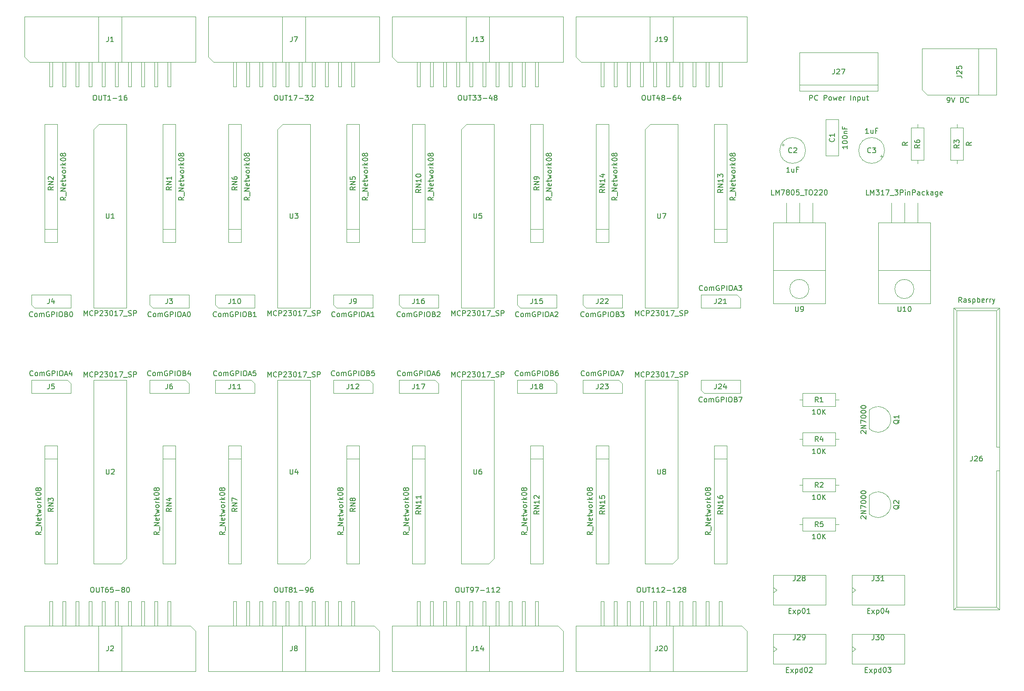
<source format=gbr>
G04 #@! TF.GenerationSoftware,KiCad,Pcbnew,(5.1.5)-3*
G04 #@! TF.CreationDate,2020-12-17T10:26:46+01:00*
G04 #@! TF.ProjectId,FGINT-V3-MASTER-128,4647494e-542d-4563-932d-4d4153544552,rev?*
G04 #@! TF.SameCoordinates,Original*
G04 #@! TF.FileFunction,Other,Fab,Top*
%FSLAX46Y46*%
G04 Gerber Fmt 4.6, Leading zero omitted, Abs format (unit mm)*
G04 Created by KiCad (PCBNEW (5.1.5)-3) date 2020-12-17 10:26:46*
%MOMM*%
%LPD*%
G04 APERTURE LIST*
%ADD10C,0.100000*%
%ADD11C,0.150000*%
G04 APERTURE END LIST*
D10*
X235605000Y-147340000D02*
X235605000Y-88880000D01*
X236155000Y-146800000D02*
X236155000Y-89440000D01*
X244455000Y-147340000D02*
X244455000Y-88880000D01*
X243905000Y-146800000D02*
X243905000Y-120360000D01*
X243905000Y-115860000D02*
X243905000Y-89440000D01*
X243905000Y-120360000D02*
X244455000Y-120360000D01*
X243905000Y-115860000D02*
X244455000Y-115860000D01*
X235605000Y-147340000D02*
X244455000Y-147340000D01*
X236155000Y-146800000D02*
X243905000Y-146800000D01*
X235605000Y-88880000D02*
X244455000Y-88880000D01*
X236155000Y-89440000D02*
X243905000Y-89440000D01*
X235605000Y-147340000D02*
X236155000Y-146800000D01*
X235605000Y-88880000D02*
X236155000Y-89440000D01*
X244455000Y-147340000D02*
X243905000Y-146800000D01*
X244455000Y-88880000D02*
X243905000Y-89440000D01*
X167320000Y-46040000D02*
X167960000Y-46040000D01*
X167960000Y-46040000D02*
X167960000Y-41340000D01*
X178120000Y-46040000D02*
X178120000Y-41340000D01*
X180020000Y-46040000D02*
X180660000Y-46040000D01*
X180660000Y-46040000D02*
X180660000Y-41340000D01*
X182560000Y-46040000D02*
X183200000Y-46040000D01*
X183200000Y-46040000D02*
X183200000Y-41340000D01*
X185100000Y-46040000D02*
X185740000Y-46040000D01*
X185740000Y-46040000D02*
X185740000Y-41340000D01*
X169860000Y-46040000D02*
X170500000Y-46040000D01*
X170500000Y-46040000D02*
X170500000Y-41340000D01*
X187640000Y-46040000D02*
X188280000Y-46040000D01*
X188280000Y-46040000D02*
X188280000Y-41340000D01*
X190180000Y-46040000D02*
X190820000Y-46040000D01*
X190820000Y-46040000D02*
X190820000Y-41340000D01*
X172400000Y-46040000D02*
X173040000Y-46040000D01*
X173040000Y-46040000D02*
X173040000Y-41340000D01*
X174940000Y-46040000D02*
X175580000Y-46040000D01*
X175580000Y-46040000D02*
X175580000Y-41340000D01*
X177480000Y-46040000D02*
X178120000Y-46040000D01*
X195600000Y-32490000D02*
X162540000Y-32490000D01*
X167320000Y-41340000D02*
X167320000Y-46040000D01*
X163540000Y-41340000D02*
X162540000Y-40340000D01*
X180020000Y-41340000D02*
X180020000Y-46040000D01*
X181320000Y-41340000D02*
X181320000Y-32490000D01*
X182560000Y-41340000D02*
X182560000Y-46040000D01*
X185100000Y-41340000D02*
X185100000Y-46040000D01*
X169860000Y-41340000D02*
X169860000Y-46040000D01*
X187640000Y-41340000D02*
X187640000Y-46040000D01*
X190180000Y-41340000D02*
X190180000Y-46040000D01*
X195600000Y-41340000D02*
X195600000Y-32490000D01*
X195600000Y-41340000D02*
X163540000Y-41340000D01*
X172400000Y-41340000D02*
X172400000Y-46040000D01*
X174940000Y-41340000D02*
X174940000Y-46040000D01*
X176820000Y-41340000D02*
X176820000Y-32490000D01*
X177480000Y-41340000D02*
X177480000Y-46040000D01*
X162540000Y-40340000D02*
X162540000Y-32490000D01*
X216607107Y-154940000D02*
X215900000Y-155440000D01*
X215900000Y-154440000D02*
X216607107Y-154940000D01*
X226060000Y-152020000D02*
X215900000Y-152020000D01*
X226060000Y-157820000D02*
X226060000Y-152020000D01*
X215900000Y-157820000D02*
X226060000Y-157820000D01*
X215900000Y-152020000D02*
X215900000Y-157820000D01*
X201367107Y-154940000D02*
X200660000Y-155440000D01*
X200660000Y-154440000D02*
X201367107Y-154940000D01*
X210820000Y-152020000D02*
X200660000Y-152020000D01*
X210820000Y-157820000D02*
X210820000Y-152020000D01*
X200660000Y-157820000D02*
X210820000Y-157820000D01*
X200660000Y-152020000D02*
X200660000Y-157820000D01*
X201367107Y-143510000D02*
X200660000Y-144010000D01*
X200660000Y-143010000D02*
X201367107Y-143510000D01*
X210820000Y-140590000D02*
X200660000Y-140590000D01*
X210820000Y-146390000D02*
X210820000Y-140590000D01*
X200660000Y-146390000D02*
X210820000Y-146390000D01*
X200660000Y-140590000D02*
X200660000Y-146390000D01*
X210840000Y-59420000D02*
X213340000Y-59420000D01*
X213340000Y-59420000D02*
X213340000Y-52420000D01*
X213340000Y-52420000D02*
X210840000Y-52420000D01*
X210840000Y-52420000D02*
X210840000Y-59420000D01*
X202566395Y-57082500D02*
X202566395Y-57582500D01*
X202316395Y-57332500D02*
X202816395Y-57332500D01*
X206950000Y-58420000D02*
G75*
G03X206950000Y-58420000I-2500000J0D01*
G01*
X222230000Y-58420000D02*
G75*
G03X222230000Y-58420000I-2500000J0D01*
G01*
X221863605Y-59507500D02*
X221363605Y-59507500D01*
X221613605Y-59757500D02*
X221613605Y-59257500D01*
X80645000Y-88900000D02*
X80010000Y-88265000D01*
X87630000Y-88900000D02*
X80645000Y-88900000D01*
X87630000Y-86360000D02*
X87630000Y-88900000D01*
X80010000Y-86360000D02*
X87630000Y-86360000D01*
X80010000Y-88265000D02*
X80010000Y-86360000D01*
X57150000Y-88265000D02*
X57150000Y-86360000D01*
X57150000Y-86360000D02*
X64770000Y-86360000D01*
X64770000Y-86360000D02*
X64770000Y-88900000D01*
X64770000Y-88900000D02*
X57785000Y-88900000D01*
X57785000Y-88900000D02*
X57150000Y-88265000D01*
X64770000Y-103505000D02*
X64770000Y-105410000D01*
X64770000Y-105410000D02*
X57150000Y-105410000D01*
X57150000Y-105410000D02*
X57150000Y-102870000D01*
X57150000Y-102870000D02*
X64135000Y-102870000D01*
X64135000Y-102870000D02*
X64770000Y-103505000D01*
X86995000Y-102870000D02*
X87630000Y-103505000D01*
X80010000Y-102870000D02*
X86995000Y-102870000D01*
X80010000Y-105410000D02*
X80010000Y-102870000D01*
X87630000Y-105410000D02*
X80010000Y-105410000D01*
X87630000Y-103505000D02*
X87630000Y-105410000D01*
X115570000Y-88265000D02*
X115570000Y-86360000D01*
X115570000Y-86360000D02*
X123190000Y-86360000D01*
X123190000Y-86360000D02*
X123190000Y-88900000D01*
X123190000Y-88900000D02*
X116205000Y-88900000D01*
X116205000Y-88900000D02*
X115570000Y-88265000D01*
X93345000Y-88900000D02*
X92710000Y-88265000D01*
X100330000Y-88900000D02*
X93345000Y-88900000D01*
X100330000Y-86360000D02*
X100330000Y-88900000D01*
X92710000Y-86360000D02*
X100330000Y-86360000D01*
X92710000Y-88265000D02*
X92710000Y-86360000D01*
X100330000Y-103505000D02*
X100330000Y-105410000D01*
X100330000Y-105410000D02*
X92710000Y-105410000D01*
X92710000Y-105410000D02*
X92710000Y-102870000D01*
X92710000Y-102870000D02*
X99695000Y-102870000D01*
X99695000Y-102870000D02*
X100330000Y-103505000D01*
X123190000Y-103505000D02*
X123190000Y-105410000D01*
X123190000Y-105410000D02*
X115570000Y-105410000D01*
X115570000Y-105410000D02*
X115570000Y-102870000D01*
X115570000Y-102870000D02*
X122555000Y-102870000D01*
X122555000Y-102870000D02*
X123190000Y-103505000D01*
X151765000Y-88900000D02*
X151130000Y-88265000D01*
X158750000Y-88900000D02*
X151765000Y-88900000D01*
X158750000Y-86360000D02*
X158750000Y-88900000D01*
X151130000Y-86360000D02*
X158750000Y-86360000D01*
X151130000Y-88265000D02*
X151130000Y-86360000D01*
X128905000Y-88900000D02*
X128270000Y-88265000D01*
X135890000Y-88900000D02*
X128905000Y-88900000D01*
X135890000Y-86360000D02*
X135890000Y-88900000D01*
X128270000Y-86360000D02*
X135890000Y-86360000D01*
X128270000Y-88265000D02*
X128270000Y-86360000D01*
X135890000Y-103505000D02*
X135890000Y-105410000D01*
X135890000Y-105410000D02*
X128270000Y-105410000D01*
X128270000Y-105410000D02*
X128270000Y-102870000D01*
X128270000Y-102870000D02*
X135255000Y-102870000D01*
X135255000Y-102870000D02*
X135890000Y-103505000D01*
X158115000Y-102870000D02*
X158750000Y-103505000D01*
X151130000Y-102870000D02*
X158115000Y-102870000D01*
X151130000Y-105410000D02*
X151130000Y-102870000D01*
X158750000Y-105410000D02*
X151130000Y-105410000D01*
X158750000Y-103505000D02*
X158750000Y-105410000D01*
X194310000Y-86995000D02*
X194310000Y-88900000D01*
X194310000Y-88900000D02*
X186690000Y-88900000D01*
X186690000Y-88900000D02*
X186690000Y-86360000D01*
X186690000Y-86360000D02*
X193675000Y-86360000D01*
X193675000Y-86360000D02*
X194310000Y-86995000D01*
X163830000Y-88265000D02*
X163830000Y-86360000D01*
X163830000Y-86360000D02*
X171450000Y-86360000D01*
X171450000Y-86360000D02*
X171450000Y-88900000D01*
X171450000Y-88900000D02*
X164465000Y-88900000D01*
X164465000Y-88900000D02*
X163830000Y-88265000D01*
X170815000Y-102870000D02*
X171450000Y-103505000D01*
X163830000Y-102870000D02*
X170815000Y-102870000D01*
X163830000Y-105410000D02*
X163830000Y-102870000D01*
X171450000Y-105410000D02*
X163830000Y-105410000D01*
X171450000Y-103505000D02*
X171450000Y-105410000D01*
X187325000Y-105410000D02*
X186690000Y-104775000D01*
X194310000Y-105410000D02*
X187325000Y-105410000D01*
X194310000Y-102870000D02*
X194310000Y-105410000D01*
X186690000Y-102870000D02*
X194310000Y-102870000D01*
X186690000Y-104775000D02*
X186690000Y-102870000D01*
X229520000Y-38680000D02*
X243920000Y-38680000D01*
X243920000Y-38680000D02*
X243920000Y-47680000D01*
X243920000Y-47680000D02*
X230520000Y-47680000D01*
X230520000Y-47680000D02*
X229520000Y-46680000D01*
X229520000Y-46680000D02*
X229520000Y-38680000D01*
X240420000Y-47680000D02*
X240420000Y-38680000D01*
X219226375Y-108736375D02*
G75*
G02X223460000Y-110490000I1753625J-1753625D01*
G01*
X219226375Y-112243625D02*
G75*
G03X223460000Y-110490000I1753625J1753625D01*
G01*
X219230000Y-108720000D02*
X219230000Y-112220000D01*
X219230000Y-125230000D02*
X219230000Y-128730000D01*
X219226375Y-128753625D02*
G75*
G03X223460000Y-127000000I1753625J1753625D01*
G01*
X219226375Y-125246375D02*
G75*
G02X223460000Y-127000000I1753625J-1753625D01*
G01*
X206400000Y-105430000D02*
X206400000Y-107930000D01*
X206400000Y-107930000D02*
X212700000Y-107930000D01*
X212700000Y-107930000D02*
X212700000Y-105430000D01*
X212700000Y-105430000D02*
X206400000Y-105430000D01*
X205740000Y-106680000D02*
X206400000Y-106680000D01*
X213360000Y-106680000D02*
X212700000Y-106680000D01*
X213360000Y-123190000D02*
X212700000Y-123190000D01*
X205740000Y-123190000D02*
X206400000Y-123190000D01*
X212700000Y-121940000D02*
X206400000Y-121940000D01*
X212700000Y-124440000D02*
X212700000Y-121940000D01*
X206400000Y-124440000D02*
X212700000Y-124440000D01*
X206400000Y-121940000D02*
X206400000Y-124440000D01*
X234970000Y-60300000D02*
X237470000Y-60300000D01*
X237470000Y-60300000D02*
X237470000Y-54000000D01*
X237470000Y-54000000D02*
X234970000Y-54000000D01*
X234970000Y-54000000D02*
X234970000Y-60300000D01*
X236220000Y-60960000D02*
X236220000Y-60300000D01*
X236220000Y-53340000D02*
X236220000Y-54000000D01*
X213360000Y-114300000D02*
X212700000Y-114300000D01*
X205740000Y-114300000D02*
X206400000Y-114300000D01*
X212700000Y-113050000D02*
X206400000Y-113050000D01*
X212700000Y-115550000D02*
X212700000Y-113050000D01*
X206400000Y-115550000D02*
X212700000Y-115550000D01*
X206400000Y-113050000D02*
X206400000Y-115550000D01*
X206400000Y-129560000D02*
X206400000Y-132060000D01*
X206400000Y-132060000D02*
X212700000Y-132060000D01*
X212700000Y-132060000D02*
X212700000Y-129560000D01*
X212700000Y-129560000D02*
X206400000Y-129560000D01*
X205740000Y-130810000D02*
X206400000Y-130810000D01*
X213360000Y-130810000D02*
X212700000Y-130810000D01*
X228600000Y-60960000D02*
X228600000Y-60300000D01*
X228600000Y-53340000D02*
X228600000Y-54000000D01*
X229850000Y-60300000D02*
X229850000Y-54000000D01*
X227350000Y-60300000D02*
X229850000Y-60300000D01*
X227350000Y-54000000D02*
X227350000Y-60300000D01*
X229850000Y-54000000D02*
X227350000Y-54000000D01*
X82570000Y-76220000D02*
X85070000Y-76220000D01*
X85070000Y-76220000D02*
X85070000Y-53320000D01*
X85070000Y-53320000D02*
X82570000Y-53320000D01*
X82570000Y-53320000D02*
X82570000Y-76220000D01*
X82570000Y-73660000D02*
X85070000Y-73660000D01*
X59710000Y-73660000D02*
X62210000Y-73660000D01*
X59710000Y-53320000D02*
X59710000Y-76220000D01*
X62210000Y-53320000D02*
X59710000Y-53320000D01*
X62210000Y-76220000D02*
X62210000Y-53320000D01*
X59710000Y-76220000D02*
X62210000Y-76220000D01*
X62210000Y-115550000D02*
X59710000Y-115550000D01*
X59710000Y-115550000D02*
X59710000Y-138450000D01*
X59710000Y-138450000D02*
X62210000Y-138450000D01*
X62210000Y-138450000D02*
X62210000Y-115550000D01*
X62210000Y-118110000D02*
X59710000Y-118110000D01*
X85070000Y-115550000D02*
X82570000Y-115550000D01*
X82570000Y-115550000D02*
X82570000Y-138450000D01*
X82570000Y-138450000D02*
X85070000Y-138450000D01*
X85070000Y-138450000D02*
X85070000Y-115550000D01*
X85070000Y-118110000D02*
X82570000Y-118110000D01*
X118130000Y-76220000D02*
X120630000Y-76220000D01*
X120630000Y-76220000D02*
X120630000Y-53320000D01*
X120630000Y-53320000D02*
X118130000Y-53320000D01*
X118130000Y-53320000D02*
X118130000Y-76220000D01*
X118130000Y-73660000D02*
X120630000Y-73660000D01*
X95270000Y-73660000D02*
X97770000Y-73660000D01*
X95270000Y-53320000D02*
X95270000Y-76220000D01*
X97770000Y-53320000D02*
X95270000Y-53320000D01*
X97770000Y-76220000D02*
X97770000Y-53320000D01*
X95270000Y-76220000D02*
X97770000Y-76220000D01*
X97770000Y-118110000D02*
X95270000Y-118110000D01*
X97770000Y-138450000D02*
X97770000Y-115550000D01*
X95270000Y-138450000D02*
X97770000Y-138450000D01*
X95270000Y-115550000D02*
X95270000Y-138450000D01*
X97770000Y-115550000D02*
X95270000Y-115550000D01*
X120630000Y-118110000D02*
X118130000Y-118110000D01*
X120630000Y-138450000D02*
X120630000Y-115550000D01*
X118130000Y-138450000D02*
X120630000Y-138450000D01*
X118130000Y-115550000D02*
X118130000Y-138450000D01*
X120630000Y-115550000D02*
X118130000Y-115550000D01*
X153690000Y-76220000D02*
X156190000Y-76220000D01*
X156190000Y-76220000D02*
X156190000Y-53320000D01*
X156190000Y-53320000D02*
X153690000Y-53320000D01*
X153690000Y-53320000D02*
X153690000Y-76220000D01*
X153690000Y-73660000D02*
X156190000Y-73660000D01*
X130830000Y-73660000D02*
X133330000Y-73660000D01*
X130830000Y-53320000D02*
X130830000Y-76220000D01*
X133330000Y-53320000D02*
X130830000Y-53320000D01*
X133330000Y-76220000D02*
X133330000Y-53320000D01*
X130830000Y-76220000D02*
X133330000Y-76220000D01*
X133330000Y-118110000D02*
X130830000Y-118110000D01*
X133330000Y-138450000D02*
X133330000Y-115550000D01*
X130830000Y-138450000D02*
X133330000Y-138450000D01*
X130830000Y-115550000D02*
X130830000Y-138450000D01*
X133330000Y-115550000D02*
X130830000Y-115550000D01*
X156190000Y-115550000D02*
X153690000Y-115550000D01*
X153690000Y-115550000D02*
X153690000Y-138450000D01*
X153690000Y-138450000D02*
X156190000Y-138450000D01*
X156190000Y-138450000D02*
X156190000Y-115550000D01*
X156190000Y-118110000D02*
X153690000Y-118110000D01*
X189250000Y-73660000D02*
X191750000Y-73660000D01*
X189250000Y-53320000D02*
X189250000Y-76220000D01*
X191750000Y-53320000D02*
X189250000Y-53320000D01*
X191750000Y-76220000D02*
X191750000Y-53320000D01*
X189250000Y-76220000D02*
X191750000Y-76220000D01*
X166390000Y-76220000D02*
X168890000Y-76220000D01*
X168890000Y-76220000D02*
X168890000Y-53320000D01*
X168890000Y-53320000D02*
X166390000Y-53320000D01*
X166390000Y-53320000D02*
X166390000Y-76220000D01*
X166390000Y-73660000D02*
X168890000Y-73660000D01*
X168890000Y-115550000D02*
X166390000Y-115550000D01*
X166390000Y-115550000D02*
X166390000Y-138450000D01*
X166390000Y-138450000D02*
X168890000Y-138450000D01*
X168890000Y-138450000D02*
X168890000Y-115550000D01*
X168890000Y-118110000D02*
X166390000Y-118110000D01*
X191750000Y-118110000D02*
X189250000Y-118110000D01*
X191750000Y-138450000D02*
X191750000Y-115550000D01*
X189250000Y-138450000D02*
X191750000Y-138450000D01*
X189250000Y-115550000D02*
X189250000Y-138450000D01*
X191750000Y-115550000D02*
X189250000Y-115550000D01*
X69215000Y-54340000D02*
X70215000Y-53340000D01*
X69215000Y-88900000D02*
X69215000Y-54340000D01*
X75565000Y-88900000D02*
X69215000Y-88900000D01*
X75565000Y-53340000D02*
X75565000Y-88900000D01*
X70215000Y-53340000D02*
X75565000Y-53340000D01*
X74565000Y-138430000D02*
X69215000Y-138430000D01*
X69215000Y-138430000D02*
X69215000Y-102870000D01*
X69215000Y-102870000D02*
X75565000Y-102870000D01*
X75565000Y-102870000D02*
X75565000Y-137430000D01*
X75565000Y-137430000D02*
X74565000Y-138430000D01*
X104775000Y-54340000D02*
X105775000Y-53340000D01*
X104775000Y-88900000D02*
X104775000Y-54340000D01*
X111125000Y-88900000D02*
X104775000Y-88900000D01*
X111125000Y-53340000D02*
X111125000Y-88900000D01*
X105775000Y-53340000D02*
X111125000Y-53340000D01*
X110125000Y-138430000D02*
X104775000Y-138430000D01*
X104775000Y-138430000D02*
X104775000Y-102870000D01*
X104775000Y-102870000D02*
X111125000Y-102870000D01*
X111125000Y-102870000D02*
X111125000Y-137430000D01*
X111125000Y-137430000D02*
X110125000Y-138430000D01*
X141335000Y-53340000D02*
X146685000Y-53340000D01*
X146685000Y-53340000D02*
X146685000Y-88900000D01*
X146685000Y-88900000D02*
X140335000Y-88900000D01*
X140335000Y-88900000D02*
X140335000Y-54340000D01*
X140335000Y-54340000D02*
X141335000Y-53340000D01*
X146685000Y-137430000D02*
X145685000Y-138430000D01*
X146685000Y-102870000D02*
X146685000Y-137430000D01*
X140335000Y-102870000D02*
X146685000Y-102870000D01*
X140335000Y-138430000D02*
X140335000Y-102870000D01*
X145685000Y-138430000D02*
X140335000Y-138430000D01*
X176895000Y-53340000D02*
X182245000Y-53340000D01*
X182245000Y-53340000D02*
X182245000Y-88900000D01*
X182245000Y-88900000D02*
X175895000Y-88900000D01*
X175895000Y-88900000D02*
X175895000Y-54340000D01*
X175895000Y-54340000D02*
X176895000Y-53340000D01*
X182245000Y-137430000D02*
X181245000Y-138430000D01*
X182245000Y-102870000D02*
X182245000Y-137430000D01*
X175895000Y-102870000D02*
X182245000Y-102870000D01*
X175895000Y-138430000D02*
X175895000Y-102870000D01*
X181245000Y-138430000D02*
X175895000Y-138430000D01*
X203200000Y-72390000D02*
X203200000Y-68580000D01*
X205740000Y-72390000D02*
X205740000Y-68580000D01*
X208280000Y-72390000D02*
X208280000Y-68580000D01*
X200740000Y-72390000D02*
X210740000Y-72390000D01*
X200740000Y-81640000D02*
X200740000Y-72390000D01*
X210740000Y-81640000D02*
X200740000Y-81640000D01*
X210740000Y-72390000D02*
X210740000Y-81640000D01*
X200740000Y-81640000D02*
X210740000Y-81640000D01*
X200740000Y-88040000D02*
X200740000Y-81640000D01*
X210740000Y-88040000D02*
X200740000Y-88040000D01*
X210740000Y-81640000D02*
X210740000Y-88040000D01*
X207590000Y-85240000D02*
G75*
G03X207590000Y-85240000I-1850000J0D01*
G01*
X227910000Y-85240000D02*
G75*
G03X227910000Y-85240000I-1850000J0D01*
G01*
X231060000Y-81640000D02*
X231060000Y-88040000D01*
X231060000Y-88040000D02*
X221060000Y-88040000D01*
X221060000Y-88040000D02*
X221060000Y-81640000D01*
X221060000Y-81640000D02*
X231060000Y-81640000D01*
X231060000Y-72390000D02*
X231060000Y-81640000D01*
X231060000Y-81640000D02*
X221060000Y-81640000D01*
X221060000Y-81640000D02*
X221060000Y-72390000D01*
X221060000Y-72390000D02*
X231060000Y-72390000D01*
X228600000Y-72390000D02*
X228600000Y-68580000D01*
X226060000Y-72390000D02*
X226060000Y-68580000D01*
X223520000Y-72390000D02*
X223520000Y-68580000D01*
X55860000Y-40340000D02*
X55860000Y-32490000D01*
X70800000Y-41340000D02*
X70800000Y-46040000D01*
X70140000Y-41340000D02*
X70140000Y-32490000D01*
X68260000Y-41340000D02*
X68260000Y-46040000D01*
X65720000Y-41340000D02*
X65720000Y-46040000D01*
X88920000Y-41340000D02*
X56860000Y-41340000D01*
X88920000Y-41340000D02*
X88920000Y-32490000D01*
X83500000Y-41340000D02*
X83500000Y-46040000D01*
X80960000Y-41340000D02*
X80960000Y-46040000D01*
X63180000Y-41340000D02*
X63180000Y-46040000D01*
X78420000Y-41340000D02*
X78420000Y-46040000D01*
X75880000Y-41340000D02*
X75880000Y-46040000D01*
X74640000Y-41340000D02*
X74640000Y-32490000D01*
X73340000Y-41340000D02*
X73340000Y-46040000D01*
X56860000Y-41340000D02*
X55860000Y-40340000D01*
X60640000Y-41340000D02*
X60640000Y-46040000D01*
X88920000Y-32490000D02*
X55860000Y-32490000D01*
X70800000Y-46040000D02*
X71440000Y-46040000D01*
X68900000Y-46040000D02*
X68900000Y-41340000D01*
X68260000Y-46040000D02*
X68900000Y-46040000D01*
X66360000Y-46040000D02*
X66360000Y-41340000D01*
X65720000Y-46040000D02*
X66360000Y-46040000D01*
X84140000Y-46040000D02*
X84140000Y-41340000D01*
X83500000Y-46040000D02*
X84140000Y-46040000D01*
X81600000Y-46040000D02*
X81600000Y-41340000D01*
X80960000Y-46040000D02*
X81600000Y-46040000D01*
X63820000Y-46040000D02*
X63820000Y-41340000D01*
X63180000Y-46040000D02*
X63820000Y-46040000D01*
X79060000Y-46040000D02*
X79060000Y-41340000D01*
X78420000Y-46040000D02*
X79060000Y-46040000D01*
X76520000Y-46040000D02*
X76520000Y-41340000D01*
X75880000Y-46040000D02*
X76520000Y-46040000D01*
X73980000Y-46040000D02*
X73980000Y-41340000D01*
X73340000Y-46040000D02*
X73980000Y-46040000D01*
X71440000Y-46040000D02*
X71440000Y-41340000D01*
X61280000Y-46040000D02*
X61280000Y-41340000D01*
X60640000Y-46040000D02*
X61280000Y-46040000D01*
X84140000Y-145730000D02*
X83500000Y-145730000D01*
X83500000Y-145730000D02*
X83500000Y-150430000D01*
X73340000Y-145730000D02*
X73340000Y-150430000D01*
X71440000Y-145730000D02*
X70800000Y-145730000D01*
X70800000Y-145730000D02*
X70800000Y-150430000D01*
X68900000Y-145730000D02*
X68260000Y-145730000D01*
X68260000Y-145730000D02*
X68260000Y-150430000D01*
X66360000Y-145730000D02*
X65720000Y-145730000D01*
X65720000Y-145730000D02*
X65720000Y-150430000D01*
X81600000Y-145730000D02*
X80960000Y-145730000D01*
X80960000Y-145730000D02*
X80960000Y-150430000D01*
X63820000Y-145730000D02*
X63180000Y-145730000D01*
X63180000Y-145730000D02*
X63180000Y-150430000D01*
X61280000Y-145730000D02*
X60640000Y-145730000D01*
X60640000Y-145730000D02*
X60640000Y-150430000D01*
X79060000Y-145730000D02*
X78420000Y-145730000D01*
X78420000Y-145730000D02*
X78420000Y-150430000D01*
X76520000Y-145730000D02*
X75880000Y-145730000D01*
X75880000Y-145730000D02*
X75880000Y-150430000D01*
X73980000Y-145730000D02*
X73340000Y-145730000D01*
X55860000Y-159280000D02*
X88920000Y-159280000D01*
X84140000Y-150430000D02*
X84140000Y-145730000D01*
X87920000Y-150430000D02*
X88920000Y-151430000D01*
X71440000Y-150430000D02*
X71440000Y-145730000D01*
X70140000Y-150430000D02*
X70140000Y-159280000D01*
X68900000Y-150430000D02*
X68900000Y-145730000D01*
X66360000Y-150430000D02*
X66360000Y-145730000D01*
X81600000Y-150430000D02*
X81600000Y-145730000D01*
X63820000Y-150430000D02*
X63820000Y-145730000D01*
X61280000Y-150430000D02*
X61280000Y-145730000D01*
X55860000Y-150430000D02*
X55860000Y-159280000D01*
X55860000Y-150430000D02*
X87920000Y-150430000D01*
X79060000Y-150430000D02*
X79060000Y-145730000D01*
X76520000Y-150430000D02*
X76520000Y-145730000D01*
X74640000Y-150430000D02*
X74640000Y-159280000D01*
X73980000Y-150430000D02*
X73980000Y-145730000D01*
X88920000Y-151430000D02*
X88920000Y-159280000D01*
X96200000Y-46040000D02*
X96840000Y-46040000D01*
X96840000Y-46040000D02*
X96840000Y-41340000D01*
X107000000Y-46040000D02*
X107000000Y-41340000D01*
X108900000Y-46040000D02*
X109540000Y-46040000D01*
X109540000Y-46040000D02*
X109540000Y-41340000D01*
X111440000Y-46040000D02*
X112080000Y-46040000D01*
X112080000Y-46040000D02*
X112080000Y-41340000D01*
X113980000Y-46040000D02*
X114620000Y-46040000D01*
X114620000Y-46040000D02*
X114620000Y-41340000D01*
X98740000Y-46040000D02*
X99380000Y-46040000D01*
X99380000Y-46040000D02*
X99380000Y-41340000D01*
X116520000Y-46040000D02*
X117160000Y-46040000D01*
X117160000Y-46040000D02*
X117160000Y-41340000D01*
X119060000Y-46040000D02*
X119700000Y-46040000D01*
X119700000Y-46040000D02*
X119700000Y-41340000D01*
X101280000Y-46040000D02*
X101920000Y-46040000D01*
X101920000Y-46040000D02*
X101920000Y-41340000D01*
X103820000Y-46040000D02*
X104460000Y-46040000D01*
X104460000Y-46040000D02*
X104460000Y-41340000D01*
X106360000Y-46040000D02*
X107000000Y-46040000D01*
X124480000Y-32490000D02*
X91420000Y-32490000D01*
X96200000Y-41340000D02*
X96200000Y-46040000D01*
X92420000Y-41340000D02*
X91420000Y-40340000D01*
X108900000Y-41340000D02*
X108900000Y-46040000D01*
X110200000Y-41340000D02*
X110200000Y-32490000D01*
X111440000Y-41340000D02*
X111440000Y-46040000D01*
X113980000Y-41340000D02*
X113980000Y-46040000D01*
X98740000Y-41340000D02*
X98740000Y-46040000D01*
X116520000Y-41340000D02*
X116520000Y-46040000D01*
X119060000Y-41340000D02*
X119060000Y-46040000D01*
X124480000Y-41340000D02*
X124480000Y-32490000D01*
X124480000Y-41340000D02*
X92420000Y-41340000D01*
X101280000Y-41340000D02*
X101280000Y-46040000D01*
X103820000Y-41340000D02*
X103820000Y-46040000D01*
X105700000Y-41340000D02*
X105700000Y-32490000D01*
X106360000Y-41340000D02*
X106360000Y-46040000D01*
X91420000Y-40340000D02*
X91420000Y-32490000D01*
X124480000Y-151430000D02*
X124480000Y-159280000D01*
X109540000Y-150430000D02*
X109540000Y-145730000D01*
X110200000Y-150430000D02*
X110200000Y-159280000D01*
X112080000Y-150430000D02*
X112080000Y-145730000D01*
X114620000Y-150430000D02*
X114620000Y-145730000D01*
X91420000Y-150430000D02*
X123480000Y-150430000D01*
X91420000Y-150430000D02*
X91420000Y-159280000D01*
X96840000Y-150430000D02*
X96840000Y-145730000D01*
X99380000Y-150430000D02*
X99380000Y-145730000D01*
X117160000Y-150430000D02*
X117160000Y-145730000D01*
X101920000Y-150430000D02*
X101920000Y-145730000D01*
X104460000Y-150430000D02*
X104460000Y-145730000D01*
X105700000Y-150430000D02*
X105700000Y-159280000D01*
X107000000Y-150430000D02*
X107000000Y-145730000D01*
X123480000Y-150430000D02*
X124480000Y-151430000D01*
X119700000Y-150430000D02*
X119700000Y-145730000D01*
X91420000Y-159280000D02*
X124480000Y-159280000D01*
X109540000Y-145730000D02*
X108900000Y-145730000D01*
X111440000Y-145730000D02*
X111440000Y-150430000D01*
X112080000Y-145730000D02*
X111440000Y-145730000D01*
X113980000Y-145730000D02*
X113980000Y-150430000D01*
X114620000Y-145730000D02*
X113980000Y-145730000D01*
X96200000Y-145730000D02*
X96200000Y-150430000D01*
X96840000Y-145730000D02*
X96200000Y-145730000D01*
X98740000Y-145730000D02*
X98740000Y-150430000D01*
X99380000Y-145730000D02*
X98740000Y-145730000D01*
X116520000Y-145730000D02*
X116520000Y-150430000D01*
X117160000Y-145730000D02*
X116520000Y-145730000D01*
X101280000Y-145730000D02*
X101280000Y-150430000D01*
X101920000Y-145730000D02*
X101280000Y-145730000D01*
X103820000Y-145730000D02*
X103820000Y-150430000D01*
X104460000Y-145730000D02*
X103820000Y-145730000D01*
X106360000Y-145730000D02*
X106360000Y-150430000D01*
X107000000Y-145730000D02*
X106360000Y-145730000D01*
X108900000Y-145730000D02*
X108900000Y-150430000D01*
X119060000Y-145730000D02*
X119060000Y-150430000D01*
X119700000Y-145730000D02*
X119060000Y-145730000D01*
X131760000Y-46040000D02*
X132400000Y-46040000D01*
X132400000Y-46040000D02*
X132400000Y-41340000D01*
X142560000Y-46040000D02*
X142560000Y-41340000D01*
X144460000Y-46040000D02*
X145100000Y-46040000D01*
X145100000Y-46040000D02*
X145100000Y-41340000D01*
X147000000Y-46040000D02*
X147640000Y-46040000D01*
X147640000Y-46040000D02*
X147640000Y-41340000D01*
X149540000Y-46040000D02*
X150180000Y-46040000D01*
X150180000Y-46040000D02*
X150180000Y-41340000D01*
X134300000Y-46040000D02*
X134940000Y-46040000D01*
X134940000Y-46040000D02*
X134940000Y-41340000D01*
X152080000Y-46040000D02*
X152720000Y-46040000D01*
X152720000Y-46040000D02*
X152720000Y-41340000D01*
X154620000Y-46040000D02*
X155260000Y-46040000D01*
X155260000Y-46040000D02*
X155260000Y-41340000D01*
X136840000Y-46040000D02*
X137480000Y-46040000D01*
X137480000Y-46040000D02*
X137480000Y-41340000D01*
X139380000Y-46040000D02*
X140020000Y-46040000D01*
X140020000Y-46040000D02*
X140020000Y-41340000D01*
X141920000Y-46040000D02*
X142560000Y-46040000D01*
X160040000Y-32490000D02*
X126980000Y-32490000D01*
X131760000Y-41340000D02*
X131760000Y-46040000D01*
X127980000Y-41340000D02*
X126980000Y-40340000D01*
X144460000Y-41340000D02*
X144460000Y-46040000D01*
X145760000Y-41340000D02*
X145760000Y-32490000D01*
X147000000Y-41340000D02*
X147000000Y-46040000D01*
X149540000Y-41340000D02*
X149540000Y-46040000D01*
X134300000Y-41340000D02*
X134300000Y-46040000D01*
X152080000Y-41340000D02*
X152080000Y-46040000D01*
X154620000Y-41340000D02*
X154620000Y-46040000D01*
X160040000Y-41340000D02*
X160040000Y-32490000D01*
X160040000Y-41340000D02*
X127980000Y-41340000D01*
X136840000Y-41340000D02*
X136840000Y-46040000D01*
X139380000Y-41340000D02*
X139380000Y-46040000D01*
X141260000Y-41340000D02*
X141260000Y-32490000D01*
X141920000Y-41340000D02*
X141920000Y-46040000D01*
X126980000Y-40340000D02*
X126980000Y-32490000D01*
X160040000Y-151430000D02*
X160040000Y-159280000D01*
X145100000Y-150430000D02*
X145100000Y-145730000D01*
X145760000Y-150430000D02*
X145760000Y-159280000D01*
X147640000Y-150430000D02*
X147640000Y-145730000D01*
X150180000Y-150430000D02*
X150180000Y-145730000D01*
X126980000Y-150430000D02*
X159040000Y-150430000D01*
X126980000Y-150430000D02*
X126980000Y-159280000D01*
X132400000Y-150430000D02*
X132400000Y-145730000D01*
X134940000Y-150430000D02*
X134940000Y-145730000D01*
X152720000Y-150430000D02*
X152720000Y-145730000D01*
X137480000Y-150430000D02*
X137480000Y-145730000D01*
X140020000Y-150430000D02*
X140020000Y-145730000D01*
X141260000Y-150430000D02*
X141260000Y-159280000D01*
X142560000Y-150430000D02*
X142560000Y-145730000D01*
X159040000Y-150430000D02*
X160040000Y-151430000D01*
X155260000Y-150430000D02*
X155260000Y-145730000D01*
X126980000Y-159280000D02*
X160040000Y-159280000D01*
X145100000Y-145730000D02*
X144460000Y-145730000D01*
X147000000Y-145730000D02*
X147000000Y-150430000D01*
X147640000Y-145730000D02*
X147000000Y-145730000D01*
X149540000Y-145730000D02*
X149540000Y-150430000D01*
X150180000Y-145730000D02*
X149540000Y-145730000D01*
X131760000Y-145730000D02*
X131760000Y-150430000D01*
X132400000Y-145730000D02*
X131760000Y-145730000D01*
X134300000Y-145730000D02*
X134300000Y-150430000D01*
X134940000Y-145730000D02*
X134300000Y-145730000D01*
X152080000Y-145730000D02*
X152080000Y-150430000D01*
X152720000Y-145730000D02*
X152080000Y-145730000D01*
X136840000Y-145730000D02*
X136840000Y-150430000D01*
X137480000Y-145730000D02*
X136840000Y-145730000D01*
X139380000Y-145730000D02*
X139380000Y-150430000D01*
X140020000Y-145730000D02*
X139380000Y-145730000D01*
X141920000Y-145730000D02*
X141920000Y-150430000D01*
X142560000Y-145730000D02*
X141920000Y-145730000D01*
X144460000Y-145730000D02*
X144460000Y-150430000D01*
X154620000Y-145730000D02*
X154620000Y-150430000D01*
X155260000Y-145730000D02*
X154620000Y-145730000D01*
X195600000Y-151430000D02*
X195600000Y-159280000D01*
X180660000Y-150430000D02*
X180660000Y-145730000D01*
X181320000Y-150430000D02*
X181320000Y-159280000D01*
X183200000Y-150430000D02*
X183200000Y-145730000D01*
X185740000Y-150430000D02*
X185740000Y-145730000D01*
X162540000Y-150430000D02*
X194600000Y-150430000D01*
X162540000Y-150430000D02*
X162540000Y-159280000D01*
X167960000Y-150430000D02*
X167960000Y-145730000D01*
X170500000Y-150430000D02*
X170500000Y-145730000D01*
X188280000Y-150430000D02*
X188280000Y-145730000D01*
X173040000Y-150430000D02*
X173040000Y-145730000D01*
X175580000Y-150430000D02*
X175580000Y-145730000D01*
X176820000Y-150430000D02*
X176820000Y-159280000D01*
X178120000Y-150430000D02*
X178120000Y-145730000D01*
X194600000Y-150430000D02*
X195600000Y-151430000D01*
X190820000Y-150430000D02*
X190820000Y-145730000D01*
X162540000Y-159280000D02*
X195600000Y-159280000D01*
X180660000Y-145730000D02*
X180020000Y-145730000D01*
X182560000Y-145730000D02*
X182560000Y-150430000D01*
X183200000Y-145730000D02*
X182560000Y-145730000D01*
X185100000Y-145730000D02*
X185100000Y-150430000D01*
X185740000Y-145730000D02*
X185100000Y-145730000D01*
X167320000Y-145730000D02*
X167320000Y-150430000D01*
X167960000Y-145730000D02*
X167320000Y-145730000D01*
X169860000Y-145730000D02*
X169860000Y-150430000D01*
X170500000Y-145730000D02*
X169860000Y-145730000D01*
X187640000Y-145730000D02*
X187640000Y-150430000D01*
X188280000Y-145730000D02*
X187640000Y-145730000D01*
X172400000Y-145730000D02*
X172400000Y-150430000D01*
X173040000Y-145730000D02*
X172400000Y-145730000D01*
X174940000Y-145730000D02*
X174940000Y-150430000D01*
X175580000Y-145730000D02*
X174940000Y-145730000D01*
X177480000Y-145730000D02*
X177480000Y-150430000D01*
X178120000Y-145730000D02*
X177480000Y-145730000D01*
X180020000Y-145730000D02*
X180020000Y-150430000D01*
X190180000Y-145730000D02*
X190180000Y-150430000D01*
X190820000Y-145730000D02*
X190180000Y-145730000D01*
X215900000Y-140590000D02*
X215900000Y-146390000D01*
X215900000Y-146390000D02*
X226060000Y-146390000D01*
X226060000Y-146390000D02*
X226060000Y-140590000D01*
X226060000Y-140590000D02*
X215900000Y-140590000D01*
X215900000Y-143010000D02*
X216607107Y-143510000D01*
X216607107Y-143510000D02*
X215900000Y-144010000D01*
X205810000Y-45730000D02*
X220910000Y-45730000D01*
X205810000Y-39430000D02*
X220910000Y-39430000D01*
X220910000Y-39430000D02*
X220910000Y-46930000D01*
X220910000Y-46930000D02*
X205810000Y-46930000D01*
X205810000Y-46930000D02*
X205810000Y-39430000D01*
D11*
X237149047Y-87828380D02*
X236815714Y-87352190D01*
X236577619Y-87828380D02*
X236577619Y-86828380D01*
X236958571Y-86828380D01*
X237053809Y-86876000D01*
X237101428Y-86923619D01*
X237149047Y-87018857D01*
X237149047Y-87161714D01*
X237101428Y-87256952D01*
X237053809Y-87304571D01*
X236958571Y-87352190D01*
X236577619Y-87352190D01*
X238006190Y-87828380D02*
X238006190Y-87304571D01*
X237958571Y-87209333D01*
X237863333Y-87161714D01*
X237672857Y-87161714D01*
X237577619Y-87209333D01*
X238006190Y-87780761D02*
X237910952Y-87828380D01*
X237672857Y-87828380D01*
X237577619Y-87780761D01*
X237530000Y-87685523D01*
X237530000Y-87590285D01*
X237577619Y-87495047D01*
X237672857Y-87447428D01*
X237910952Y-87447428D01*
X238006190Y-87399809D01*
X238434761Y-87780761D02*
X238530000Y-87828380D01*
X238720476Y-87828380D01*
X238815714Y-87780761D01*
X238863333Y-87685523D01*
X238863333Y-87637904D01*
X238815714Y-87542666D01*
X238720476Y-87495047D01*
X238577619Y-87495047D01*
X238482380Y-87447428D01*
X238434761Y-87352190D01*
X238434761Y-87304571D01*
X238482380Y-87209333D01*
X238577619Y-87161714D01*
X238720476Y-87161714D01*
X238815714Y-87209333D01*
X239291904Y-87161714D02*
X239291904Y-88161714D01*
X239291904Y-87209333D02*
X239387142Y-87161714D01*
X239577619Y-87161714D01*
X239672857Y-87209333D01*
X239720476Y-87256952D01*
X239768095Y-87352190D01*
X239768095Y-87637904D01*
X239720476Y-87733142D01*
X239672857Y-87780761D01*
X239577619Y-87828380D01*
X239387142Y-87828380D01*
X239291904Y-87780761D01*
X240196666Y-87828380D02*
X240196666Y-86828380D01*
X240196666Y-87209333D02*
X240291904Y-87161714D01*
X240482380Y-87161714D01*
X240577619Y-87209333D01*
X240625238Y-87256952D01*
X240672857Y-87352190D01*
X240672857Y-87637904D01*
X240625238Y-87733142D01*
X240577619Y-87780761D01*
X240482380Y-87828380D01*
X240291904Y-87828380D01*
X240196666Y-87780761D01*
X241482380Y-87780761D02*
X241387142Y-87828380D01*
X241196666Y-87828380D01*
X241101428Y-87780761D01*
X241053809Y-87685523D01*
X241053809Y-87304571D01*
X241101428Y-87209333D01*
X241196666Y-87161714D01*
X241387142Y-87161714D01*
X241482380Y-87209333D01*
X241530000Y-87304571D01*
X241530000Y-87399809D01*
X241053809Y-87495047D01*
X241958571Y-87828380D02*
X241958571Y-87161714D01*
X241958571Y-87352190D02*
X242006190Y-87256952D01*
X242053809Y-87209333D01*
X242149047Y-87161714D01*
X242244285Y-87161714D01*
X242577619Y-87828380D02*
X242577619Y-87161714D01*
X242577619Y-87352190D02*
X242625238Y-87256952D01*
X242672857Y-87209333D01*
X242768095Y-87161714D01*
X242863333Y-87161714D01*
X243101428Y-87161714D02*
X243339523Y-87828380D01*
X243577619Y-87161714D02*
X243339523Y-87828380D01*
X243244285Y-88066476D01*
X243196666Y-88114095D01*
X243101428Y-88161714D01*
X239220476Y-117562380D02*
X239220476Y-118276666D01*
X239172857Y-118419523D01*
X239077619Y-118514761D01*
X238934761Y-118562380D01*
X238839523Y-118562380D01*
X239649047Y-117657619D02*
X239696666Y-117610000D01*
X239791904Y-117562380D01*
X240030000Y-117562380D01*
X240125238Y-117610000D01*
X240172857Y-117657619D01*
X240220476Y-117752857D01*
X240220476Y-117848095D01*
X240172857Y-117990952D01*
X239601428Y-118562380D01*
X240220476Y-118562380D01*
X241077619Y-117562380D02*
X240887142Y-117562380D01*
X240791904Y-117610000D01*
X240744285Y-117657619D01*
X240649047Y-117800476D01*
X240601428Y-117990952D01*
X240601428Y-118371904D01*
X240649047Y-118467142D01*
X240696666Y-118514761D01*
X240791904Y-118562380D01*
X240982380Y-118562380D01*
X241077619Y-118514761D01*
X241125238Y-118467142D01*
X241172857Y-118371904D01*
X241172857Y-118133809D01*
X241125238Y-118038571D01*
X241077619Y-117990952D01*
X240982380Y-117943333D01*
X240791904Y-117943333D01*
X240696666Y-117990952D01*
X240649047Y-118038571D01*
X240601428Y-118133809D01*
X175546190Y-47712380D02*
X175736666Y-47712380D01*
X175831904Y-47760000D01*
X175927142Y-47855238D01*
X175974761Y-48045714D01*
X175974761Y-48379047D01*
X175927142Y-48569523D01*
X175831904Y-48664761D01*
X175736666Y-48712380D01*
X175546190Y-48712380D01*
X175450952Y-48664761D01*
X175355714Y-48569523D01*
X175308095Y-48379047D01*
X175308095Y-48045714D01*
X175355714Y-47855238D01*
X175450952Y-47760000D01*
X175546190Y-47712380D01*
X176403333Y-47712380D02*
X176403333Y-48521904D01*
X176450952Y-48617142D01*
X176498571Y-48664761D01*
X176593809Y-48712380D01*
X176784285Y-48712380D01*
X176879523Y-48664761D01*
X176927142Y-48617142D01*
X176974761Y-48521904D01*
X176974761Y-47712380D01*
X177308095Y-47712380D02*
X177879523Y-47712380D01*
X177593809Y-48712380D02*
X177593809Y-47712380D01*
X178641428Y-48045714D02*
X178641428Y-48712380D01*
X178403333Y-47664761D02*
X178165238Y-48379047D01*
X178784285Y-48379047D01*
X179308095Y-48140952D02*
X179212857Y-48093333D01*
X179165238Y-48045714D01*
X179117619Y-47950476D01*
X179117619Y-47902857D01*
X179165238Y-47807619D01*
X179212857Y-47760000D01*
X179308095Y-47712380D01*
X179498571Y-47712380D01*
X179593809Y-47760000D01*
X179641428Y-47807619D01*
X179689047Y-47902857D01*
X179689047Y-47950476D01*
X179641428Y-48045714D01*
X179593809Y-48093333D01*
X179498571Y-48140952D01*
X179308095Y-48140952D01*
X179212857Y-48188571D01*
X179165238Y-48236190D01*
X179117619Y-48331428D01*
X179117619Y-48521904D01*
X179165238Y-48617142D01*
X179212857Y-48664761D01*
X179308095Y-48712380D01*
X179498571Y-48712380D01*
X179593809Y-48664761D01*
X179641428Y-48617142D01*
X179689047Y-48521904D01*
X179689047Y-48331428D01*
X179641428Y-48236190D01*
X179593809Y-48188571D01*
X179498571Y-48140952D01*
X180117619Y-48331428D02*
X180879523Y-48331428D01*
X181784285Y-47712380D02*
X181593809Y-47712380D01*
X181498571Y-47760000D01*
X181450952Y-47807619D01*
X181355714Y-47950476D01*
X181308095Y-48140952D01*
X181308095Y-48521904D01*
X181355714Y-48617142D01*
X181403333Y-48664761D01*
X181498571Y-48712380D01*
X181689047Y-48712380D01*
X181784285Y-48664761D01*
X181831904Y-48617142D01*
X181879523Y-48521904D01*
X181879523Y-48283809D01*
X181831904Y-48188571D01*
X181784285Y-48140952D01*
X181689047Y-48093333D01*
X181498571Y-48093333D01*
X181403333Y-48140952D01*
X181355714Y-48188571D01*
X181308095Y-48283809D01*
X182736666Y-48045714D02*
X182736666Y-48712380D01*
X182498571Y-47664761D02*
X182260476Y-48379047D01*
X182879523Y-48379047D01*
X178260476Y-36367380D02*
X178260476Y-37081666D01*
X178212857Y-37224523D01*
X178117619Y-37319761D01*
X177974761Y-37367380D01*
X177879523Y-37367380D01*
X179260476Y-37367380D02*
X178689047Y-37367380D01*
X178974761Y-37367380D02*
X178974761Y-36367380D01*
X178879523Y-36510238D01*
X178784285Y-36605476D01*
X178689047Y-36653095D01*
X179736666Y-37367380D02*
X179927142Y-37367380D01*
X180022380Y-37319761D01*
X180070000Y-37272142D01*
X180165238Y-37129285D01*
X180212857Y-36938809D01*
X180212857Y-36557857D01*
X180165238Y-36462619D01*
X180117619Y-36415000D01*
X180022380Y-36367380D01*
X179831904Y-36367380D01*
X179736666Y-36415000D01*
X179689047Y-36462619D01*
X179641428Y-36557857D01*
X179641428Y-36795952D01*
X179689047Y-36891190D01*
X179736666Y-36938809D01*
X179831904Y-36986428D01*
X180022380Y-36986428D01*
X180117619Y-36938809D01*
X180165238Y-36891190D01*
X180212857Y-36795952D01*
X218503809Y-158948571D02*
X218837142Y-158948571D01*
X218980000Y-159472380D02*
X218503809Y-159472380D01*
X218503809Y-158472380D01*
X218980000Y-158472380D01*
X219313333Y-159472380D02*
X219837142Y-158805714D01*
X219313333Y-158805714D02*
X219837142Y-159472380D01*
X220218095Y-158805714D02*
X220218095Y-159805714D01*
X220218095Y-158853333D02*
X220313333Y-158805714D01*
X220503809Y-158805714D01*
X220599047Y-158853333D01*
X220646666Y-158900952D01*
X220694285Y-158996190D01*
X220694285Y-159281904D01*
X220646666Y-159377142D01*
X220599047Y-159424761D01*
X220503809Y-159472380D01*
X220313333Y-159472380D01*
X220218095Y-159424761D01*
X221551428Y-159472380D02*
X221551428Y-158472380D01*
X221551428Y-159424761D02*
X221456190Y-159472380D01*
X221265714Y-159472380D01*
X221170476Y-159424761D01*
X221122857Y-159377142D01*
X221075238Y-159281904D01*
X221075238Y-158996190D01*
X221122857Y-158900952D01*
X221170476Y-158853333D01*
X221265714Y-158805714D01*
X221456190Y-158805714D01*
X221551428Y-158853333D01*
X222218095Y-158472380D02*
X222313333Y-158472380D01*
X222408571Y-158520000D01*
X222456190Y-158567619D01*
X222503809Y-158662857D01*
X222551428Y-158853333D01*
X222551428Y-159091428D01*
X222503809Y-159281904D01*
X222456190Y-159377142D01*
X222408571Y-159424761D01*
X222313333Y-159472380D01*
X222218095Y-159472380D01*
X222122857Y-159424761D01*
X222075238Y-159377142D01*
X222027619Y-159281904D01*
X221980000Y-159091428D01*
X221980000Y-158853333D01*
X222027619Y-158662857D01*
X222075238Y-158567619D01*
X222122857Y-158520000D01*
X222218095Y-158472380D01*
X222884761Y-158472380D02*
X223503809Y-158472380D01*
X223170476Y-158853333D01*
X223313333Y-158853333D01*
X223408571Y-158900952D01*
X223456190Y-158948571D01*
X223503809Y-159043809D01*
X223503809Y-159281904D01*
X223456190Y-159377142D01*
X223408571Y-159424761D01*
X223313333Y-159472380D01*
X223027619Y-159472380D01*
X222932380Y-159424761D01*
X222884761Y-159377142D01*
X220170476Y-152172380D02*
X220170476Y-152886666D01*
X220122857Y-153029523D01*
X220027619Y-153124761D01*
X219884761Y-153172380D01*
X219789523Y-153172380D01*
X220551428Y-152172380D02*
X221170476Y-152172380D01*
X220837142Y-152553333D01*
X220980000Y-152553333D01*
X221075238Y-152600952D01*
X221122857Y-152648571D01*
X221170476Y-152743809D01*
X221170476Y-152981904D01*
X221122857Y-153077142D01*
X221075238Y-153124761D01*
X220980000Y-153172380D01*
X220694285Y-153172380D01*
X220599047Y-153124761D01*
X220551428Y-153077142D01*
X221789523Y-152172380D02*
X221884761Y-152172380D01*
X221980000Y-152220000D01*
X222027619Y-152267619D01*
X222075238Y-152362857D01*
X222122857Y-152553333D01*
X222122857Y-152791428D01*
X222075238Y-152981904D01*
X222027619Y-153077142D01*
X221980000Y-153124761D01*
X221884761Y-153172380D01*
X221789523Y-153172380D01*
X221694285Y-153124761D01*
X221646666Y-153077142D01*
X221599047Y-152981904D01*
X221551428Y-152791428D01*
X221551428Y-152553333D01*
X221599047Y-152362857D01*
X221646666Y-152267619D01*
X221694285Y-152220000D01*
X221789523Y-152172380D01*
X203263809Y-158948571D02*
X203597142Y-158948571D01*
X203740000Y-159472380D02*
X203263809Y-159472380D01*
X203263809Y-158472380D01*
X203740000Y-158472380D01*
X204073333Y-159472380D02*
X204597142Y-158805714D01*
X204073333Y-158805714D02*
X204597142Y-159472380D01*
X204978095Y-158805714D02*
X204978095Y-159805714D01*
X204978095Y-158853333D02*
X205073333Y-158805714D01*
X205263809Y-158805714D01*
X205359047Y-158853333D01*
X205406666Y-158900952D01*
X205454285Y-158996190D01*
X205454285Y-159281904D01*
X205406666Y-159377142D01*
X205359047Y-159424761D01*
X205263809Y-159472380D01*
X205073333Y-159472380D01*
X204978095Y-159424761D01*
X206311428Y-159472380D02*
X206311428Y-158472380D01*
X206311428Y-159424761D02*
X206216190Y-159472380D01*
X206025714Y-159472380D01*
X205930476Y-159424761D01*
X205882857Y-159377142D01*
X205835238Y-159281904D01*
X205835238Y-158996190D01*
X205882857Y-158900952D01*
X205930476Y-158853333D01*
X206025714Y-158805714D01*
X206216190Y-158805714D01*
X206311428Y-158853333D01*
X206978095Y-158472380D02*
X207073333Y-158472380D01*
X207168571Y-158520000D01*
X207216190Y-158567619D01*
X207263809Y-158662857D01*
X207311428Y-158853333D01*
X207311428Y-159091428D01*
X207263809Y-159281904D01*
X207216190Y-159377142D01*
X207168571Y-159424761D01*
X207073333Y-159472380D01*
X206978095Y-159472380D01*
X206882857Y-159424761D01*
X206835238Y-159377142D01*
X206787619Y-159281904D01*
X206740000Y-159091428D01*
X206740000Y-158853333D01*
X206787619Y-158662857D01*
X206835238Y-158567619D01*
X206882857Y-158520000D01*
X206978095Y-158472380D01*
X207692380Y-158567619D02*
X207740000Y-158520000D01*
X207835238Y-158472380D01*
X208073333Y-158472380D01*
X208168571Y-158520000D01*
X208216190Y-158567619D01*
X208263809Y-158662857D01*
X208263809Y-158758095D01*
X208216190Y-158900952D01*
X207644761Y-159472380D01*
X208263809Y-159472380D01*
X204930476Y-152172380D02*
X204930476Y-152886666D01*
X204882857Y-153029523D01*
X204787619Y-153124761D01*
X204644761Y-153172380D01*
X204549523Y-153172380D01*
X205359047Y-152267619D02*
X205406666Y-152220000D01*
X205501904Y-152172380D01*
X205740000Y-152172380D01*
X205835238Y-152220000D01*
X205882857Y-152267619D01*
X205930476Y-152362857D01*
X205930476Y-152458095D01*
X205882857Y-152600952D01*
X205311428Y-153172380D01*
X205930476Y-153172380D01*
X206406666Y-153172380D02*
X206597142Y-153172380D01*
X206692380Y-153124761D01*
X206740000Y-153077142D01*
X206835238Y-152934285D01*
X206882857Y-152743809D01*
X206882857Y-152362857D01*
X206835238Y-152267619D01*
X206787619Y-152220000D01*
X206692380Y-152172380D01*
X206501904Y-152172380D01*
X206406666Y-152220000D01*
X206359047Y-152267619D01*
X206311428Y-152362857D01*
X206311428Y-152600952D01*
X206359047Y-152696190D01*
X206406666Y-152743809D01*
X206501904Y-152791428D01*
X206692380Y-152791428D01*
X206787619Y-152743809D01*
X206835238Y-152696190D01*
X206882857Y-152600952D01*
X203716190Y-147518571D02*
X204049523Y-147518571D01*
X204192380Y-148042380D02*
X203716190Y-148042380D01*
X203716190Y-147042380D01*
X204192380Y-147042380D01*
X204525714Y-148042380D02*
X205049523Y-147375714D01*
X204525714Y-147375714D02*
X205049523Y-148042380D01*
X205430476Y-147375714D02*
X205430476Y-148375714D01*
X205430476Y-147423333D02*
X205525714Y-147375714D01*
X205716190Y-147375714D01*
X205811428Y-147423333D01*
X205859047Y-147470952D01*
X205906666Y-147566190D01*
X205906666Y-147851904D01*
X205859047Y-147947142D01*
X205811428Y-147994761D01*
X205716190Y-148042380D01*
X205525714Y-148042380D01*
X205430476Y-147994761D01*
X206525714Y-147042380D02*
X206620952Y-147042380D01*
X206716190Y-147090000D01*
X206763809Y-147137619D01*
X206811428Y-147232857D01*
X206859047Y-147423333D01*
X206859047Y-147661428D01*
X206811428Y-147851904D01*
X206763809Y-147947142D01*
X206716190Y-147994761D01*
X206620952Y-148042380D01*
X206525714Y-148042380D01*
X206430476Y-147994761D01*
X206382857Y-147947142D01*
X206335238Y-147851904D01*
X206287619Y-147661428D01*
X206287619Y-147423333D01*
X206335238Y-147232857D01*
X206382857Y-147137619D01*
X206430476Y-147090000D01*
X206525714Y-147042380D01*
X207811428Y-148042380D02*
X207240000Y-148042380D01*
X207525714Y-148042380D02*
X207525714Y-147042380D01*
X207430476Y-147185238D01*
X207335238Y-147280476D01*
X207240000Y-147328095D01*
X204930476Y-140742380D02*
X204930476Y-141456666D01*
X204882857Y-141599523D01*
X204787619Y-141694761D01*
X204644761Y-141742380D01*
X204549523Y-141742380D01*
X205359047Y-140837619D02*
X205406666Y-140790000D01*
X205501904Y-140742380D01*
X205740000Y-140742380D01*
X205835238Y-140790000D01*
X205882857Y-140837619D01*
X205930476Y-140932857D01*
X205930476Y-141028095D01*
X205882857Y-141170952D01*
X205311428Y-141742380D01*
X205930476Y-141742380D01*
X206501904Y-141170952D02*
X206406666Y-141123333D01*
X206359047Y-141075714D01*
X206311428Y-140980476D01*
X206311428Y-140932857D01*
X206359047Y-140837619D01*
X206406666Y-140790000D01*
X206501904Y-140742380D01*
X206692380Y-140742380D01*
X206787619Y-140790000D01*
X206835238Y-140837619D01*
X206882857Y-140932857D01*
X206882857Y-140980476D01*
X206835238Y-141075714D01*
X206787619Y-141123333D01*
X206692380Y-141170952D01*
X206501904Y-141170952D01*
X206406666Y-141218571D01*
X206359047Y-141266190D01*
X206311428Y-141361428D01*
X206311428Y-141551904D01*
X206359047Y-141647142D01*
X206406666Y-141694761D01*
X206501904Y-141742380D01*
X206692380Y-141742380D01*
X206787619Y-141694761D01*
X206835238Y-141647142D01*
X206882857Y-141551904D01*
X206882857Y-141361428D01*
X206835238Y-141266190D01*
X206787619Y-141218571D01*
X206692380Y-141170952D01*
X215042380Y-57467619D02*
X215042380Y-58039047D01*
X215042380Y-57753333D02*
X214042380Y-57753333D01*
X214185238Y-57848571D01*
X214280476Y-57943809D01*
X214328095Y-58039047D01*
X214042380Y-56848571D02*
X214042380Y-56753333D01*
X214090000Y-56658095D01*
X214137619Y-56610476D01*
X214232857Y-56562857D01*
X214423333Y-56515238D01*
X214661428Y-56515238D01*
X214851904Y-56562857D01*
X214947142Y-56610476D01*
X214994761Y-56658095D01*
X215042380Y-56753333D01*
X215042380Y-56848571D01*
X214994761Y-56943809D01*
X214947142Y-56991428D01*
X214851904Y-57039047D01*
X214661428Y-57086666D01*
X214423333Y-57086666D01*
X214232857Y-57039047D01*
X214137619Y-56991428D01*
X214090000Y-56943809D01*
X214042380Y-56848571D01*
X214042380Y-55896190D02*
X214042380Y-55800952D01*
X214090000Y-55705714D01*
X214137619Y-55658095D01*
X214232857Y-55610476D01*
X214423333Y-55562857D01*
X214661428Y-55562857D01*
X214851904Y-55610476D01*
X214947142Y-55658095D01*
X214994761Y-55705714D01*
X215042380Y-55800952D01*
X215042380Y-55896190D01*
X214994761Y-55991428D01*
X214947142Y-56039047D01*
X214851904Y-56086666D01*
X214661428Y-56134285D01*
X214423333Y-56134285D01*
X214232857Y-56086666D01*
X214137619Y-56039047D01*
X214090000Y-55991428D01*
X214042380Y-55896190D01*
X214375714Y-55134285D02*
X215042380Y-55134285D01*
X214470952Y-55134285D02*
X214423333Y-55086666D01*
X214375714Y-54991428D01*
X214375714Y-54848571D01*
X214423333Y-54753333D01*
X214518571Y-54705714D01*
X215042380Y-54705714D01*
X214518571Y-53896190D02*
X214518571Y-54229523D01*
X215042380Y-54229523D02*
X214042380Y-54229523D01*
X214042380Y-53753333D01*
X212447142Y-56086666D02*
X212494761Y-56134285D01*
X212542380Y-56277142D01*
X212542380Y-56372380D01*
X212494761Y-56515238D01*
X212399523Y-56610476D01*
X212304285Y-56658095D01*
X212113809Y-56705714D01*
X211970952Y-56705714D01*
X211780476Y-56658095D01*
X211685238Y-56610476D01*
X211590000Y-56515238D01*
X211542380Y-56372380D01*
X211542380Y-56277142D01*
X211590000Y-56134285D01*
X211637619Y-56086666D01*
X212542380Y-55134285D02*
X212542380Y-55705714D01*
X212542380Y-55420000D02*
X211542380Y-55420000D01*
X211685238Y-55515238D01*
X211780476Y-55610476D01*
X211828095Y-55705714D01*
X203854761Y-62622380D02*
X203283333Y-62622380D01*
X203569047Y-62622380D02*
X203569047Y-61622380D01*
X203473809Y-61765238D01*
X203378571Y-61860476D01*
X203283333Y-61908095D01*
X204711904Y-61955714D02*
X204711904Y-62622380D01*
X204283333Y-61955714D02*
X204283333Y-62479523D01*
X204330952Y-62574761D01*
X204426190Y-62622380D01*
X204569047Y-62622380D01*
X204664285Y-62574761D01*
X204711904Y-62527142D01*
X205521428Y-62098571D02*
X205188095Y-62098571D01*
X205188095Y-62622380D02*
X205188095Y-61622380D01*
X205664285Y-61622380D01*
X204283333Y-58777142D02*
X204235714Y-58824761D01*
X204092857Y-58872380D01*
X203997619Y-58872380D01*
X203854761Y-58824761D01*
X203759523Y-58729523D01*
X203711904Y-58634285D01*
X203664285Y-58443809D01*
X203664285Y-58300952D01*
X203711904Y-58110476D01*
X203759523Y-58015238D01*
X203854761Y-57920000D01*
X203997619Y-57872380D01*
X204092857Y-57872380D01*
X204235714Y-57920000D01*
X204283333Y-57967619D01*
X204664285Y-57967619D02*
X204711904Y-57920000D01*
X204807142Y-57872380D01*
X205045238Y-57872380D01*
X205140476Y-57920000D01*
X205188095Y-57967619D01*
X205235714Y-58062857D01*
X205235714Y-58158095D01*
X205188095Y-58300952D01*
X204616666Y-58872380D01*
X205235714Y-58872380D01*
X219134761Y-55122380D02*
X218563333Y-55122380D01*
X218849047Y-55122380D02*
X218849047Y-54122380D01*
X218753809Y-54265238D01*
X218658571Y-54360476D01*
X218563333Y-54408095D01*
X219991904Y-54455714D02*
X219991904Y-55122380D01*
X219563333Y-54455714D02*
X219563333Y-54979523D01*
X219610952Y-55074761D01*
X219706190Y-55122380D01*
X219849047Y-55122380D01*
X219944285Y-55074761D01*
X219991904Y-55027142D01*
X220801428Y-54598571D02*
X220468095Y-54598571D01*
X220468095Y-55122380D02*
X220468095Y-54122380D01*
X220944285Y-54122380D01*
X219563333Y-58777142D02*
X219515714Y-58824761D01*
X219372857Y-58872380D01*
X219277619Y-58872380D01*
X219134761Y-58824761D01*
X219039523Y-58729523D01*
X218991904Y-58634285D01*
X218944285Y-58443809D01*
X218944285Y-58300952D01*
X218991904Y-58110476D01*
X219039523Y-58015238D01*
X219134761Y-57920000D01*
X219277619Y-57872380D01*
X219372857Y-57872380D01*
X219515714Y-57920000D01*
X219563333Y-57967619D01*
X219896666Y-57872380D02*
X220515714Y-57872380D01*
X220182380Y-58253333D01*
X220325238Y-58253333D01*
X220420476Y-58300952D01*
X220468095Y-58348571D01*
X220515714Y-58443809D01*
X220515714Y-58681904D01*
X220468095Y-58777142D01*
X220420476Y-58824761D01*
X220325238Y-58872380D01*
X220039523Y-58872380D01*
X219944285Y-58824761D01*
X219896666Y-58777142D01*
X80343809Y-90527142D02*
X80296190Y-90574761D01*
X80153333Y-90622380D01*
X80058095Y-90622380D01*
X79915238Y-90574761D01*
X79820000Y-90479523D01*
X79772380Y-90384285D01*
X79724761Y-90193809D01*
X79724761Y-90050952D01*
X79772380Y-89860476D01*
X79820000Y-89765238D01*
X79915238Y-89670000D01*
X80058095Y-89622380D01*
X80153333Y-89622380D01*
X80296190Y-89670000D01*
X80343809Y-89717619D01*
X80915238Y-90622380D02*
X80820000Y-90574761D01*
X80772380Y-90527142D01*
X80724761Y-90431904D01*
X80724761Y-90146190D01*
X80772380Y-90050952D01*
X80820000Y-90003333D01*
X80915238Y-89955714D01*
X81058095Y-89955714D01*
X81153333Y-90003333D01*
X81200952Y-90050952D01*
X81248571Y-90146190D01*
X81248571Y-90431904D01*
X81200952Y-90527142D01*
X81153333Y-90574761D01*
X81058095Y-90622380D01*
X80915238Y-90622380D01*
X81677142Y-90622380D02*
X81677142Y-89955714D01*
X81677142Y-90050952D02*
X81724761Y-90003333D01*
X81820000Y-89955714D01*
X81962857Y-89955714D01*
X82058095Y-90003333D01*
X82105714Y-90098571D01*
X82105714Y-90622380D01*
X82105714Y-90098571D02*
X82153333Y-90003333D01*
X82248571Y-89955714D01*
X82391428Y-89955714D01*
X82486666Y-90003333D01*
X82534285Y-90098571D01*
X82534285Y-90622380D01*
X83534285Y-89670000D02*
X83439047Y-89622380D01*
X83296190Y-89622380D01*
X83153333Y-89670000D01*
X83058095Y-89765238D01*
X83010476Y-89860476D01*
X82962857Y-90050952D01*
X82962857Y-90193809D01*
X83010476Y-90384285D01*
X83058095Y-90479523D01*
X83153333Y-90574761D01*
X83296190Y-90622380D01*
X83391428Y-90622380D01*
X83534285Y-90574761D01*
X83581904Y-90527142D01*
X83581904Y-90193809D01*
X83391428Y-90193809D01*
X84010476Y-90622380D02*
X84010476Y-89622380D01*
X84391428Y-89622380D01*
X84486666Y-89670000D01*
X84534285Y-89717619D01*
X84581904Y-89812857D01*
X84581904Y-89955714D01*
X84534285Y-90050952D01*
X84486666Y-90098571D01*
X84391428Y-90146190D01*
X84010476Y-90146190D01*
X85010476Y-90622380D02*
X85010476Y-89622380D01*
X85677142Y-89622380D02*
X85867619Y-89622380D01*
X85962857Y-89670000D01*
X86058095Y-89765238D01*
X86105714Y-89955714D01*
X86105714Y-90289047D01*
X86058095Y-90479523D01*
X85962857Y-90574761D01*
X85867619Y-90622380D01*
X85677142Y-90622380D01*
X85581904Y-90574761D01*
X85486666Y-90479523D01*
X85439047Y-90289047D01*
X85439047Y-89955714D01*
X85486666Y-89765238D01*
X85581904Y-89670000D01*
X85677142Y-89622380D01*
X86486666Y-90336666D02*
X86962857Y-90336666D01*
X86391428Y-90622380D02*
X86724761Y-89622380D01*
X87058095Y-90622380D01*
X87581904Y-89622380D02*
X87677142Y-89622380D01*
X87772380Y-89670000D01*
X87820000Y-89717619D01*
X87867619Y-89812857D01*
X87915238Y-90003333D01*
X87915238Y-90241428D01*
X87867619Y-90431904D01*
X87820000Y-90527142D01*
X87772380Y-90574761D01*
X87677142Y-90622380D01*
X87581904Y-90622380D01*
X87486666Y-90574761D01*
X87439047Y-90527142D01*
X87391428Y-90431904D01*
X87343809Y-90241428D01*
X87343809Y-90003333D01*
X87391428Y-89812857D01*
X87439047Y-89717619D01*
X87486666Y-89670000D01*
X87581904Y-89622380D01*
X83486666Y-87082380D02*
X83486666Y-87796666D01*
X83439047Y-87939523D01*
X83343809Y-88034761D01*
X83200952Y-88082380D01*
X83105714Y-88082380D01*
X83867619Y-87082380D02*
X84486666Y-87082380D01*
X84153333Y-87463333D01*
X84296190Y-87463333D01*
X84391428Y-87510952D01*
X84439047Y-87558571D01*
X84486666Y-87653809D01*
X84486666Y-87891904D01*
X84439047Y-87987142D01*
X84391428Y-88034761D01*
X84296190Y-88082380D01*
X84010476Y-88082380D01*
X83915238Y-88034761D01*
X83867619Y-87987142D01*
X57412380Y-90527142D02*
X57364761Y-90574761D01*
X57221904Y-90622380D01*
X57126666Y-90622380D01*
X56983809Y-90574761D01*
X56888571Y-90479523D01*
X56840952Y-90384285D01*
X56793333Y-90193809D01*
X56793333Y-90050952D01*
X56840952Y-89860476D01*
X56888571Y-89765238D01*
X56983809Y-89670000D01*
X57126666Y-89622380D01*
X57221904Y-89622380D01*
X57364761Y-89670000D01*
X57412380Y-89717619D01*
X57983809Y-90622380D02*
X57888571Y-90574761D01*
X57840952Y-90527142D01*
X57793333Y-90431904D01*
X57793333Y-90146190D01*
X57840952Y-90050952D01*
X57888571Y-90003333D01*
X57983809Y-89955714D01*
X58126666Y-89955714D01*
X58221904Y-90003333D01*
X58269523Y-90050952D01*
X58317142Y-90146190D01*
X58317142Y-90431904D01*
X58269523Y-90527142D01*
X58221904Y-90574761D01*
X58126666Y-90622380D01*
X57983809Y-90622380D01*
X58745714Y-90622380D02*
X58745714Y-89955714D01*
X58745714Y-90050952D02*
X58793333Y-90003333D01*
X58888571Y-89955714D01*
X59031428Y-89955714D01*
X59126666Y-90003333D01*
X59174285Y-90098571D01*
X59174285Y-90622380D01*
X59174285Y-90098571D02*
X59221904Y-90003333D01*
X59317142Y-89955714D01*
X59460000Y-89955714D01*
X59555238Y-90003333D01*
X59602857Y-90098571D01*
X59602857Y-90622380D01*
X60602857Y-89670000D02*
X60507619Y-89622380D01*
X60364761Y-89622380D01*
X60221904Y-89670000D01*
X60126666Y-89765238D01*
X60079047Y-89860476D01*
X60031428Y-90050952D01*
X60031428Y-90193809D01*
X60079047Y-90384285D01*
X60126666Y-90479523D01*
X60221904Y-90574761D01*
X60364761Y-90622380D01*
X60460000Y-90622380D01*
X60602857Y-90574761D01*
X60650476Y-90527142D01*
X60650476Y-90193809D01*
X60460000Y-90193809D01*
X61079047Y-90622380D02*
X61079047Y-89622380D01*
X61460000Y-89622380D01*
X61555238Y-89670000D01*
X61602857Y-89717619D01*
X61650476Y-89812857D01*
X61650476Y-89955714D01*
X61602857Y-90050952D01*
X61555238Y-90098571D01*
X61460000Y-90146190D01*
X61079047Y-90146190D01*
X62079047Y-90622380D02*
X62079047Y-89622380D01*
X62745714Y-89622380D02*
X62936190Y-89622380D01*
X63031428Y-89670000D01*
X63126666Y-89765238D01*
X63174285Y-89955714D01*
X63174285Y-90289047D01*
X63126666Y-90479523D01*
X63031428Y-90574761D01*
X62936190Y-90622380D01*
X62745714Y-90622380D01*
X62650476Y-90574761D01*
X62555238Y-90479523D01*
X62507619Y-90289047D01*
X62507619Y-89955714D01*
X62555238Y-89765238D01*
X62650476Y-89670000D01*
X62745714Y-89622380D01*
X63936190Y-90098571D02*
X64079047Y-90146190D01*
X64126666Y-90193809D01*
X64174285Y-90289047D01*
X64174285Y-90431904D01*
X64126666Y-90527142D01*
X64079047Y-90574761D01*
X63983809Y-90622380D01*
X63602857Y-90622380D01*
X63602857Y-89622380D01*
X63936190Y-89622380D01*
X64031428Y-89670000D01*
X64079047Y-89717619D01*
X64126666Y-89812857D01*
X64126666Y-89908095D01*
X64079047Y-90003333D01*
X64031428Y-90050952D01*
X63936190Y-90098571D01*
X63602857Y-90098571D01*
X64793333Y-89622380D02*
X64888571Y-89622380D01*
X64983809Y-89670000D01*
X65031428Y-89717619D01*
X65079047Y-89812857D01*
X65126666Y-90003333D01*
X65126666Y-90241428D01*
X65079047Y-90431904D01*
X65031428Y-90527142D01*
X64983809Y-90574761D01*
X64888571Y-90622380D01*
X64793333Y-90622380D01*
X64698095Y-90574761D01*
X64650476Y-90527142D01*
X64602857Y-90431904D01*
X64555238Y-90241428D01*
X64555238Y-90003333D01*
X64602857Y-89812857D01*
X64650476Y-89717619D01*
X64698095Y-89670000D01*
X64793333Y-89622380D01*
X60626666Y-87082380D02*
X60626666Y-87796666D01*
X60579047Y-87939523D01*
X60483809Y-88034761D01*
X60340952Y-88082380D01*
X60245714Y-88082380D01*
X61531428Y-87415714D02*
X61531428Y-88082380D01*
X61293333Y-87034761D02*
X61055238Y-87749047D01*
X61674285Y-87749047D01*
X57483809Y-101957142D02*
X57436190Y-102004761D01*
X57293333Y-102052380D01*
X57198095Y-102052380D01*
X57055238Y-102004761D01*
X56960000Y-101909523D01*
X56912380Y-101814285D01*
X56864761Y-101623809D01*
X56864761Y-101480952D01*
X56912380Y-101290476D01*
X56960000Y-101195238D01*
X57055238Y-101100000D01*
X57198095Y-101052380D01*
X57293333Y-101052380D01*
X57436190Y-101100000D01*
X57483809Y-101147619D01*
X58055238Y-102052380D02*
X57960000Y-102004761D01*
X57912380Y-101957142D01*
X57864761Y-101861904D01*
X57864761Y-101576190D01*
X57912380Y-101480952D01*
X57960000Y-101433333D01*
X58055238Y-101385714D01*
X58198095Y-101385714D01*
X58293333Y-101433333D01*
X58340952Y-101480952D01*
X58388571Y-101576190D01*
X58388571Y-101861904D01*
X58340952Y-101957142D01*
X58293333Y-102004761D01*
X58198095Y-102052380D01*
X58055238Y-102052380D01*
X58817142Y-102052380D02*
X58817142Y-101385714D01*
X58817142Y-101480952D02*
X58864761Y-101433333D01*
X58960000Y-101385714D01*
X59102857Y-101385714D01*
X59198095Y-101433333D01*
X59245714Y-101528571D01*
X59245714Y-102052380D01*
X59245714Y-101528571D02*
X59293333Y-101433333D01*
X59388571Y-101385714D01*
X59531428Y-101385714D01*
X59626666Y-101433333D01*
X59674285Y-101528571D01*
X59674285Y-102052380D01*
X60674285Y-101100000D02*
X60579047Y-101052380D01*
X60436190Y-101052380D01*
X60293333Y-101100000D01*
X60198095Y-101195238D01*
X60150476Y-101290476D01*
X60102857Y-101480952D01*
X60102857Y-101623809D01*
X60150476Y-101814285D01*
X60198095Y-101909523D01*
X60293333Y-102004761D01*
X60436190Y-102052380D01*
X60531428Y-102052380D01*
X60674285Y-102004761D01*
X60721904Y-101957142D01*
X60721904Y-101623809D01*
X60531428Y-101623809D01*
X61150476Y-102052380D02*
X61150476Y-101052380D01*
X61531428Y-101052380D01*
X61626666Y-101100000D01*
X61674285Y-101147619D01*
X61721904Y-101242857D01*
X61721904Y-101385714D01*
X61674285Y-101480952D01*
X61626666Y-101528571D01*
X61531428Y-101576190D01*
X61150476Y-101576190D01*
X62150476Y-102052380D02*
X62150476Y-101052380D01*
X62817142Y-101052380D02*
X63007619Y-101052380D01*
X63102857Y-101100000D01*
X63198095Y-101195238D01*
X63245714Y-101385714D01*
X63245714Y-101719047D01*
X63198095Y-101909523D01*
X63102857Y-102004761D01*
X63007619Y-102052380D01*
X62817142Y-102052380D01*
X62721904Y-102004761D01*
X62626666Y-101909523D01*
X62579047Y-101719047D01*
X62579047Y-101385714D01*
X62626666Y-101195238D01*
X62721904Y-101100000D01*
X62817142Y-101052380D01*
X63626666Y-101766666D02*
X64102857Y-101766666D01*
X63531428Y-102052380D02*
X63864761Y-101052380D01*
X64198095Y-102052380D01*
X64960000Y-101385714D02*
X64960000Y-102052380D01*
X64721904Y-101004761D02*
X64483809Y-101719047D01*
X65102857Y-101719047D01*
X60626666Y-103592380D02*
X60626666Y-104306666D01*
X60579047Y-104449523D01*
X60483809Y-104544761D01*
X60340952Y-104592380D01*
X60245714Y-104592380D01*
X61579047Y-103592380D02*
X61102857Y-103592380D01*
X61055238Y-104068571D01*
X61102857Y-104020952D01*
X61198095Y-103973333D01*
X61436190Y-103973333D01*
X61531428Y-104020952D01*
X61579047Y-104068571D01*
X61626666Y-104163809D01*
X61626666Y-104401904D01*
X61579047Y-104497142D01*
X61531428Y-104544761D01*
X61436190Y-104592380D01*
X61198095Y-104592380D01*
X61102857Y-104544761D01*
X61055238Y-104497142D01*
X80272380Y-101957142D02*
X80224761Y-102004761D01*
X80081904Y-102052380D01*
X79986666Y-102052380D01*
X79843809Y-102004761D01*
X79748571Y-101909523D01*
X79700952Y-101814285D01*
X79653333Y-101623809D01*
X79653333Y-101480952D01*
X79700952Y-101290476D01*
X79748571Y-101195238D01*
X79843809Y-101100000D01*
X79986666Y-101052380D01*
X80081904Y-101052380D01*
X80224761Y-101100000D01*
X80272380Y-101147619D01*
X80843809Y-102052380D02*
X80748571Y-102004761D01*
X80700952Y-101957142D01*
X80653333Y-101861904D01*
X80653333Y-101576190D01*
X80700952Y-101480952D01*
X80748571Y-101433333D01*
X80843809Y-101385714D01*
X80986666Y-101385714D01*
X81081904Y-101433333D01*
X81129523Y-101480952D01*
X81177142Y-101576190D01*
X81177142Y-101861904D01*
X81129523Y-101957142D01*
X81081904Y-102004761D01*
X80986666Y-102052380D01*
X80843809Y-102052380D01*
X81605714Y-102052380D02*
X81605714Y-101385714D01*
X81605714Y-101480952D02*
X81653333Y-101433333D01*
X81748571Y-101385714D01*
X81891428Y-101385714D01*
X81986666Y-101433333D01*
X82034285Y-101528571D01*
X82034285Y-102052380D01*
X82034285Y-101528571D02*
X82081904Y-101433333D01*
X82177142Y-101385714D01*
X82320000Y-101385714D01*
X82415238Y-101433333D01*
X82462857Y-101528571D01*
X82462857Y-102052380D01*
X83462857Y-101100000D02*
X83367619Y-101052380D01*
X83224761Y-101052380D01*
X83081904Y-101100000D01*
X82986666Y-101195238D01*
X82939047Y-101290476D01*
X82891428Y-101480952D01*
X82891428Y-101623809D01*
X82939047Y-101814285D01*
X82986666Y-101909523D01*
X83081904Y-102004761D01*
X83224761Y-102052380D01*
X83320000Y-102052380D01*
X83462857Y-102004761D01*
X83510476Y-101957142D01*
X83510476Y-101623809D01*
X83320000Y-101623809D01*
X83939047Y-102052380D02*
X83939047Y-101052380D01*
X84320000Y-101052380D01*
X84415238Y-101100000D01*
X84462857Y-101147619D01*
X84510476Y-101242857D01*
X84510476Y-101385714D01*
X84462857Y-101480952D01*
X84415238Y-101528571D01*
X84320000Y-101576190D01*
X83939047Y-101576190D01*
X84939047Y-102052380D02*
X84939047Y-101052380D01*
X85605714Y-101052380D02*
X85796190Y-101052380D01*
X85891428Y-101100000D01*
X85986666Y-101195238D01*
X86034285Y-101385714D01*
X86034285Y-101719047D01*
X85986666Y-101909523D01*
X85891428Y-102004761D01*
X85796190Y-102052380D01*
X85605714Y-102052380D01*
X85510476Y-102004761D01*
X85415238Y-101909523D01*
X85367619Y-101719047D01*
X85367619Y-101385714D01*
X85415238Y-101195238D01*
X85510476Y-101100000D01*
X85605714Y-101052380D01*
X86796190Y-101528571D02*
X86939047Y-101576190D01*
X86986666Y-101623809D01*
X87034285Y-101719047D01*
X87034285Y-101861904D01*
X86986666Y-101957142D01*
X86939047Y-102004761D01*
X86843809Y-102052380D01*
X86462857Y-102052380D01*
X86462857Y-101052380D01*
X86796190Y-101052380D01*
X86891428Y-101100000D01*
X86939047Y-101147619D01*
X86986666Y-101242857D01*
X86986666Y-101338095D01*
X86939047Y-101433333D01*
X86891428Y-101480952D01*
X86796190Y-101528571D01*
X86462857Y-101528571D01*
X87891428Y-101385714D02*
X87891428Y-102052380D01*
X87653333Y-101004761D02*
X87415238Y-101719047D01*
X88034285Y-101719047D01*
X83486666Y-103592380D02*
X83486666Y-104306666D01*
X83439047Y-104449523D01*
X83343809Y-104544761D01*
X83200952Y-104592380D01*
X83105714Y-104592380D01*
X84391428Y-103592380D02*
X84200952Y-103592380D01*
X84105714Y-103640000D01*
X84058095Y-103687619D01*
X83962857Y-103830476D01*
X83915238Y-104020952D01*
X83915238Y-104401904D01*
X83962857Y-104497142D01*
X84010476Y-104544761D01*
X84105714Y-104592380D01*
X84296190Y-104592380D01*
X84391428Y-104544761D01*
X84439047Y-104497142D01*
X84486666Y-104401904D01*
X84486666Y-104163809D01*
X84439047Y-104068571D01*
X84391428Y-104020952D01*
X84296190Y-103973333D01*
X84105714Y-103973333D01*
X84010476Y-104020952D01*
X83962857Y-104068571D01*
X83915238Y-104163809D01*
X115903809Y-90527142D02*
X115856190Y-90574761D01*
X115713333Y-90622380D01*
X115618095Y-90622380D01*
X115475238Y-90574761D01*
X115380000Y-90479523D01*
X115332380Y-90384285D01*
X115284761Y-90193809D01*
X115284761Y-90050952D01*
X115332380Y-89860476D01*
X115380000Y-89765238D01*
X115475238Y-89670000D01*
X115618095Y-89622380D01*
X115713333Y-89622380D01*
X115856190Y-89670000D01*
X115903809Y-89717619D01*
X116475238Y-90622380D02*
X116380000Y-90574761D01*
X116332380Y-90527142D01*
X116284761Y-90431904D01*
X116284761Y-90146190D01*
X116332380Y-90050952D01*
X116380000Y-90003333D01*
X116475238Y-89955714D01*
X116618095Y-89955714D01*
X116713333Y-90003333D01*
X116760952Y-90050952D01*
X116808571Y-90146190D01*
X116808571Y-90431904D01*
X116760952Y-90527142D01*
X116713333Y-90574761D01*
X116618095Y-90622380D01*
X116475238Y-90622380D01*
X117237142Y-90622380D02*
X117237142Y-89955714D01*
X117237142Y-90050952D02*
X117284761Y-90003333D01*
X117380000Y-89955714D01*
X117522857Y-89955714D01*
X117618095Y-90003333D01*
X117665714Y-90098571D01*
X117665714Y-90622380D01*
X117665714Y-90098571D02*
X117713333Y-90003333D01*
X117808571Y-89955714D01*
X117951428Y-89955714D01*
X118046666Y-90003333D01*
X118094285Y-90098571D01*
X118094285Y-90622380D01*
X119094285Y-89670000D02*
X118999047Y-89622380D01*
X118856190Y-89622380D01*
X118713333Y-89670000D01*
X118618095Y-89765238D01*
X118570476Y-89860476D01*
X118522857Y-90050952D01*
X118522857Y-90193809D01*
X118570476Y-90384285D01*
X118618095Y-90479523D01*
X118713333Y-90574761D01*
X118856190Y-90622380D01*
X118951428Y-90622380D01*
X119094285Y-90574761D01*
X119141904Y-90527142D01*
X119141904Y-90193809D01*
X118951428Y-90193809D01*
X119570476Y-90622380D02*
X119570476Y-89622380D01*
X119951428Y-89622380D01*
X120046666Y-89670000D01*
X120094285Y-89717619D01*
X120141904Y-89812857D01*
X120141904Y-89955714D01*
X120094285Y-90050952D01*
X120046666Y-90098571D01*
X119951428Y-90146190D01*
X119570476Y-90146190D01*
X120570476Y-90622380D02*
X120570476Y-89622380D01*
X121237142Y-89622380D02*
X121427619Y-89622380D01*
X121522857Y-89670000D01*
X121618095Y-89765238D01*
X121665714Y-89955714D01*
X121665714Y-90289047D01*
X121618095Y-90479523D01*
X121522857Y-90574761D01*
X121427619Y-90622380D01*
X121237142Y-90622380D01*
X121141904Y-90574761D01*
X121046666Y-90479523D01*
X120999047Y-90289047D01*
X120999047Y-89955714D01*
X121046666Y-89765238D01*
X121141904Y-89670000D01*
X121237142Y-89622380D01*
X122046666Y-90336666D02*
X122522857Y-90336666D01*
X121951428Y-90622380D02*
X122284761Y-89622380D01*
X122618095Y-90622380D01*
X123475238Y-90622380D02*
X122903809Y-90622380D01*
X123189523Y-90622380D02*
X123189523Y-89622380D01*
X123094285Y-89765238D01*
X122999047Y-89860476D01*
X122903809Y-89908095D01*
X119046666Y-87082380D02*
X119046666Y-87796666D01*
X118999047Y-87939523D01*
X118903809Y-88034761D01*
X118760952Y-88082380D01*
X118665714Y-88082380D01*
X119570476Y-88082380D02*
X119760952Y-88082380D01*
X119856190Y-88034761D01*
X119903809Y-87987142D01*
X119999047Y-87844285D01*
X120046666Y-87653809D01*
X120046666Y-87272857D01*
X119999047Y-87177619D01*
X119951428Y-87130000D01*
X119856190Y-87082380D01*
X119665714Y-87082380D01*
X119570476Y-87130000D01*
X119522857Y-87177619D01*
X119475238Y-87272857D01*
X119475238Y-87510952D01*
X119522857Y-87606190D01*
X119570476Y-87653809D01*
X119665714Y-87701428D01*
X119856190Y-87701428D01*
X119951428Y-87653809D01*
X119999047Y-87606190D01*
X120046666Y-87510952D01*
X92972380Y-90527142D02*
X92924761Y-90574761D01*
X92781904Y-90622380D01*
X92686666Y-90622380D01*
X92543809Y-90574761D01*
X92448571Y-90479523D01*
X92400952Y-90384285D01*
X92353333Y-90193809D01*
X92353333Y-90050952D01*
X92400952Y-89860476D01*
X92448571Y-89765238D01*
X92543809Y-89670000D01*
X92686666Y-89622380D01*
X92781904Y-89622380D01*
X92924761Y-89670000D01*
X92972380Y-89717619D01*
X93543809Y-90622380D02*
X93448571Y-90574761D01*
X93400952Y-90527142D01*
X93353333Y-90431904D01*
X93353333Y-90146190D01*
X93400952Y-90050952D01*
X93448571Y-90003333D01*
X93543809Y-89955714D01*
X93686666Y-89955714D01*
X93781904Y-90003333D01*
X93829523Y-90050952D01*
X93877142Y-90146190D01*
X93877142Y-90431904D01*
X93829523Y-90527142D01*
X93781904Y-90574761D01*
X93686666Y-90622380D01*
X93543809Y-90622380D01*
X94305714Y-90622380D02*
X94305714Y-89955714D01*
X94305714Y-90050952D02*
X94353333Y-90003333D01*
X94448571Y-89955714D01*
X94591428Y-89955714D01*
X94686666Y-90003333D01*
X94734285Y-90098571D01*
X94734285Y-90622380D01*
X94734285Y-90098571D02*
X94781904Y-90003333D01*
X94877142Y-89955714D01*
X95020000Y-89955714D01*
X95115238Y-90003333D01*
X95162857Y-90098571D01*
X95162857Y-90622380D01*
X96162857Y-89670000D02*
X96067619Y-89622380D01*
X95924761Y-89622380D01*
X95781904Y-89670000D01*
X95686666Y-89765238D01*
X95639047Y-89860476D01*
X95591428Y-90050952D01*
X95591428Y-90193809D01*
X95639047Y-90384285D01*
X95686666Y-90479523D01*
X95781904Y-90574761D01*
X95924761Y-90622380D01*
X96020000Y-90622380D01*
X96162857Y-90574761D01*
X96210476Y-90527142D01*
X96210476Y-90193809D01*
X96020000Y-90193809D01*
X96639047Y-90622380D02*
X96639047Y-89622380D01*
X97020000Y-89622380D01*
X97115238Y-89670000D01*
X97162857Y-89717619D01*
X97210476Y-89812857D01*
X97210476Y-89955714D01*
X97162857Y-90050952D01*
X97115238Y-90098571D01*
X97020000Y-90146190D01*
X96639047Y-90146190D01*
X97639047Y-90622380D02*
X97639047Y-89622380D01*
X98305714Y-89622380D02*
X98496190Y-89622380D01*
X98591428Y-89670000D01*
X98686666Y-89765238D01*
X98734285Y-89955714D01*
X98734285Y-90289047D01*
X98686666Y-90479523D01*
X98591428Y-90574761D01*
X98496190Y-90622380D01*
X98305714Y-90622380D01*
X98210476Y-90574761D01*
X98115238Y-90479523D01*
X98067619Y-90289047D01*
X98067619Y-89955714D01*
X98115238Y-89765238D01*
X98210476Y-89670000D01*
X98305714Y-89622380D01*
X99496190Y-90098571D02*
X99639047Y-90146190D01*
X99686666Y-90193809D01*
X99734285Y-90289047D01*
X99734285Y-90431904D01*
X99686666Y-90527142D01*
X99639047Y-90574761D01*
X99543809Y-90622380D01*
X99162857Y-90622380D01*
X99162857Y-89622380D01*
X99496190Y-89622380D01*
X99591428Y-89670000D01*
X99639047Y-89717619D01*
X99686666Y-89812857D01*
X99686666Y-89908095D01*
X99639047Y-90003333D01*
X99591428Y-90050952D01*
X99496190Y-90098571D01*
X99162857Y-90098571D01*
X100686666Y-90622380D02*
X100115238Y-90622380D01*
X100400952Y-90622380D02*
X100400952Y-89622380D01*
X100305714Y-89765238D01*
X100210476Y-89860476D01*
X100115238Y-89908095D01*
X95710476Y-87082380D02*
X95710476Y-87796666D01*
X95662857Y-87939523D01*
X95567619Y-88034761D01*
X95424761Y-88082380D01*
X95329523Y-88082380D01*
X96710476Y-88082380D02*
X96139047Y-88082380D01*
X96424761Y-88082380D02*
X96424761Y-87082380D01*
X96329523Y-87225238D01*
X96234285Y-87320476D01*
X96139047Y-87368095D01*
X97329523Y-87082380D02*
X97424761Y-87082380D01*
X97520000Y-87130000D01*
X97567619Y-87177619D01*
X97615238Y-87272857D01*
X97662857Y-87463333D01*
X97662857Y-87701428D01*
X97615238Y-87891904D01*
X97567619Y-87987142D01*
X97520000Y-88034761D01*
X97424761Y-88082380D01*
X97329523Y-88082380D01*
X97234285Y-88034761D01*
X97186666Y-87987142D01*
X97139047Y-87891904D01*
X97091428Y-87701428D01*
X97091428Y-87463333D01*
X97139047Y-87272857D01*
X97186666Y-87177619D01*
X97234285Y-87130000D01*
X97329523Y-87082380D01*
X93043809Y-101957142D02*
X92996190Y-102004761D01*
X92853333Y-102052380D01*
X92758095Y-102052380D01*
X92615238Y-102004761D01*
X92520000Y-101909523D01*
X92472380Y-101814285D01*
X92424761Y-101623809D01*
X92424761Y-101480952D01*
X92472380Y-101290476D01*
X92520000Y-101195238D01*
X92615238Y-101100000D01*
X92758095Y-101052380D01*
X92853333Y-101052380D01*
X92996190Y-101100000D01*
X93043809Y-101147619D01*
X93615238Y-102052380D02*
X93520000Y-102004761D01*
X93472380Y-101957142D01*
X93424761Y-101861904D01*
X93424761Y-101576190D01*
X93472380Y-101480952D01*
X93520000Y-101433333D01*
X93615238Y-101385714D01*
X93758095Y-101385714D01*
X93853333Y-101433333D01*
X93900952Y-101480952D01*
X93948571Y-101576190D01*
X93948571Y-101861904D01*
X93900952Y-101957142D01*
X93853333Y-102004761D01*
X93758095Y-102052380D01*
X93615238Y-102052380D01*
X94377142Y-102052380D02*
X94377142Y-101385714D01*
X94377142Y-101480952D02*
X94424761Y-101433333D01*
X94520000Y-101385714D01*
X94662857Y-101385714D01*
X94758095Y-101433333D01*
X94805714Y-101528571D01*
X94805714Y-102052380D01*
X94805714Y-101528571D02*
X94853333Y-101433333D01*
X94948571Y-101385714D01*
X95091428Y-101385714D01*
X95186666Y-101433333D01*
X95234285Y-101528571D01*
X95234285Y-102052380D01*
X96234285Y-101100000D02*
X96139047Y-101052380D01*
X95996190Y-101052380D01*
X95853333Y-101100000D01*
X95758095Y-101195238D01*
X95710476Y-101290476D01*
X95662857Y-101480952D01*
X95662857Y-101623809D01*
X95710476Y-101814285D01*
X95758095Y-101909523D01*
X95853333Y-102004761D01*
X95996190Y-102052380D01*
X96091428Y-102052380D01*
X96234285Y-102004761D01*
X96281904Y-101957142D01*
X96281904Y-101623809D01*
X96091428Y-101623809D01*
X96710476Y-102052380D02*
X96710476Y-101052380D01*
X97091428Y-101052380D01*
X97186666Y-101100000D01*
X97234285Y-101147619D01*
X97281904Y-101242857D01*
X97281904Y-101385714D01*
X97234285Y-101480952D01*
X97186666Y-101528571D01*
X97091428Y-101576190D01*
X96710476Y-101576190D01*
X97710476Y-102052380D02*
X97710476Y-101052380D01*
X98377142Y-101052380D02*
X98567619Y-101052380D01*
X98662857Y-101100000D01*
X98758095Y-101195238D01*
X98805714Y-101385714D01*
X98805714Y-101719047D01*
X98758095Y-101909523D01*
X98662857Y-102004761D01*
X98567619Y-102052380D01*
X98377142Y-102052380D01*
X98281904Y-102004761D01*
X98186666Y-101909523D01*
X98139047Y-101719047D01*
X98139047Y-101385714D01*
X98186666Y-101195238D01*
X98281904Y-101100000D01*
X98377142Y-101052380D01*
X99186666Y-101766666D02*
X99662857Y-101766666D01*
X99091428Y-102052380D02*
X99424761Y-101052380D01*
X99758095Y-102052380D01*
X100567619Y-101052380D02*
X100091428Y-101052380D01*
X100043809Y-101528571D01*
X100091428Y-101480952D01*
X100186666Y-101433333D01*
X100424761Y-101433333D01*
X100520000Y-101480952D01*
X100567619Y-101528571D01*
X100615238Y-101623809D01*
X100615238Y-101861904D01*
X100567619Y-101957142D01*
X100520000Y-102004761D01*
X100424761Y-102052380D01*
X100186666Y-102052380D01*
X100091428Y-102004761D01*
X100043809Y-101957142D01*
X95710476Y-103592380D02*
X95710476Y-104306666D01*
X95662857Y-104449523D01*
X95567619Y-104544761D01*
X95424761Y-104592380D01*
X95329523Y-104592380D01*
X96710476Y-104592380D02*
X96139047Y-104592380D01*
X96424761Y-104592380D02*
X96424761Y-103592380D01*
X96329523Y-103735238D01*
X96234285Y-103830476D01*
X96139047Y-103878095D01*
X97662857Y-104592380D02*
X97091428Y-104592380D01*
X97377142Y-104592380D02*
X97377142Y-103592380D01*
X97281904Y-103735238D01*
X97186666Y-103830476D01*
X97091428Y-103878095D01*
X115832380Y-101957142D02*
X115784761Y-102004761D01*
X115641904Y-102052380D01*
X115546666Y-102052380D01*
X115403809Y-102004761D01*
X115308571Y-101909523D01*
X115260952Y-101814285D01*
X115213333Y-101623809D01*
X115213333Y-101480952D01*
X115260952Y-101290476D01*
X115308571Y-101195238D01*
X115403809Y-101100000D01*
X115546666Y-101052380D01*
X115641904Y-101052380D01*
X115784761Y-101100000D01*
X115832380Y-101147619D01*
X116403809Y-102052380D02*
X116308571Y-102004761D01*
X116260952Y-101957142D01*
X116213333Y-101861904D01*
X116213333Y-101576190D01*
X116260952Y-101480952D01*
X116308571Y-101433333D01*
X116403809Y-101385714D01*
X116546666Y-101385714D01*
X116641904Y-101433333D01*
X116689523Y-101480952D01*
X116737142Y-101576190D01*
X116737142Y-101861904D01*
X116689523Y-101957142D01*
X116641904Y-102004761D01*
X116546666Y-102052380D01*
X116403809Y-102052380D01*
X117165714Y-102052380D02*
X117165714Y-101385714D01*
X117165714Y-101480952D02*
X117213333Y-101433333D01*
X117308571Y-101385714D01*
X117451428Y-101385714D01*
X117546666Y-101433333D01*
X117594285Y-101528571D01*
X117594285Y-102052380D01*
X117594285Y-101528571D02*
X117641904Y-101433333D01*
X117737142Y-101385714D01*
X117880000Y-101385714D01*
X117975238Y-101433333D01*
X118022857Y-101528571D01*
X118022857Y-102052380D01*
X119022857Y-101100000D02*
X118927619Y-101052380D01*
X118784761Y-101052380D01*
X118641904Y-101100000D01*
X118546666Y-101195238D01*
X118499047Y-101290476D01*
X118451428Y-101480952D01*
X118451428Y-101623809D01*
X118499047Y-101814285D01*
X118546666Y-101909523D01*
X118641904Y-102004761D01*
X118784761Y-102052380D01*
X118880000Y-102052380D01*
X119022857Y-102004761D01*
X119070476Y-101957142D01*
X119070476Y-101623809D01*
X118880000Y-101623809D01*
X119499047Y-102052380D02*
X119499047Y-101052380D01*
X119880000Y-101052380D01*
X119975238Y-101100000D01*
X120022857Y-101147619D01*
X120070476Y-101242857D01*
X120070476Y-101385714D01*
X120022857Y-101480952D01*
X119975238Y-101528571D01*
X119880000Y-101576190D01*
X119499047Y-101576190D01*
X120499047Y-102052380D02*
X120499047Y-101052380D01*
X121165714Y-101052380D02*
X121356190Y-101052380D01*
X121451428Y-101100000D01*
X121546666Y-101195238D01*
X121594285Y-101385714D01*
X121594285Y-101719047D01*
X121546666Y-101909523D01*
X121451428Y-102004761D01*
X121356190Y-102052380D01*
X121165714Y-102052380D01*
X121070476Y-102004761D01*
X120975238Y-101909523D01*
X120927619Y-101719047D01*
X120927619Y-101385714D01*
X120975238Y-101195238D01*
X121070476Y-101100000D01*
X121165714Y-101052380D01*
X122356190Y-101528571D02*
X122499047Y-101576190D01*
X122546666Y-101623809D01*
X122594285Y-101719047D01*
X122594285Y-101861904D01*
X122546666Y-101957142D01*
X122499047Y-102004761D01*
X122403809Y-102052380D01*
X122022857Y-102052380D01*
X122022857Y-101052380D01*
X122356190Y-101052380D01*
X122451428Y-101100000D01*
X122499047Y-101147619D01*
X122546666Y-101242857D01*
X122546666Y-101338095D01*
X122499047Y-101433333D01*
X122451428Y-101480952D01*
X122356190Y-101528571D01*
X122022857Y-101528571D01*
X123499047Y-101052380D02*
X123022857Y-101052380D01*
X122975238Y-101528571D01*
X123022857Y-101480952D01*
X123118095Y-101433333D01*
X123356190Y-101433333D01*
X123451428Y-101480952D01*
X123499047Y-101528571D01*
X123546666Y-101623809D01*
X123546666Y-101861904D01*
X123499047Y-101957142D01*
X123451428Y-102004761D01*
X123356190Y-102052380D01*
X123118095Y-102052380D01*
X123022857Y-102004761D01*
X122975238Y-101957142D01*
X118570476Y-103592380D02*
X118570476Y-104306666D01*
X118522857Y-104449523D01*
X118427619Y-104544761D01*
X118284761Y-104592380D01*
X118189523Y-104592380D01*
X119570476Y-104592380D02*
X118999047Y-104592380D01*
X119284761Y-104592380D02*
X119284761Y-103592380D01*
X119189523Y-103735238D01*
X119094285Y-103830476D01*
X118999047Y-103878095D01*
X119951428Y-103687619D02*
X119999047Y-103640000D01*
X120094285Y-103592380D01*
X120332380Y-103592380D01*
X120427619Y-103640000D01*
X120475238Y-103687619D01*
X120522857Y-103782857D01*
X120522857Y-103878095D01*
X120475238Y-104020952D01*
X119903809Y-104592380D01*
X120522857Y-104592380D01*
X151463809Y-90527142D02*
X151416190Y-90574761D01*
X151273333Y-90622380D01*
X151178095Y-90622380D01*
X151035238Y-90574761D01*
X150940000Y-90479523D01*
X150892380Y-90384285D01*
X150844761Y-90193809D01*
X150844761Y-90050952D01*
X150892380Y-89860476D01*
X150940000Y-89765238D01*
X151035238Y-89670000D01*
X151178095Y-89622380D01*
X151273333Y-89622380D01*
X151416190Y-89670000D01*
X151463809Y-89717619D01*
X152035238Y-90622380D02*
X151940000Y-90574761D01*
X151892380Y-90527142D01*
X151844761Y-90431904D01*
X151844761Y-90146190D01*
X151892380Y-90050952D01*
X151940000Y-90003333D01*
X152035238Y-89955714D01*
X152178095Y-89955714D01*
X152273333Y-90003333D01*
X152320952Y-90050952D01*
X152368571Y-90146190D01*
X152368571Y-90431904D01*
X152320952Y-90527142D01*
X152273333Y-90574761D01*
X152178095Y-90622380D01*
X152035238Y-90622380D01*
X152797142Y-90622380D02*
X152797142Y-89955714D01*
X152797142Y-90050952D02*
X152844761Y-90003333D01*
X152940000Y-89955714D01*
X153082857Y-89955714D01*
X153178095Y-90003333D01*
X153225714Y-90098571D01*
X153225714Y-90622380D01*
X153225714Y-90098571D02*
X153273333Y-90003333D01*
X153368571Y-89955714D01*
X153511428Y-89955714D01*
X153606666Y-90003333D01*
X153654285Y-90098571D01*
X153654285Y-90622380D01*
X154654285Y-89670000D02*
X154559047Y-89622380D01*
X154416190Y-89622380D01*
X154273333Y-89670000D01*
X154178095Y-89765238D01*
X154130476Y-89860476D01*
X154082857Y-90050952D01*
X154082857Y-90193809D01*
X154130476Y-90384285D01*
X154178095Y-90479523D01*
X154273333Y-90574761D01*
X154416190Y-90622380D01*
X154511428Y-90622380D01*
X154654285Y-90574761D01*
X154701904Y-90527142D01*
X154701904Y-90193809D01*
X154511428Y-90193809D01*
X155130476Y-90622380D02*
X155130476Y-89622380D01*
X155511428Y-89622380D01*
X155606666Y-89670000D01*
X155654285Y-89717619D01*
X155701904Y-89812857D01*
X155701904Y-89955714D01*
X155654285Y-90050952D01*
X155606666Y-90098571D01*
X155511428Y-90146190D01*
X155130476Y-90146190D01*
X156130476Y-90622380D02*
X156130476Y-89622380D01*
X156797142Y-89622380D02*
X156987619Y-89622380D01*
X157082857Y-89670000D01*
X157178095Y-89765238D01*
X157225714Y-89955714D01*
X157225714Y-90289047D01*
X157178095Y-90479523D01*
X157082857Y-90574761D01*
X156987619Y-90622380D01*
X156797142Y-90622380D01*
X156701904Y-90574761D01*
X156606666Y-90479523D01*
X156559047Y-90289047D01*
X156559047Y-89955714D01*
X156606666Y-89765238D01*
X156701904Y-89670000D01*
X156797142Y-89622380D01*
X157606666Y-90336666D02*
X158082857Y-90336666D01*
X157511428Y-90622380D02*
X157844761Y-89622380D01*
X158178095Y-90622380D01*
X158463809Y-89717619D02*
X158511428Y-89670000D01*
X158606666Y-89622380D01*
X158844761Y-89622380D01*
X158940000Y-89670000D01*
X158987619Y-89717619D01*
X159035238Y-89812857D01*
X159035238Y-89908095D01*
X158987619Y-90050952D01*
X158416190Y-90622380D01*
X159035238Y-90622380D01*
X154130476Y-87082380D02*
X154130476Y-87796666D01*
X154082857Y-87939523D01*
X153987619Y-88034761D01*
X153844761Y-88082380D01*
X153749523Y-88082380D01*
X155130476Y-88082380D02*
X154559047Y-88082380D01*
X154844761Y-88082380D02*
X154844761Y-87082380D01*
X154749523Y-87225238D01*
X154654285Y-87320476D01*
X154559047Y-87368095D01*
X156035238Y-87082380D02*
X155559047Y-87082380D01*
X155511428Y-87558571D01*
X155559047Y-87510952D01*
X155654285Y-87463333D01*
X155892380Y-87463333D01*
X155987619Y-87510952D01*
X156035238Y-87558571D01*
X156082857Y-87653809D01*
X156082857Y-87891904D01*
X156035238Y-87987142D01*
X155987619Y-88034761D01*
X155892380Y-88082380D01*
X155654285Y-88082380D01*
X155559047Y-88034761D01*
X155511428Y-87987142D01*
X128532380Y-90527142D02*
X128484761Y-90574761D01*
X128341904Y-90622380D01*
X128246666Y-90622380D01*
X128103809Y-90574761D01*
X128008571Y-90479523D01*
X127960952Y-90384285D01*
X127913333Y-90193809D01*
X127913333Y-90050952D01*
X127960952Y-89860476D01*
X128008571Y-89765238D01*
X128103809Y-89670000D01*
X128246666Y-89622380D01*
X128341904Y-89622380D01*
X128484761Y-89670000D01*
X128532380Y-89717619D01*
X129103809Y-90622380D02*
X129008571Y-90574761D01*
X128960952Y-90527142D01*
X128913333Y-90431904D01*
X128913333Y-90146190D01*
X128960952Y-90050952D01*
X129008571Y-90003333D01*
X129103809Y-89955714D01*
X129246666Y-89955714D01*
X129341904Y-90003333D01*
X129389523Y-90050952D01*
X129437142Y-90146190D01*
X129437142Y-90431904D01*
X129389523Y-90527142D01*
X129341904Y-90574761D01*
X129246666Y-90622380D01*
X129103809Y-90622380D01*
X129865714Y-90622380D02*
X129865714Y-89955714D01*
X129865714Y-90050952D02*
X129913333Y-90003333D01*
X130008571Y-89955714D01*
X130151428Y-89955714D01*
X130246666Y-90003333D01*
X130294285Y-90098571D01*
X130294285Y-90622380D01*
X130294285Y-90098571D02*
X130341904Y-90003333D01*
X130437142Y-89955714D01*
X130580000Y-89955714D01*
X130675238Y-90003333D01*
X130722857Y-90098571D01*
X130722857Y-90622380D01*
X131722857Y-89670000D02*
X131627619Y-89622380D01*
X131484761Y-89622380D01*
X131341904Y-89670000D01*
X131246666Y-89765238D01*
X131199047Y-89860476D01*
X131151428Y-90050952D01*
X131151428Y-90193809D01*
X131199047Y-90384285D01*
X131246666Y-90479523D01*
X131341904Y-90574761D01*
X131484761Y-90622380D01*
X131580000Y-90622380D01*
X131722857Y-90574761D01*
X131770476Y-90527142D01*
X131770476Y-90193809D01*
X131580000Y-90193809D01*
X132199047Y-90622380D02*
X132199047Y-89622380D01*
X132580000Y-89622380D01*
X132675238Y-89670000D01*
X132722857Y-89717619D01*
X132770476Y-89812857D01*
X132770476Y-89955714D01*
X132722857Y-90050952D01*
X132675238Y-90098571D01*
X132580000Y-90146190D01*
X132199047Y-90146190D01*
X133199047Y-90622380D02*
X133199047Y-89622380D01*
X133865714Y-89622380D02*
X134056190Y-89622380D01*
X134151428Y-89670000D01*
X134246666Y-89765238D01*
X134294285Y-89955714D01*
X134294285Y-90289047D01*
X134246666Y-90479523D01*
X134151428Y-90574761D01*
X134056190Y-90622380D01*
X133865714Y-90622380D01*
X133770476Y-90574761D01*
X133675238Y-90479523D01*
X133627619Y-90289047D01*
X133627619Y-89955714D01*
X133675238Y-89765238D01*
X133770476Y-89670000D01*
X133865714Y-89622380D01*
X135056190Y-90098571D02*
X135199047Y-90146190D01*
X135246666Y-90193809D01*
X135294285Y-90289047D01*
X135294285Y-90431904D01*
X135246666Y-90527142D01*
X135199047Y-90574761D01*
X135103809Y-90622380D01*
X134722857Y-90622380D01*
X134722857Y-89622380D01*
X135056190Y-89622380D01*
X135151428Y-89670000D01*
X135199047Y-89717619D01*
X135246666Y-89812857D01*
X135246666Y-89908095D01*
X135199047Y-90003333D01*
X135151428Y-90050952D01*
X135056190Y-90098571D01*
X134722857Y-90098571D01*
X135675238Y-89717619D02*
X135722857Y-89670000D01*
X135818095Y-89622380D01*
X136056190Y-89622380D01*
X136151428Y-89670000D01*
X136199047Y-89717619D01*
X136246666Y-89812857D01*
X136246666Y-89908095D01*
X136199047Y-90050952D01*
X135627619Y-90622380D01*
X136246666Y-90622380D01*
X131270476Y-87082380D02*
X131270476Y-87796666D01*
X131222857Y-87939523D01*
X131127619Y-88034761D01*
X130984761Y-88082380D01*
X130889523Y-88082380D01*
X132270476Y-88082380D02*
X131699047Y-88082380D01*
X131984761Y-88082380D02*
X131984761Y-87082380D01*
X131889523Y-87225238D01*
X131794285Y-87320476D01*
X131699047Y-87368095D01*
X133127619Y-87082380D02*
X132937142Y-87082380D01*
X132841904Y-87130000D01*
X132794285Y-87177619D01*
X132699047Y-87320476D01*
X132651428Y-87510952D01*
X132651428Y-87891904D01*
X132699047Y-87987142D01*
X132746666Y-88034761D01*
X132841904Y-88082380D01*
X133032380Y-88082380D01*
X133127619Y-88034761D01*
X133175238Y-87987142D01*
X133222857Y-87891904D01*
X133222857Y-87653809D01*
X133175238Y-87558571D01*
X133127619Y-87510952D01*
X133032380Y-87463333D01*
X132841904Y-87463333D01*
X132746666Y-87510952D01*
X132699047Y-87558571D01*
X132651428Y-87653809D01*
X128603809Y-101957142D02*
X128556190Y-102004761D01*
X128413333Y-102052380D01*
X128318095Y-102052380D01*
X128175238Y-102004761D01*
X128080000Y-101909523D01*
X128032380Y-101814285D01*
X127984761Y-101623809D01*
X127984761Y-101480952D01*
X128032380Y-101290476D01*
X128080000Y-101195238D01*
X128175238Y-101100000D01*
X128318095Y-101052380D01*
X128413333Y-101052380D01*
X128556190Y-101100000D01*
X128603809Y-101147619D01*
X129175238Y-102052380D02*
X129080000Y-102004761D01*
X129032380Y-101957142D01*
X128984761Y-101861904D01*
X128984761Y-101576190D01*
X129032380Y-101480952D01*
X129080000Y-101433333D01*
X129175238Y-101385714D01*
X129318095Y-101385714D01*
X129413333Y-101433333D01*
X129460952Y-101480952D01*
X129508571Y-101576190D01*
X129508571Y-101861904D01*
X129460952Y-101957142D01*
X129413333Y-102004761D01*
X129318095Y-102052380D01*
X129175238Y-102052380D01*
X129937142Y-102052380D02*
X129937142Y-101385714D01*
X129937142Y-101480952D02*
X129984761Y-101433333D01*
X130080000Y-101385714D01*
X130222857Y-101385714D01*
X130318095Y-101433333D01*
X130365714Y-101528571D01*
X130365714Y-102052380D01*
X130365714Y-101528571D02*
X130413333Y-101433333D01*
X130508571Y-101385714D01*
X130651428Y-101385714D01*
X130746666Y-101433333D01*
X130794285Y-101528571D01*
X130794285Y-102052380D01*
X131794285Y-101100000D02*
X131699047Y-101052380D01*
X131556190Y-101052380D01*
X131413333Y-101100000D01*
X131318095Y-101195238D01*
X131270476Y-101290476D01*
X131222857Y-101480952D01*
X131222857Y-101623809D01*
X131270476Y-101814285D01*
X131318095Y-101909523D01*
X131413333Y-102004761D01*
X131556190Y-102052380D01*
X131651428Y-102052380D01*
X131794285Y-102004761D01*
X131841904Y-101957142D01*
X131841904Y-101623809D01*
X131651428Y-101623809D01*
X132270476Y-102052380D02*
X132270476Y-101052380D01*
X132651428Y-101052380D01*
X132746666Y-101100000D01*
X132794285Y-101147619D01*
X132841904Y-101242857D01*
X132841904Y-101385714D01*
X132794285Y-101480952D01*
X132746666Y-101528571D01*
X132651428Y-101576190D01*
X132270476Y-101576190D01*
X133270476Y-102052380D02*
X133270476Y-101052380D01*
X133937142Y-101052380D02*
X134127619Y-101052380D01*
X134222857Y-101100000D01*
X134318095Y-101195238D01*
X134365714Y-101385714D01*
X134365714Y-101719047D01*
X134318095Y-101909523D01*
X134222857Y-102004761D01*
X134127619Y-102052380D01*
X133937142Y-102052380D01*
X133841904Y-102004761D01*
X133746666Y-101909523D01*
X133699047Y-101719047D01*
X133699047Y-101385714D01*
X133746666Y-101195238D01*
X133841904Y-101100000D01*
X133937142Y-101052380D01*
X134746666Y-101766666D02*
X135222857Y-101766666D01*
X134651428Y-102052380D02*
X134984761Y-101052380D01*
X135318095Y-102052380D01*
X136080000Y-101052380D02*
X135889523Y-101052380D01*
X135794285Y-101100000D01*
X135746666Y-101147619D01*
X135651428Y-101290476D01*
X135603809Y-101480952D01*
X135603809Y-101861904D01*
X135651428Y-101957142D01*
X135699047Y-102004761D01*
X135794285Y-102052380D01*
X135984761Y-102052380D01*
X136080000Y-102004761D01*
X136127619Y-101957142D01*
X136175238Y-101861904D01*
X136175238Y-101623809D01*
X136127619Y-101528571D01*
X136080000Y-101480952D01*
X135984761Y-101433333D01*
X135794285Y-101433333D01*
X135699047Y-101480952D01*
X135651428Y-101528571D01*
X135603809Y-101623809D01*
X131270476Y-103592380D02*
X131270476Y-104306666D01*
X131222857Y-104449523D01*
X131127619Y-104544761D01*
X130984761Y-104592380D01*
X130889523Y-104592380D01*
X132270476Y-104592380D02*
X131699047Y-104592380D01*
X131984761Y-104592380D02*
X131984761Y-103592380D01*
X131889523Y-103735238D01*
X131794285Y-103830476D01*
X131699047Y-103878095D01*
X132603809Y-103592380D02*
X133270476Y-103592380D01*
X132841904Y-104592380D01*
X151392380Y-101957142D02*
X151344761Y-102004761D01*
X151201904Y-102052380D01*
X151106666Y-102052380D01*
X150963809Y-102004761D01*
X150868571Y-101909523D01*
X150820952Y-101814285D01*
X150773333Y-101623809D01*
X150773333Y-101480952D01*
X150820952Y-101290476D01*
X150868571Y-101195238D01*
X150963809Y-101100000D01*
X151106666Y-101052380D01*
X151201904Y-101052380D01*
X151344761Y-101100000D01*
X151392380Y-101147619D01*
X151963809Y-102052380D02*
X151868571Y-102004761D01*
X151820952Y-101957142D01*
X151773333Y-101861904D01*
X151773333Y-101576190D01*
X151820952Y-101480952D01*
X151868571Y-101433333D01*
X151963809Y-101385714D01*
X152106666Y-101385714D01*
X152201904Y-101433333D01*
X152249523Y-101480952D01*
X152297142Y-101576190D01*
X152297142Y-101861904D01*
X152249523Y-101957142D01*
X152201904Y-102004761D01*
X152106666Y-102052380D01*
X151963809Y-102052380D01*
X152725714Y-102052380D02*
X152725714Y-101385714D01*
X152725714Y-101480952D02*
X152773333Y-101433333D01*
X152868571Y-101385714D01*
X153011428Y-101385714D01*
X153106666Y-101433333D01*
X153154285Y-101528571D01*
X153154285Y-102052380D01*
X153154285Y-101528571D02*
X153201904Y-101433333D01*
X153297142Y-101385714D01*
X153440000Y-101385714D01*
X153535238Y-101433333D01*
X153582857Y-101528571D01*
X153582857Y-102052380D01*
X154582857Y-101100000D02*
X154487619Y-101052380D01*
X154344761Y-101052380D01*
X154201904Y-101100000D01*
X154106666Y-101195238D01*
X154059047Y-101290476D01*
X154011428Y-101480952D01*
X154011428Y-101623809D01*
X154059047Y-101814285D01*
X154106666Y-101909523D01*
X154201904Y-102004761D01*
X154344761Y-102052380D01*
X154440000Y-102052380D01*
X154582857Y-102004761D01*
X154630476Y-101957142D01*
X154630476Y-101623809D01*
X154440000Y-101623809D01*
X155059047Y-102052380D02*
X155059047Y-101052380D01*
X155440000Y-101052380D01*
X155535238Y-101100000D01*
X155582857Y-101147619D01*
X155630476Y-101242857D01*
X155630476Y-101385714D01*
X155582857Y-101480952D01*
X155535238Y-101528571D01*
X155440000Y-101576190D01*
X155059047Y-101576190D01*
X156059047Y-102052380D02*
X156059047Y-101052380D01*
X156725714Y-101052380D02*
X156916190Y-101052380D01*
X157011428Y-101100000D01*
X157106666Y-101195238D01*
X157154285Y-101385714D01*
X157154285Y-101719047D01*
X157106666Y-101909523D01*
X157011428Y-102004761D01*
X156916190Y-102052380D01*
X156725714Y-102052380D01*
X156630476Y-102004761D01*
X156535238Y-101909523D01*
X156487619Y-101719047D01*
X156487619Y-101385714D01*
X156535238Y-101195238D01*
X156630476Y-101100000D01*
X156725714Y-101052380D01*
X157916190Y-101528571D02*
X158059047Y-101576190D01*
X158106666Y-101623809D01*
X158154285Y-101719047D01*
X158154285Y-101861904D01*
X158106666Y-101957142D01*
X158059047Y-102004761D01*
X157963809Y-102052380D01*
X157582857Y-102052380D01*
X157582857Y-101052380D01*
X157916190Y-101052380D01*
X158011428Y-101100000D01*
X158059047Y-101147619D01*
X158106666Y-101242857D01*
X158106666Y-101338095D01*
X158059047Y-101433333D01*
X158011428Y-101480952D01*
X157916190Y-101528571D01*
X157582857Y-101528571D01*
X159011428Y-101052380D02*
X158820952Y-101052380D01*
X158725714Y-101100000D01*
X158678095Y-101147619D01*
X158582857Y-101290476D01*
X158535238Y-101480952D01*
X158535238Y-101861904D01*
X158582857Y-101957142D01*
X158630476Y-102004761D01*
X158725714Y-102052380D01*
X158916190Y-102052380D01*
X159011428Y-102004761D01*
X159059047Y-101957142D01*
X159106666Y-101861904D01*
X159106666Y-101623809D01*
X159059047Y-101528571D01*
X159011428Y-101480952D01*
X158916190Y-101433333D01*
X158725714Y-101433333D01*
X158630476Y-101480952D01*
X158582857Y-101528571D01*
X158535238Y-101623809D01*
X154130476Y-103592380D02*
X154130476Y-104306666D01*
X154082857Y-104449523D01*
X153987619Y-104544761D01*
X153844761Y-104592380D01*
X153749523Y-104592380D01*
X155130476Y-104592380D02*
X154559047Y-104592380D01*
X154844761Y-104592380D02*
X154844761Y-103592380D01*
X154749523Y-103735238D01*
X154654285Y-103830476D01*
X154559047Y-103878095D01*
X155701904Y-104020952D02*
X155606666Y-103973333D01*
X155559047Y-103925714D01*
X155511428Y-103830476D01*
X155511428Y-103782857D01*
X155559047Y-103687619D01*
X155606666Y-103640000D01*
X155701904Y-103592380D01*
X155892380Y-103592380D01*
X155987619Y-103640000D01*
X156035238Y-103687619D01*
X156082857Y-103782857D01*
X156082857Y-103830476D01*
X156035238Y-103925714D01*
X155987619Y-103973333D01*
X155892380Y-104020952D01*
X155701904Y-104020952D01*
X155606666Y-104068571D01*
X155559047Y-104116190D01*
X155511428Y-104211428D01*
X155511428Y-104401904D01*
X155559047Y-104497142D01*
X155606666Y-104544761D01*
X155701904Y-104592380D01*
X155892380Y-104592380D01*
X155987619Y-104544761D01*
X156035238Y-104497142D01*
X156082857Y-104401904D01*
X156082857Y-104211428D01*
X156035238Y-104116190D01*
X155987619Y-104068571D01*
X155892380Y-104020952D01*
X187023809Y-85447142D02*
X186976190Y-85494761D01*
X186833333Y-85542380D01*
X186738095Y-85542380D01*
X186595238Y-85494761D01*
X186500000Y-85399523D01*
X186452380Y-85304285D01*
X186404761Y-85113809D01*
X186404761Y-84970952D01*
X186452380Y-84780476D01*
X186500000Y-84685238D01*
X186595238Y-84590000D01*
X186738095Y-84542380D01*
X186833333Y-84542380D01*
X186976190Y-84590000D01*
X187023809Y-84637619D01*
X187595238Y-85542380D02*
X187500000Y-85494761D01*
X187452380Y-85447142D01*
X187404761Y-85351904D01*
X187404761Y-85066190D01*
X187452380Y-84970952D01*
X187500000Y-84923333D01*
X187595238Y-84875714D01*
X187738095Y-84875714D01*
X187833333Y-84923333D01*
X187880952Y-84970952D01*
X187928571Y-85066190D01*
X187928571Y-85351904D01*
X187880952Y-85447142D01*
X187833333Y-85494761D01*
X187738095Y-85542380D01*
X187595238Y-85542380D01*
X188357142Y-85542380D02*
X188357142Y-84875714D01*
X188357142Y-84970952D02*
X188404761Y-84923333D01*
X188500000Y-84875714D01*
X188642857Y-84875714D01*
X188738095Y-84923333D01*
X188785714Y-85018571D01*
X188785714Y-85542380D01*
X188785714Y-85018571D02*
X188833333Y-84923333D01*
X188928571Y-84875714D01*
X189071428Y-84875714D01*
X189166666Y-84923333D01*
X189214285Y-85018571D01*
X189214285Y-85542380D01*
X190214285Y-84590000D02*
X190119047Y-84542380D01*
X189976190Y-84542380D01*
X189833333Y-84590000D01*
X189738095Y-84685238D01*
X189690476Y-84780476D01*
X189642857Y-84970952D01*
X189642857Y-85113809D01*
X189690476Y-85304285D01*
X189738095Y-85399523D01*
X189833333Y-85494761D01*
X189976190Y-85542380D01*
X190071428Y-85542380D01*
X190214285Y-85494761D01*
X190261904Y-85447142D01*
X190261904Y-85113809D01*
X190071428Y-85113809D01*
X190690476Y-85542380D02*
X190690476Y-84542380D01*
X191071428Y-84542380D01*
X191166666Y-84590000D01*
X191214285Y-84637619D01*
X191261904Y-84732857D01*
X191261904Y-84875714D01*
X191214285Y-84970952D01*
X191166666Y-85018571D01*
X191071428Y-85066190D01*
X190690476Y-85066190D01*
X191690476Y-85542380D02*
X191690476Y-84542380D01*
X192357142Y-84542380D02*
X192547619Y-84542380D01*
X192642857Y-84590000D01*
X192738095Y-84685238D01*
X192785714Y-84875714D01*
X192785714Y-85209047D01*
X192738095Y-85399523D01*
X192642857Y-85494761D01*
X192547619Y-85542380D01*
X192357142Y-85542380D01*
X192261904Y-85494761D01*
X192166666Y-85399523D01*
X192119047Y-85209047D01*
X192119047Y-84875714D01*
X192166666Y-84685238D01*
X192261904Y-84590000D01*
X192357142Y-84542380D01*
X193166666Y-85256666D02*
X193642857Y-85256666D01*
X193071428Y-85542380D02*
X193404761Y-84542380D01*
X193738095Y-85542380D01*
X193976190Y-84542380D02*
X194595238Y-84542380D01*
X194261904Y-84923333D01*
X194404761Y-84923333D01*
X194500000Y-84970952D01*
X194547619Y-85018571D01*
X194595238Y-85113809D01*
X194595238Y-85351904D01*
X194547619Y-85447142D01*
X194500000Y-85494761D01*
X194404761Y-85542380D01*
X194119047Y-85542380D01*
X194023809Y-85494761D01*
X193976190Y-85447142D01*
X189690476Y-87082380D02*
X189690476Y-87796666D01*
X189642857Y-87939523D01*
X189547619Y-88034761D01*
X189404761Y-88082380D01*
X189309523Y-88082380D01*
X190119047Y-87177619D02*
X190166666Y-87130000D01*
X190261904Y-87082380D01*
X190500000Y-87082380D01*
X190595238Y-87130000D01*
X190642857Y-87177619D01*
X190690476Y-87272857D01*
X190690476Y-87368095D01*
X190642857Y-87510952D01*
X190071428Y-88082380D01*
X190690476Y-88082380D01*
X191642857Y-88082380D02*
X191071428Y-88082380D01*
X191357142Y-88082380D02*
X191357142Y-87082380D01*
X191261904Y-87225238D01*
X191166666Y-87320476D01*
X191071428Y-87368095D01*
X164092380Y-90527142D02*
X164044761Y-90574761D01*
X163901904Y-90622380D01*
X163806666Y-90622380D01*
X163663809Y-90574761D01*
X163568571Y-90479523D01*
X163520952Y-90384285D01*
X163473333Y-90193809D01*
X163473333Y-90050952D01*
X163520952Y-89860476D01*
X163568571Y-89765238D01*
X163663809Y-89670000D01*
X163806666Y-89622380D01*
X163901904Y-89622380D01*
X164044761Y-89670000D01*
X164092380Y-89717619D01*
X164663809Y-90622380D02*
X164568571Y-90574761D01*
X164520952Y-90527142D01*
X164473333Y-90431904D01*
X164473333Y-90146190D01*
X164520952Y-90050952D01*
X164568571Y-90003333D01*
X164663809Y-89955714D01*
X164806666Y-89955714D01*
X164901904Y-90003333D01*
X164949523Y-90050952D01*
X164997142Y-90146190D01*
X164997142Y-90431904D01*
X164949523Y-90527142D01*
X164901904Y-90574761D01*
X164806666Y-90622380D01*
X164663809Y-90622380D01*
X165425714Y-90622380D02*
X165425714Y-89955714D01*
X165425714Y-90050952D02*
X165473333Y-90003333D01*
X165568571Y-89955714D01*
X165711428Y-89955714D01*
X165806666Y-90003333D01*
X165854285Y-90098571D01*
X165854285Y-90622380D01*
X165854285Y-90098571D02*
X165901904Y-90003333D01*
X165997142Y-89955714D01*
X166140000Y-89955714D01*
X166235238Y-90003333D01*
X166282857Y-90098571D01*
X166282857Y-90622380D01*
X167282857Y-89670000D02*
X167187619Y-89622380D01*
X167044761Y-89622380D01*
X166901904Y-89670000D01*
X166806666Y-89765238D01*
X166759047Y-89860476D01*
X166711428Y-90050952D01*
X166711428Y-90193809D01*
X166759047Y-90384285D01*
X166806666Y-90479523D01*
X166901904Y-90574761D01*
X167044761Y-90622380D01*
X167140000Y-90622380D01*
X167282857Y-90574761D01*
X167330476Y-90527142D01*
X167330476Y-90193809D01*
X167140000Y-90193809D01*
X167759047Y-90622380D02*
X167759047Y-89622380D01*
X168140000Y-89622380D01*
X168235238Y-89670000D01*
X168282857Y-89717619D01*
X168330476Y-89812857D01*
X168330476Y-89955714D01*
X168282857Y-90050952D01*
X168235238Y-90098571D01*
X168140000Y-90146190D01*
X167759047Y-90146190D01*
X168759047Y-90622380D02*
X168759047Y-89622380D01*
X169425714Y-89622380D02*
X169616190Y-89622380D01*
X169711428Y-89670000D01*
X169806666Y-89765238D01*
X169854285Y-89955714D01*
X169854285Y-90289047D01*
X169806666Y-90479523D01*
X169711428Y-90574761D01*
X169616190Y-90622380D01*
X169425714Y-90622380D01*
X169330476Y-90574761D01*
X169235238Y-90479523D01*
X169187619Y-90289047D01*
X169187619Y-89955714D01*
X169235238Y-89765238D01*
X169330476Y-89670000D01*
X169425714Y-89622380D01*
X170616190Y-90098571D02*
X170759047Y-90146190D01*
X170806666Y-90193809D01*
X170854285Y-90289047D01*
X170854285Y-90431904D01*
X170806666Y-90527142D01*
X170759047Y-90574761D01*
X170663809Y-90622380D01*
X170282857Y-90622380D01*
X170282857Y-89622380D01*
X170616190Y-89622380D01*
X170711428Y-89670000D01*
X170759047Y-89717619D01*
X170806666Y-89812857D01*
X170806666Y-89908095D01*
X170759047Y-90003333D01*
X170711428Y-90050952D01*
X170616190Y-90098571D01*
X170282857Y-90098571D01*
X171187619Y-89622380D02*
X171806666Y-89622380D01*
X171473333Y-90003333D01*
X171616190Y-90003333D01*
X171711428Y-90050952D01*
X171759047Y-90098571D01*
X171806666Y-90193809D01*
X171806666Y-90431904D01*
X171759047Y-90527142D01*
X171711428Y-90574761D01*
X171616190Y-90622380D01*
X171330476Y-90622380D01*
X171235238Y-90574761D01*
X171187619Y-90527142D01*
X166830476Y-87082380D02*
X166830476Y-87796666D01*
X166782857Y-87939523D01*
X166687619Y-88034761D01*
X166544761Y-88082380D01*
X166449523Y-88082380D01*
X167259047Y-87177619D02*
X167306666Y-87130000D01*
X167401904Y-87082380D01*
X167640000Y-87082380D01*
X167735238Y-87130000D01*
X167782857Y-87177619D01*
X167830476Y-87272857D01*
X167830476Y-87368095D01*
X167782857Y-87510952D01*
X167211428Y-88082380D01*
X167830476Y-88082380D01*
X168211428Y-87177619D02*
X168259047Y-87130000D01*
X168354285Y-87082380D01*
X168592380Y-87082380D01*
X168687619Y-87130000D01*
X168735238Y-87177619D01*
X168782857Y-87272857D01*
X168782857Y-87368095D01*
X168735238Y-87510952D01*
X168163809Y-88082380D01*
X168782857Y-88082380D01*
X164163809Y-101957142D02*
X164116190Y-102004761D01*
X163973333Y-102052380D01*
X163878095Y-102052380D01*
X163735238Y-102004761D01*
X163640000Y-101909523D01*
X163592380Y-101814285D01*
X163544761Y-101623809D01*
X163544761Y-101480952D01*
X163592380Y-101290476D01*
X163640000Y-101195238D01*
X163735238Y-101100000D01*
X163878095Y-101052380D01*
X163973333Y-101052380D01*
X164116190Y-101100000D01*
X164163809Y-101147619D01*
X164735238Y-102052380D02*
X164640000Y-102004761D01*
X164592380Y-101957142D01*
X164544761Y-101861904D01*
X164544761Y-101576190D01*
X164592380Y-101480952D01*
X164640000Y-101433333D01*
X164735238Y-101385714D01*
X164878095Y-101385714D01*
X164973333Y-101433333D01*
X165020952Y-101480952D01*
X165068571Y-101576190D01*
X165068571Y-101861904D01*
X165020952Y-101957142D01*
X164973333Y-102004761D01*
X164878095Y-102052380D01*
X164735238Y-102052380D01*
X165497142Y-102052380D02*
X165497142Y-101385714D01*
X165497142Y-101480952D02*
X165544761Y-101433333D01*
X165640000Y-101385714D01*
X165782857Y-101385714D01*
X165878095Y-101433333D01*
X165925714Y-101528571D01*
X165925714Y-102052380D01*
X165925714Y-101528571D02*
X165973333Y-101433333D01*
X166068571Y-101385714D01*
X166211428Y-101385714D01*
X166306666Y-101433333D01*
X166354285Y-101528571D01*
X166354285Y-102052380D01*
X167354285Y-101100000D02*
X167259047Y-101052380D01*
X167116190Y-101052380D01*
X166973333Y-101100000D01*
X166878095Y-101195238D01*
X166830476Y-101290476D01*
X166782857Y-101480952D01*
X166782857Y-101623809D01*
X166830476Y-101814285D01*
X166878095Y-101909523D01*
X166973333Y-102004761D01*
X167116190Y-102052380D01*
X167211428Y-102052380D01*
X167354285Y-102004761D01*
X167401904Y-101957142D01*
X167401904Y-101623809D01*
X167211428Y-101623809D01*
X167830476Y-102052380D02*
X167830476Y-101052380D01*
X168211428Y-101052380D01*
X168306666Y-101100000D01*
X168354285Y-101147619D01*
X168401904Y-101242857D01*
X168401904Y-101385714D01*
X168354285Y-101480952D01*
X168306666Y-101528571D01*
X168211428Y-101576190D01*
X167830476Y-101576190D01*
X168830476Y-102052380D02*
X168830476Y-101052380D01*
X169497142Y-101052380D02*
X169687619Y-101052380D01*
X169782857Y-101100000D01*
X169878095Y-101195238D01*
X169925714Y-101385714D01*
X169925714Y-101719047D01*
X169878095Y-101909523D01*
X169782857Y-102004761D01*
X169687619Y-102052380D01*
X169497142Y-102052380D01*
X169401904Y-102004761D01*
X169306666Y-101909523D01*
X169259047Y-101719047D01*
X169259047Y-101385714D01*
X169306666Y-101195238D01*
X169401904Y-101100000D01*
X169497142Y-101052380D01*
X170306666Y-101766666D02*
X170782857Y-101766666D01*
X170211428Y-102052380D02*
X170544761Y-101052380D01*
X170878095Y-102052380D01*
X171116190Y-101052380D02*
X171782857Y-101052380D01*
X171354285Y-102052380D01*
X166830476Y-103592380D02*
X166830476Y-104306666D01*
X166782857Y-104449523D01*
X166687619Y-104544761D01*
X166544761Y-104592380D01*
X166449523Y-104592380D01*
X167259047Y-103687619D02*
X167306666Y-103640000D01*
X167401904Y-103592380D01*
X167640000Y-103592380D01*
X167735238Y-103640000D01*
X167782857Y-103687619D01*
X167830476Y-103782857D01*
X167830476Y-103878095D01*
X167782857Y-104020952D01*
X167211428Y-104592380D01*
X167830476Y-104592380D01*
X168163809Y-103592380D02*
X168782857Y-103592380D01*
X168449523Y-103973333D01*
X168592380Y-103973333D01*
X168687619Y-104020952D01*
X168735238Y-104068571D01*
X168782857Y-104163809D01*
X168782857Y-104401904D01*
X168735238Y-104497142D01*
X168687619Y-104544761D01*
X168592380Y-104592380D01*
X168306666Y-104592380D01*
X168211428Y-104544761D01*
X168163809Y-104497142D01*
X186952380Y-107037142D02*
X186904761Y-107084761D01*
X186761904Y-107132380D01*
X186666666Y-107132380D01*
X186523809Y-107084761D01*
X186428571Y-106989523D01*
X186380952Y-106894285D01*
X186333333Y-106703809D01*
X186333333Y-106560952D01*
X186380952Y-106370476D01*
X186428571Y-106275238D01*
X186523809Y-106180000D01*
X186666666Y-106132380D01*
X186761904Y-106132380D01*
X186904761Y-106180000D01*
X186952380Y-106227619D01*
X187523809Y-107132380D02*
X187428571Y-107084761D01*
X187380952Y-107037142D01*
X187333333Y-106941904D01*
X187333333Y-106656190D01*
X187380952Y-106560952D01*
X187428571Y-106513333D01*
X187523809Y-106465714D01*
X187666666Y-106465714D01*
X187761904Y-106513333D01*
X187809523Y-106560952D01*
X187857142Y-106656190D01*
X187857142Y-106941904D01*
X187809523Y-107037142D01*
X187761904Y-107084761D01*
X187666666Y-107132380D01*
X187523809Y-107132380D01*
X188285714Y-107132380D02*
X188285714Y-106465714D01*
X188285714Y-106560952D02*
X188333333Y-106513333D01*
X188428571Y-106465714D01*
X188571428Y-106465714D01*
X188666666Y-106513333D01*
X188714285Y-106608571D01*
X188714285Y-107132380D01*
X188714285Y-106608571D02*
X188761904Y-106513333D01*
X188857142Y-106465714D01*
X189000000Y-106465714D01*
X189095238Y-106513333D01*
X189142857Y-106608571D01*
X189142857Y-107132380D01*
X190142857Y-106180000D02*
X190047619Y-106132380D01*
X189904761Y-106132380D01*
X189761904Y-106180000D01*
X189666666Y-106275238D01*
X189619047Y-106370476D01*
X189571428Y-106560952D01*
X189571428Y-106703809D01*
X189619047Y-106894285D01*
X189666666Y-106989523D01*
X189761904Y-107084761D01*
X189904761Y-107132380D01*
X190000000Y-107132380D01*
X190142857Y-107084761D01*
X190190476Y-107037142D01*
X190190476Y-106703809D01*
X190000000Y-106703809D01*
X190619047Y-107132380D02*
X190619047Y-106132380D01*
X191000000Y-106132380D01*
X191095238Y-106180000D01*
X191142857Y-106227619D01*
X191190476Y-106322857D01*
X191190476Y-106465714D01*
X191142857Y-106560952D01*
X191095238Y-106608571D01*
X191000000Y-106656190D01*
X190619047Y-106656190D01*
X191619047Y-107132380D02*
X191619047Y-106132380D01*
X192285714Y-106132380D02*
X192476190Y-106132380D01*
X192571428Y-106180000D01*
X192666666Y-106275238D01*
X192714285Y-106465714D01*
X192714285Y-106799047D01*
X192666666Y-106989523D01*
X192571428Y-107084761D01*
X192476190Y-107132380D01*
X192285714Y-107132380D01*
X192190476Y-107084761D01*
X192095238Y-106989523D01*
X192047619Y-106799047D01*
X192047619Y-106465714D01*
X192095238Y-106275238D01*
X192190476Y-106180000D01*
X192285714Y-106132380D01*
X193476190Y-106608571D02*
X193619047Y-106656190D01*
X193666666Y-106703809D01*
X193714285Y-106799047D01*
X193714285Y-106941904D01*
X193666666Y-107037142D01*
X193619047Y-107084761D01*
X193523809Y-107132380D01*
X193142857Y-107132380D01*
X193142857Y-106132380D01*
X193476190Y-106132380D01*
X193571428Y-106180000D01*
X193619047Y-106227619D01*
X193666666Y-106322857D01*
X193666666Y-106418095D01*
X193619047Y-106513333D01*
X193571428Y-106560952D01*
X193476190Y-106608571D01*
X193142857Y-106608571D01*
X194047619Y-106132380D02*
X194714285Y-106132380D01*
X194285714Y-107132380D01*
X189690476Y-103592380D02*
X189690476Y-104306666D01*
X189642857Y-104449523D01*
X189547619Y-104544761D01*
X189404761Y-104592380D01*
X189309523Y-104592380D01*
X190119047Y-103687619D02*
X190166666Y-103640000D01*
X190261904Y-103592380D01*
X190500000Y-103592380D01*
X190595238Y-103640000D01*
X190642857Y-103687619D01*
X190690476Y-103782857D01*
X190690476Y-103878095D01*
X190642857Y-104020952D01*
X190071428Y-104592380D01*
X190690476Y-104592380D01*
X191547619Y-103925714D02*
X191547619Y-104592380D01*
X191309523Y-103544761D02*
X191071428Y-104259047D01*
X191690476Y-104259047D01*
X234420000Y-49132380D02*
X234610476Y-49132380D01*
X234705714Y-49084761D01*
X234753333Y-49037142D01*
X234848571Y-48894285D01*
X234896190Y-48703809D01*
X234896190Y-48322857D01*
X234848571Y-48227619D01*
X234800952Y-48180000D01*
X234705714Y-48132380D01*
X234515238Y-48132380D01*
X234420000Y-48180000D01*
X234372380Y-48227619D01*
X234324761Y-48322857D01*
X234324761Y-48560952D01*
X234372380Y-48656190D01*
X234420000Y-48703809D01*
X234515238Y-48751428D01*
X234705714Y-48751428D01*
X234800952Y-48703809D01*
X234848571Y-48656190D01*
X234896190Y-48560952D01*
X235181904Y-48132380D02*
X235515238Y-49132380D01*
X235848571Y-48132380D01*
X236943809Y-49132380D02*
X236943809Y-48132380D01*
X237181904Y-48132380D01*
X237324761Y-48180000D01*
X237420000Y-48275238D01*
X237467619Y-48370476D01*
X237515238Y-48560952D01*
X237515238Y-48703809D01*
X237467619Y-48894285D01*
X237420000Y-48989523D01*
X237324761Y-49084761D01*
X237181904Y-49132380D01*
X236943809Y-49132380D01*
X238515238Y-49037142D02*
X238467619Y-49084761D01*
X238324761Y-49132380D01*
X238229523Y-49132380D01*
X238086666Y-49084761D01*
X237991428Y-48989523D01*
X237943809Y-48894285D01*
X237896190Y-48703809D01*
X237896190Y-48560952D01*
X237943809Y-48370476D01*
X237991428Y-48275238D01*
X238086666Y-48180000D01*
X238229523Y-48132380D01*
X238324761Y-48132380D01*
X238467619Y-48180000D01*
X238515238Y-48227619D01*
X236172380Y-43989523D02*
X236886666Y-43989523D01*
X237029523Y-44037142D01*
X237124761Y-44132380D01*
X237172380Y-44275238D01*
X237172380Y-44370476D01*
X236267619Y-43560952D02*
X236220000Y-43513333D01*
X236172380Y-43418095D01*
X236172380Y-43180000D01*
X236220000Y-43084761D01*
X236267619Y-43037142D01*
X236362857Y-42989523D01*
X236458095Y-42989523D01*
X236600952Y-43037142D01*
X237172380Y-43608571D01*
X237172380Y-42989523D01*
X236172380Y-42084761D02*
X236172380Y-42560952D01*
X236648571Y-42608571D01*
X236600952Y-42560952D01*
X236553333Y-42465714D01*
X236553333Y-42227619D01*
X236600952Y-42132380D01*
X236648571Y-42084761D01*
X236743809Y-42037142D01*
X236981904Y-42037142D01*
X237077142Y-42084761D01*
X237124761Y-42132380D01*
X237172380Y-42227619D01*
X237172380Y-42465714D01*
X237124761Y-42560952D01*
X237077142Y-42608571D01*
X217737619Y-113204285D02*
X217690000Y-113156666D01*
X217642380Y-113061428D01*
X217642380Y-112823333D01*
X217690000Y-112728095D01*
X217737619Y-112680476D01*
X217832857Y-112632857D01*
X217928095Y-112632857D01*
X218070952Y-112680476D01*
X218642380Y-113251904D01*
X218642380Y-112632857D01*
X218642380Y-112204285D02*
X217642380Y-112204285D01*
X218642380Y-111632857D01*
X217642380Y-111632857D01*
X217642380Y-111251904D02*
X217642380Y-110585238D01*
X218642380Y-111013809D01*
X217642380Y-110013809D02*
X217642380Y-109918571D01*
X217690000Y-109823333D01*
X217737619Y-109775714D01*
X217832857Y-109728095D01*
X218023333Y-109680476D01*
X218261428Y-109680476D01*
X218451904Y-109728095D01*
X218547142Y-109775714D01*
X218594761Y-109823333D01*
X218642380Y-109918571D01*
X218642380Y-110013809D01*
X218594761Y-110109047D01*
X218547142Y-110156666D01*
X218451904Y-110204285D01*
X218261428Y-110251904D01*
X218023333Y-110251904D01*
X217832857Y-110204285D01*
X217737619Y-110156666D01*
X217690000Y-110109047D01*
X217642380Y-110013809D01*
X217642380Y-109061428D02*
X217642380Y-108966190D01*
X217690000Y-108870952D01*
X217737619Y-108823333D01*
X217832857Y-108775714D01*
X218023333Y-108728095D01*
X218261428Y-108728095D01*
X218451904Y-108775714D01*
X218547142Y-108823333D01*
X218594761Y-108870952D01*
X218642380Y-108966190D01*
X218642380Y-109061428D01*
X218594761Y-109156666D01*
X218547142Y-109204285D01*
X218451904Y-109251904D01*
X218261428Y-109299523D01*
X218023333Y-109299523D01*
X217832857Y-109251904D01*
X217737619Y-109204285D01*
X217690000Y-109156666D01*
X217642380Y-109061428D01*
X217642380Y-108109047D02*
X217642380Y-108013809D01*
X217690000Y-107918571D01*
X217737619Y-107870952D01*
X217832857Y-107823333D01*
X218023333Y-107775714D01*
X218261428Y-107775714D01*
X218451904Y-107823333D01*
X218547142Y-107870952D01*
X218594761Y-107918571D01*
X218642380Y-108013809D01*
X218642380Y-108109047D01*
X218594761Y-108204285D01*
X218547142Y-108251904D01*
X218451904Y-108299523D01*
X218261428Y-108347142D01*
X218023333Y-108347142D01*
X217832857Y-108299523D01*
X217737619Y-108251904D01*
X217690000Y-108204285D01*
X217642380Y-108109047D01*
X225087619Y-110585238D02*
X225040000Y-110680476D01*
X224944761Y-110775714D01*
X224801904Y-110918571D01*
X224754285Y-111013809D01*
X224754285Y-111109047D01*
X224992380Y-111061428D02*
X224944761Y-111156666D01*
X224849523Y-111251904D01*
X224659047Y-111299523D01*
X224325714Y-111299523D01*
X224135238Y-111251904D01*
X224040000Y-111156666D01*
X223992380Y-111061428D01*
X223992380Y-110870952D01*
X224040000Y-110775714D01*
X224135238Y-110680476D01*
X224325714Y-110632857D01*
X224659047Y-110632857D01*
X224849523Y-110680476D01*
X224944761Y-110775714D01*
X224992380Y-110870952D01*
X224992380Y-111061428D01*
X224992380Y-109680476D02*
X224992380Y-110251904D01*
X224992380Y-109966190D02*
X223992380Y-109966190D01*
X224135238Y-110061428D01*
X224230476Y-110156666D01*
X224278095Y-110251904D01*
X217737619Y-129714285D02*
X217690000Y-129666666D01*
X217642380Y-129571428D01*
X217642380Y-129333333D01*
X217690000Y-129238095D01*
X217737619Y-129190476D01*
X217832857Y-129142857D01*
X217928095Y-129142857D01*
X218070952Y-129190476D01*
X218642380Y-129761904D01*
X218642380Y-129142857D01*
X218642380Y-128714285D02*
X217642380Y-128714285D01*
X218642380Y-128142857D01*
X217642380Y-128142857D01*
X217642380Y-127761904D02*
X217642380Y-127095238D01*
X218642380Y-127523809D01*
X217642380Y-126523809D02*
X217642380Y-126428571D01*
X217690000Y-126333333D01*
X217737619Y-126285714D01*
X217832857Y-126238095D01*
X218023333Y-126190476D01*
X218261428Y-126190476D01*
X218451904Y-126238095D01*
X218547142Y-126285714D01*
X218594761Y-126333333D01*
X218642380Y-126428571D01*
X218642380Y-126523809D01*
X218594761Y-126619047D01*
X218547142Y-126666666D01*
X218451904Y-126714285D01*
X218261428Y-126761904D01*
X218023333Y-126761904D01*
X217832857Y-126714285D01*
X217737619Y-126666666D01*
X217690000Y-126619047D01*
X217642380Y-126523809D01*
X217642380Y-125571428D02*
X217642380Y-125476190D01*
X217690000Y-125380952D01*
X217737619Y-125333333D01*
X217832857Y-125285714D01*
X218023333Y-125238095D01*
X218261428Y-125238095D01*
X218451904Y-125285714D01*
X218547142Y-125333333D01*
X218594761Y-125380952D01*
X218642380Y-125476190D01*
X218642380Y-125571428D01*
X218594761Y-125666666D01*
X218547142Y-125714285D01*
X218451904Y-125761904D01*
X218261428Y-125809523D01*
X218023333Y-125809523D01*
X217832857Y-125761904D01*
X217737619Y-125714285D01*
X217690000Y-125666666D01*
X217642380Y-125571428D01*
X217642380Y-124619047D02*
X217642380Y-124523809D01*
X217690000Y-124428571D01*
X217737619Y-124380952D01*
X217832857Y-124333333D01*
X218023333Y-124285714D01*
X218261428Y-124285714D01*
X218451904Y-124333333D01*
X218547142Y-124380952D01*
X218594761Y-124428571D01*
X218642380Y-124523809D01*
X218642380Y-124619047D01*
X218594761Y-124714285D01*
X218547142Y-124761904D01*
X218451904Y-124809523D01*
X218261428Y-124857142D01*
X218023333Y-124857142D01*
X217832857Y-124809523D01*
X217737619Y-124761904D01*
X217690000Y-124714285D01*
X217642380Y-124619047D01*
X225087619Y-127095238D02*
X225040000Y-127190476D01*
X224944761Y-127285714D01*
X224801904Y-127428571D01*
X224754285Y-127523809D01*
X224754285Y-127619047D01*
X224992380Y-127571428D02*
X224944761Y-127666666D01*
X224849523Y-127761904D01*
X224659047Y-127809523D01*
X224325714Y-127809523D01*
X224135238Y-127761904D01*
X224040000Y-127666666D01*
X223992380Y-127571428D01*
X223992380Y-127380952D01*
X224040000Y-127285714D01*
X224135238Y-127190476D01*
X224325714Y-127142857D01*
X224659047Y-127142857D01*
X224849523Y-127190476D01*
X224944761Y-127285714D01*
X224992380Y-127380952D01*
X224992380Y-127571428D01*
X224087619Y-126761904D02*
X224040000Y-126714285D01*
X223992380Y-126619047D01*
X223992380Y-126380952D01*
X224040000Y-126285714D01*
X224087619Y-126238095D01*
X224182857Y-126190476D01*
X224278095Y-126190476D01*
X224420952Y-126238095D01*
X224992380Y-126809523D01*
X224992380Y-126190476D01*
X208859523Y-109502380D02*
X208288095Y-109502380D01*
X208573809Y-109502380D02*
X208573809Y-108502380D01*
X208478571Y-108645238D01*
X208383333Y-108740476D01*
X208288095Y-108788095D01*
X209478571Y-108502380D02*
X209573809Y-108502380D01*
X209669047Y-108550000D01*
X209716666Y-108597619D01*
X209764285Y-108692857D01*
X209811904Y-108883333D01*
X209811904Y-109121428D01*
X209764285Y-109311904D01*
X209716666Y-109407142D01*
X209669047Y-109454761D01*
X209573809Y-109502380D01*
X209478571Y-109502380D01*
X209383333Y-109454761D01*
X209335714Y-109407142D01*
X209288095Y-109311904D01*
X209240476Y-109121428D01*
X209240476Y-108883333D01*
X209288095Y-108692857D01*
X209335714Y-108597619D01*
X209383333Y-108550000D01*
X209478571Y-108502380D01*
X210240476Y-109502380D02*
X210240476Y-108502380D01*
X210811904Y-109502380D02*
X210383333Y-108930952D01*
X210811904Y-108502380D02*
X210240476Y-109073809D01*
X209383333Y-107132380D02*
X209050000Y-106656190D01*
X208811904Y-107132380D02*
X208811904Y-106132380D01*
X209192857Y-106132380D01*
X209288095Y-106180000D01*
X209335714Y-106227619D01*
X209383333Y-106322857D01*
X209383333Y-106465714D01*
X209335714Y-106560952D01*
X209288095Y-106608571D01*
X209192857Y-106656190D01*
X208811904Y-106656190D01*
X210335714Y-107132380D02*
X209764285Y-107132380D01*
X210050000Y-107132380D02*
X210050000Y-106132380D01*
X209954761Y-106275238D01*
X209859523Y-106370476D01*
X209764285Y-106418095D01*
X208859523Y-126012380D02*
X208288095Y-126012380D01*
X208573809Y-126012380D02*
X208573809Y-125012380D01*
X208478571Y-125155238D01*
X208383333Y-125250476D01*
X208288095Y-125298095D01*
X209478571Y-125012380D02*
X209573809Y-125012380D01*
X209669047Y-125060000D01*
X209716666Y-125107619D01*
X209764285Y-125202857D01*
X209811904Y-125393333D01*
X209811904Y-125631428D01*
X209764285Y-125821904D01*
X209716666Y-125917142D01*
X209669047Y-125964761D01*
X209573809Y-126012380D01*
X209478571Y-126012380D01*
X209383333Y-125964761D01*
X209335714Y-125917142D01*
X209288095Y-125821904D01*
X209240476Y-125631428D01*
X209240476Y-125393333D01*
X209288095Y-125202857D01*
X209335714Y-125107619D01*
X209383333Y-125060000D01*
X209478571Y-125012380D01*
X210240476Y-126012380D02*
X210240476Y-125012380D01*
X210811904Y-126012380D02*
X210383333Y-125440952D01*
X210811904Y-125012380D02*
X210240476Y-125583809D01*
X209383333Y-123642380D02*
X209050000Y-123166190D01*
X208811904Y-123642380D02*
X208811904Y-122642380D01*
X209192857Y-122642380D01*
X209288095Y-122690000D01*
X209335714Y-122737619D01*
X209383333Y-122832857D01*
X209383333Y-122975714D01*
X209335714Y-123070952D01*
X209288095Y-123118571D01*
X209192857Y-123166190D01*
X208811904Y-123166190D01*
X209764285Y-122737619D02*
X209811904Y-122690000D01*
X209907142Y-122642380D01*
X210145238Y-122642380D01*
X210240476Y-122690000D01*
X210288095Y-122737619D01*
X210335714Y-122832857D01*
X210335714Y-122928095D01*
X210288095Y-123070952D01*
X209716666Y-123642380D01*
X210335714Y-123642380D01*
X239042380Y-56840476D02*
X238566190Y-57173809D01*
X239042380Y-57411904D02*
X238042380Y-57411904D01*
X238042380Y-57030952D01*
X238090000Y-56935714D01*
X238137619Y-56888095D01*
X238232857Y-56840476D01*
X238375714Y-56840476D01*
X238470952Y-56888095D01*
X238518571Y-56935714D01*
X238566190Y-57030952D01*
X238566190Y-57411904D01*
X236672380Y-57316666D02*
X236196190Y-57650000D01*
X236672380Y-57888095D02*
X235672380Y-57888095D01*
X235672380Y-57507142D01*
X235720000Y-57411904D01*
X235767619Y-57364285D01*
X235862857Y-57316666D01*
X236005714Y-57316666D01*
X236100952Y-57364285D01*
X236148571Y-57411904D01*
X236196190Y-57507142D01*
X236196190Y-57888095D01*
X235672380Y-56983333D02*
X235672380Y-56364285D01*
X236053333Y-56697619D01*
X236053333Y-56554761D01*
X236100952Y-56459523D01*
X236148571Y-56411904D01*
X236243809Y-56364285D01*
X236481904Y-56364285D01*
X236577142Y-56411904D01*
X236624761Y-56459523D01*
X236672380Y-56554761D01*
X236672380Y-56840476D01*
X236624761Y-56935714D01*
X236577142Y-56983333D01*
X208859523Y-117122380D02*
X208288095Y-117122380D01*
X208573809Y-117122380D02*
X208573809Y-116122380D01*
X208478571Y-116265238D01*
X208383333Y-116360476D01*
X208288095Y-116408095D01*
X209478571Y-116122380D02*
X209573809Y-116122380D01*
X209669047Y-116170000D01*
X209716666Y-116217619D01*
X209764285Y-116312857D01*
X209811904Y-116503333D01*
X209811904Y-116741428D01*
X209764285Y-116931904D01*
X209716666Y-117027142D01*
X209669047Y-117074761D01*
X209573809Y-117122380D01*
X209478571Y-117122380D01*
X209383333Y-117074761D01*
X209335714Y-117027142D01*
X209288095Y-116931904D01*
X209240476Y-116741428D01*
X209240476Y-116503333D01*
X209288095Y-116312857D01*
X209335714Y-116217619D01*
X209383333Y-116170000D01*
X209478571Y-116122380D01*
X210240476Y-117122380D02*
X210240476Y-116122380D01*
X210811904Y-117122380D02*
X210383333Y-116550952D01*
X210811904Y-116122380D02*
X210240476Y-116693809D01*
X209383333Y-114752380D02*
X209050000Y-114276190D01*
X208811904Y-114752380D02*
X208811904Y-113752380D01*
X209192857Y-113752380D01*
X209288095Y-113800000D01*
X209335714Y-113847619D01*
X209383333Y-113942857D01*
X209383333Y-114085714D01*
X209335714Y-114180952D01*
X209288095Y-114228571D01*
X209192857Y-114276190D01*
X208811904Y-114276190D01*
X210240476Y-114085714D02*
X210240476Y-114752380D01*
X210002380Y-113704761D02*
X209764285Y-114419047D01*
X210383333Y-114419047D01*
X208859523Y-133632380D02*
X208288095Y-133632380D01*
X208573809Y-133632380D02*
X208573809Y-132632380D01*
X208478571Y-132775238D01*
X208383333Y-132870476D01*
X208288095Y-132918095D01*
X209478571Y-132632380D02*
X209573809Y-132632380D01*
X209669047Y-132680000D01*
X209716666Y-132727619D01*
X209764285Y-132822857D01*
X209811904Y-133013333D01*
X209811904Y-133251428D01*
X209764285Y-133441904D01*
X209716666Y-133537142D01*
X209669047Y-133584761D01*
X209573809Y-133632380D01*
X209478571Y-133632380D01*
X209383333Y-133584761D01*
X209335714Y-133537142D01*
X209288095Y-133441904D01*
X209240476Y-133251428D01*
X209240476Y-133013333D01*
X209288095Y-132822857D01*
X209335714Y-132727619D01*
X209383333Y-132680000D01*
X209478571Y-132632380D01*
X210240476Y-133632380D02*
X210240476Y-132632380D01*
X210811904Y-133632380D02*
X210383333Y-133060952D01*
X210811904Y-132632380D02*
X210240476Y-133203809D01*
X209383333Y-131262380D02*
X209050000Y-130786190D01*
X208811904Y-131262380D02*
X208811904Y-130262380D01*
X209192857Y-130262380D01*
X209288095Y-130310000D01*
X209335714Y-130357619D01*
X209383333Y-130452857D01*
X209383333Y-130595714D01*
X209335714Y-130690952D01*
X209288095Y-130738571D01*
X209192857Y-130786190D01*
X208811904Y-130786190D01*
X210288095Y-130262380D02*
X209811904Y-130262380D01*
X209764285Y-130738571D01*
X209811904Y-130690952D01*
X209907142Y-130643333D01*
X210145238Y-130643333D01*
X210240476Y-130690952D01*
X210288095Y-130738571D01*
X210335714Y-130833809D01*
X210335714Y-131071904D01*
X210288095Y-131167142D01*
X210240476Y-131214761D01*
X210145238Y-131262380D01*
X209907142Y-131262380D01*
X209811904Y-131214761D01*
X209764285Y-131167142D01*
X226682380Y-56840476D02*
X226206190Y-57173809D01*
X226682380Y-57411904D02*
X225682380Y-57411904D01*
X225682380Y-57030952D01*
X225730000Y-56935714D01*
X225777619Y-56888095D01*
X225872857Y-56840476D01*
X226015714Y-56840476D01*
X226110952Y-56888095D01*
X226158571Y-56935714D01*
X226206190Y-57030952D01*
X226206190Y-57411904D01*
X229052380Y-57316666D02*
X228576190Y-57650000D01*
X229052380Y-57888095D02*
X228052380Y-57888095D01*
X228052380Y-57507142D01*
X228100000Y-57411904D01*
X228147619Y-57364285D01*
X228242857Y-57316666D01*
X228385714Y-57316666D01*
X228480952Y-57364285D01*
X228528571Y-57411904D01*
X228576190Y-57507142D01*
X228576190Y-57888095D01*
X228052380Y-56459523D02*
X228052380Y-56650000D01*
X228100000Y-56745238D01*
X228147619Y-56792857D01*
X228290476Y-56888095D01*
X228480952Y-56935714D01*
X228861904Y-56935714D01*
X228957142Y-56888095D01*
X229004761Y-56840476D01*
X229052380Y-56745238D01*
X229052380Y-56554761D01*
X229004761Y-56459523D01*
X228957142Y-56411904D01*
X228861904Y-56364285D01*
X228623809Y-56364285D01*
X228528571Y-56411904D01*
X228480952Y-56459523D01*
X228433333Y-56554761D01*
X228433333Y-56745238D01*
X228480952Y-56840476D01*
X228528571Y-56888095D01*
X228623809Y-56935714D01*
X86672380Y-67452380D02*
X86196190Y-67785714D01*
X86672380Y-68023809D02*
X85672380Y-68023809D01*
X85672380Y-67642857D01*
X85720000Y-67547619D01*
X85767619Y-67500000D01*
X85862857Y-67452380D01*
X86005714Y-67452380D01*
X86100952Y-67500000D01*
X86148571Y-67547619D01*
X86196190Y-67642857D01*
X86196190Y-68023809D01*
X86767619Y-67261904D02*
X86767619Y-66500000D01*
X86672380Y-66261904D02*
X85672380Y-66261904D01*
X86672380Y-65690476D01*
X85672380Y-65690476D01*
X86624761Y-64833333D02*
X86672380Y-64928571D01*
X86672380Y-65119047D01*
X86624761Y-65214285D01*
X86529523Y-65261904D01*
X86148571Y-65261904D01*
X86053333Y-65214285D01*
X86005714Y-65119047D01*
X86005714Y-64928571D01*
X86053333Y-64833333D01*
X86148571Y-64785714D01*
X86243809Y-64785714D01*
X86339047Y-65261904D01*
X86005714Y-64500000D02*
X86005714Y-64119047D01*
X85672380Y-64357142D02*
X86529523Y-64357142D01*
X86624761Y-64309523D01*
X86672380Y-64214285D01*
X86672380Y-64119047D01*
X86005714Y-63880952D02*
X86672380Y-63690476D01*
X86196190Y-63500000D01*
X86672380Y-63309523D01*
X86005714Y-63119047D01*
X86672380Y-62595238D02*
X86624761Y-62690476D01*
X86577142Y-62738095D01*
X86481904Y-62785714D01*
X86196190Y-62785714D01*
X86100952Y-62738095D01*
X86053333Y-62690476D01*
X86005714Y-62595238D01*
X86005714Y-62452380D01*
X86053333Y-62357142D01*
X86100952Y-62309523D01*
X86196190Y-62261904D01*
X86481904Y-62261904D01*
X86577142Y-62309523D01*
X86624761Y-62357142D01*
X86672380Y-62452380D01*
X86672380Y-62595238D01*
X86672380Y-61833333D02*
X86005714Y-61833333D01*
X86196190Y-61833333D02*
X86100952Y-61785714D01*
X86053333Y-61738095D01*
X86005714Y-61642857D01*
X86005714Y-61547619D01*
X86672380Y-61214285D02*
X85672380Y-61214285D01*
X86291428Y-61119047D02*
X86672380Y-60833333D01*
X86005714Y-60833333D02*
X86386666Y-61214285D01*
X85672380Y-60214285D02*
X85672380Y-60119047D01*
X85720000Y-60023809D01*
X85767619Y-59976190D01*
X85862857Y-59928571D01*
X86053333Y-59880952D01*
X86291428Y-59880952D01*
X86481904Y-59928571D01*
X86577142Y-59976190D01*
X86624761Y-60023809D01*
X86672380Y-60119047D01*
X86672380Y-60214285D01*
X86624761Y-60309523D01*
X86577142Y-60357142D01*
X86481904Y-60404761D01*
X86291428Y-60452380D01*
X86053333Y-60452380D01*
X85862857Y-60404761D01*
X85767619Y-60357142D01*
X85720000Y-60309523D01*
X85672380Y-60214285D01*
X86100952Y-59309523D02*
X86053333Y-59404761D01*
X86005714Y-59452380D01*
X85910476Y-59500000D01*
X85862857Y-59500000D01*
X85767619Y-59452380D01*
X85720000Y-59404761D01*
X85672380Y-59309523D01*
X85672380Y-59119047D01*
X85720000Y-59023809D01*
X85767619Y-58976190D01*
X85862857Y-58928571D01*
X85910476Y-58928571D01*
X86005714Y-58976190D01*
X86053333Y-59023809D01*
X86100952Y-59119047D01*
X86100952Y-59309523D01*
X86148571Y-59404761D01*
X86196190Y-59452380D01*
X86291428Y-59500000D01*
X86481904Y-59500000D01*
X86577142Y-59452380D01*
X86624761Y-59404761D01*
X86672380Y-59309523D01*
X86672380Y-59119047D01*
X86624761Y-59023809D01*
X86577142Y-58976190D01*
X86481904Y-58928571D01*
X86291428Y-58928571D01*
X86196190Y-58976190D01*
X86148571Y-59023809D01*
X86100952Y-59119047D01*
X84272380Y-65460476D02*
X83796190Y-65793809D01*
X84272380Y-66031904D02*
X83272380Y-66031904D01*
X83272380Y-65650952D01*
X83320000Y-65555714D01*
X83367619Y-65508095D01*
X83462857Y-65460476D01*
X83605714Y-65460476D01*
X83700952Y-65508095D01*
X83748571Y-65555714D01*
X83796190Y-65650952D01*
X83796190Y-66031904D01*
X84272380Y-65031904D02*
X83272380Y-65031904D01*
X84272380Y-64460476D01*
X83272380Y-64460476D01*
X84272380Y-63460476D02*
X84272380Y-64031904D01*
X84272380Y-63746190D02*
X83272380Y-63746190D01*
X83415238Y-63841428D01*
X83510476Y-63936666D01*
X83558095Y-64031904D01*
X63812380Y-67452380D02*
X63336190Y-67785714D01*
X63812380Y-68023809D02*
X62812380Y-68023809D01*
X62812380Y-67642857D01*
X62860000Y-67547619D01*
X62907619Y-67500000D01*
X63002857Y-67452380D01*
X63145714Y-67452380D01*
X63240952Y-67500000D01*
X63288571Y-67547619D01*
X63336190Y-67642857D01*
X63336190Y-68023809D01*
X63907619Y-67261904D02*
X63907619Y-66500000D01*
X63812380Y-66261904D02*
X62812380Y-66261904D01*
X63812380Y-65690476D01*
X62812380Y-65690476D01*
X63764761Y-64833333D02*
X63812380Y-64928571D01*
X63812380Y-65119047D01*
X63764761Y-65214285D01*
X63669523Y-65261904D01*
X63288571Y-65261904D01*
X63193333Y-65214285D01*
X63145714Y-65119047D01*
X63145714Y-64928571D01*
X63193333Y-64833333D01*
X63288571Y-64785714D01*
X63383809Y-64785714D01*
X63479047Y-65261904D01*
X63145714Y-64500000D02*
X63145714Y-64119047D01*
X62812380Y-64357142D02*
X63669523Y-64357142D01*
X63764761Y-64309523D01*
X63812380Y-64214285D01*
X63812380Y-64119047D01*
X63145714Y-63880952D02*
X63812380Y-63690476D01*
X63336190Y-63500000D01*
X63812380Y-63309523D01*
X63145714Y-63119047D01*
X63812380Y-62595238D02*
X63764761Y-62690476D01*
X63717142Y-62738095D01*
X63621904Y-62785714D01*
X63336190Y-62785714D01*
X63240952Y-62738095D01*
X63193333Y-62690476D01*
X63145714Y-62595238D01*
X63145714Y-62452380D01*
X63193333Y-62357142D01*
X63240952Y-62309523D01*
X63336190Y-62261904D01*
X63621904Y-62261904D01*
X63717142Y-62309523D01*
X63764761Y-62357142D01*
X63812380Y-62452380D01*
X63812380Y-62595238D01*
X63812380Y-61833333D02*
X63145714Y-61833333D01*
X63336190Y-61833333D02*
X63240952Y-61785714D01*
X63193333Y-61738095D01*
X63145714Y-61642857D01*
X63145714Y-61547619D01*
X63812380Y-61214285D02*
X62812380Y-61214285D01*
X63431428Y-61119047D02*
X63812380Y-60833333D01*
X63145714Y-60833333D02*
X63526666Y-61214285D01*
X62812380Y-60214285D02*
X62812380Y-60119047D01*
X62860000Y-60023809D01*
X62907619Y-59976190D01*
X63002857Y-59928571D01*
X63193333Y-59880952D01*
X63431428Y-59880952D01*
X63621904Y-59928571D01*
X63717142Y-59976190D01*
X63764761Y-60023809D01*
X63812380Y-60119047D01*
X63812380Y-60214285D01*
X63764761Y-60309523D01*
X63717142Y-60357142D01*
X63621904Y-60404761D01*
X63431428Y-60452380D01*
X63193333Y-60452380D01*
X63002857Y-60404761D01*
X62907619Y-60357142D01*
X62860000Y-60309523D01*
X62812380Y-60214285D01*
X63240952Y-59309523D02*
X63193333Y-59404761D01*
X63145714Y-59452380D01*
X63050476Y-59500000D01*
X63002857Y-59500000D01*
X62907619Y-59452380D01*
X62860000Y-59404761D01*
X62812380Y-59309523D01*
X62812380Y-59119047D01*
X62860000Y-59023809D01*
X62907619Y-58976190D01*
X63002857Y-58928571D01*
X63050476Y-58928571D01*
X63145714Y-58976190D01*
X63193333Y-59023809D01*
X63240952Y-59119047D01*
X63240952Y-59309523D01*
X63288571Y-59404761D01*
X63336190Y-59452380D01*
X63431428Y-59500000D01*
X63621904Y-59500000D01*
X63717142Y-59452380D01*
X63764761Y-59404761D01*
X63812380Y-59309523D01*
X63812380Y-59119047D01*
X63764761Y-59023809D01*
X63717142Y-58976190D01*
X63621904Y-58928571D01*
X63431428Y-58928571D01*
X63336190Y-58976190D01*
X63288571Y-59023809D01*
X63240952Y-59119047D01*
X61412380Y-65460476D02*
X60936190Y-65793809D01*
X61412380Y-66031904D02*
X60412380Y-66031904D01*
X60412380Y-65650952D01*
X60460000Y-65555714D01*
X60507619Y-65508095D01*
X60602857Y-65460476D01*
X60745714Y-65460476D01*
X60840952Y-65508095D01*
X60888571Y-65555714D01*
X60936190Y-65650952D01*
X60936190Y-66031904D01*
X61412380Y-65031904D02*
X60412380Y-65031904D01*
X61412380Y-64460476D01*
X60412380Y-64460476D01*
X60507619Y-64031904D02*
X60460000Y-63984285D01*
X60412380Y-63889047D01*
X60412380Y-63650952D01*
X60460000Y-63555714D01*
X60507619Y-63508095D01*
X60602857Y-63460476D01*
X60698095Y-63460476D01*
X60840952Y-63508095D01*
X61412380Y-64079523D01*
X61412380Y-63460476D01*
X59012380Y-132222380D02*
X58536190Y-132555714D01*
X59012380Y-132793809D02*
X58012380Y-132793809D01*
X58012380Y-132412857D01*
X58060000Y-132317619D01*
X58107619Y-132270000D01*
X58202857Y-132222380D01*
X58345714Y-132222380D01*
X58440952Y-132270000D01*
X58488571Y-132317619D01*
X58536190Y-132412857D01*
X58536190Y-132793809D01*
X59107619Y-132031904D02*
X59107619Y-131270000D01*
X59012380Y-131031904D02*
X58012380Y-131031904D01*
X59012380Y-130460476D01*
X58012380Y-130460476D01*
X58964761Y-129603333D02*
X59012380Y-129698571D01*
X59012380Y-129889047D01*
X58964761Y-129984285D01*
X58869523Y-130031904D01*
X58488571Y-130031904D01*
X58393333Y-129984285D01*
X58345714Y-129889047D01*
X58345714Y-129698571D01*
X58393333Y-129603333D01*
X58488571Y-129555714D01*
X58583809Y-129555714D01*
X58679047Y-130031904D01*
X58345714Y-129270000D02*
X58345714Y-128889047D01*
X58012380Y-129127142D02*
X58869523Y-129127142D01*
X58964761Y-129079523D01*
X59012380Y-128984285D01*
X59012380Y-128889047D01*
X58345714Y-128650952D02*
X59012380Y-128460476D01*
X58536190Y-128270000D01*
X59012380Y-128079523D01*
X58345714Y-127889047D01*
X59012380Y-127365238D02*
X58964761Y-127460476D01*
X58917142Y-127508095D01*
X58821904Y-127555714D01*
X58536190Y-127555714D01*
X58440952Y-127508095D01*
X58393333Y-127460476D01*
X58345714Y-127365238D01*
X58345714Y-127222380D01*
X58393333Y-127127142D01*
X58440952Y-127079523D01*
X58536190Y-127031904D01*
X58821904Y-127031904D01*
X58917142Y-127079523D01*
X58964761Y-127127142D01*
X59012380Y-127222380D01*
X59012380Y-127365238D01*
X59012380Y-126603333D02*
X58345714Y-126603333D01*
X58536190Y-126603333D02*
X58440952Y-126555714D01*
X58393333Y-126508095D01*
X58345714Y-126412857D01*
X58345714Y-126317619D01*
X59012380Y-125984285D02*
X58012380Y-125984285D01*
X58631428Y-125889047D02*
X59012380Y-125603333D01*
X58345714Y-125603333D02*
X58726666Y-125984285D01*
X58012380Y-124984285D02*
X58012380Y-124889047D01*
X58060000Y-124793809D01*
X58107619Y-124746190D01*
X58202857Y-124698571D01*
X58393333Y-124650952D01*
X58631428Y-124650952D01*
X58821904Y-124698571D01*
X58917142Y-124746190D01*
X58964761Y-124793809D01*
X59012380Y-124889047D01*
X59012380Y-124984285D01*
X58964761Y-125079523D01*
X58917142Y-125127142D01*
X58821904Y-125174761D01*
X58631428Y-125222380D01*
X58393333Y-125222380D01*
X58202857Y-125174761D01*
X58107619Y-125127142D01*
X58060000Y-125079523D01*
X58012380Y-124984285D01*
X58440952Y-124079523D02*
X58393333Y-124174761D01*
X58345714Y-124222380D01*
X58250476Y-124270000D01*
X58202857Y-124270000D01*
X58107619Y-124222380D01*
X58060000Y-124174761D01*
X58012380Y-124079523D01*
X58012380Y-123889047D01*
X58060000Y-123793809D01*
X58107619Y-123746190D01*
X58202857Y-123698571D01*
X58250476Y-123698571D01*
X58345714Y-123746190D01*
X58393333Y-123793809D01*
X58440952Y-123889047D01*
X58440952Y-124079523D01*
X58488571Y-124174761D01*
X58536190Y-124222380D01*
X58631428Y-124270000D01*
X58821904Y-124270000D01*
X58917142Y-124222380D01*
X58964761Y-124174761D01*
X59012380Y-124079523D01*
X59012380Y-123889047D01*
X58964761Y-123793809D01*
X58917142Y-123746190D01*
X58821904Y-123698571D01*
X58631428Y-123698571D01*
X58536190Y-123746190D01*
X58488571Y-123793809D01*
X58440952Y-123889047D01*
X61412380Y-127690476D02*
X60936190Y-128023809D01*
X61412380Y-128261904D02*
X60412380Y-128261904D01*
X60412380Y-127880952D01*
X60460000Y-127785714D01*
X60507619Y-127738095D01*
X60602857Y-127690476D01*
X60745714Y-127690476D01*
X60840952Y-127738095D01*
X60888571Y-127785714D01*
X60936190Y-127880952D01*
X60936190Y-128261904D01*
X61412380Y-127261904D02*
X60412380Y-127261904D01*
X61412380Y-126690476D01*
X60412380Y-126690476D01*
X60412380Y-126309523D02*
X60412380Y-125690476D01*
X60793333Y-126023809D01*
X60793333Y-125880952D01*
X60840952Y-125785714D01*
X60888571Y-125738095D01*
X60983809Y-125690476D01*
X61221904Y-125690476D01*
X61317142Y-125738095D01*
X61364761Y-125785714D01*
X61412380Y-125880952D01*
X61412380Y-126166666D01*
X61364761Y-126261904D01*
X61317142Y-126309523D01*
X81872380Y-132222380D02*
X81396190Y-132555714D01*
X81872380Y-132793809D02*
X80872380Y-132793809D01*
X80872380Y-132412857D01*
X80920000Y-132317619D01*
X80967619Y-132270000D01*
X81062857Y-132222380D01*
X81205714Y-132222380D01*
X81300952Y-132270000D01*
X81348571Y-132317619D01*
X81396190Y-132412857D01*
X81396190Y-132793809D01*
X81967619Y-132031904D02*
X81967619Y-131270000D01*
X81872380Y-131031904D02*
X80872380Y-131031904D01*
X81872380Y-130460476D01*
X80872380Y-130460476D01*
X81824761Y-129603333D02*
X81872380Y-129698571D01*
X81872380Y-129889047D01*
X81824761Y-129984285D01*
X81729523Y-130031904D01*
X81348571Y-130031904D01*
X81253333Y-129984285D01*
X81205714Y-129889047D01*
X81205714Y-129698571D01*
X81253333Y-129603333D01*
X81348571Y-129555714D01*
X81443809Y-129555714D01*
X81539047Y-130031904D01*
X81205714Y-129270000D02*
X81205714Y-128889047D01*
X80872380Y-129127142D02*
X81729523Y-129127142D01*
X81824761Y-129079523D01*
X81872380Y-128984285D01*
X81872380Y-128889047D01*
X81205714Y-128650952D02*
X81872380Y-128460476D01*
X81396190Y-128270000D01*
X81872380Y-128079523D01*
X81205714Y-127889047D01*
X81872380Y-127365238D02*
X81824761Y-127460476D01*
X81777142Y-127508095D01*
X81681904Y-127555714D01*
X81396190Y-127555714D01*
X81300952Y-127508095D01*
X81253333Y-127460476D01*
X81205714Y-127365238D01*
X81205714Y-127222380D01*
X81253333Y-127127142D01*
X81300952Y-127079523D01*
X81396190Y-127031904D01*
X81681904Y-127031904D01*
X81777142Y-127079523D01*
X81824761Y-127127142D01*
X81872380Y-127222380D01*
X81872380Y-127365238D01*
X81872380Y-126603333D02*
X81205714Y-126603333D01*
X81396190Y-126603333D02*
X81300952Y-126555714D01*
X81253333Y-126508095D01*
X81205714Y-126412857D01*
X81205714Y-126317619D01*
X81872380Y-125984285D02*
X80872380Y-125984285D01*
X81491428Y-125889047D02*
X81872380Y-125603333D01*
X81205714Y-125603333D02*
X81586666Y-125984285D01*
X80872380Y-124984285D02*
X80872380Y-124889047D01*
X80920000Y-124793809D01*
X80967619Y-124746190D01*
X81062857Y-124698571D01*
X81253333Y-124650952D01*
X81491428Y-124650952D01*
X81681904Y-124698571D01*
X81777142Y-124746190D01*
X81824761Y-124793809D01*
X81872380Y-124889047D01*
X81872380Y-124984285D01*
X81824761Y-125079523D01*
X81777142Y-125127142D01*
X81681904Y-125174761D01*
X81491428Y-125222380D01*
X81253333Y-125222380D01*
X81062857Y-125174761D01*
X80967619Y-125127142D01*
X80920000Y-125079523D01*
X80872380Y-124984285D01*
X81300952Y-124079523D02*
X81253333Y-124174761D01*
X81205714Y-124222380D01*
X81110476Y-124270000D01*
X81062857Y-124270000D01*
X80967619Y-124222380D01*
X80920000Y-124174761D01*
X80872380Y-124079523D01*
X80872380Y-123889047D01*
X80920000Y-123793809D01*
X80967619Y-123746190D01*
X81062857Y-123698571D01*
X81110476Y-123698571D01*
X81205714Y-123746190D01*
X81253333Y-123793809D01*
X81300952Y-123889047D01*
X81300952Y-124079523D01*
X81348571Y-124174761D01*
X81396190Y-124222380D01*
X81491428Y-124270000D01*
X81681904Y-124270000D01*
X81777142Y-124222380D01*
X81824761Y-124174761D01*
X81872380Y-124079523D01*
X81872380Y-123889047D01*
X81824761Y-123793809D01*
X81777142Y-123746190D01*
X81681904Y-123698571D01*
X81491428Y-123698571D01*
X81396190Y-123746190D01*
X81348571Y-123793809D01*
X81300952Y-123889047D01*
X84272380Y-127690476D02*
X83796190Y-128023809D01*
X84272380Y-128261904D02*
X83272380Y-128261904D01*
X83272380Y-127880952D01*
X83320000Y-127785714D01*
X83367619Y-127738095D01*
X83462857Y-127690476D01*
X83605714Y-127690476D01*
X83700952Y-127738095D01*
X83748571Y-127785714D01*
X83796190Y-127880952D01*
X83796190Y-128261904D01*
X84272380Y-127261904D02*
X83272380Y-127261904D01*
X84272380Y-126690476D01*
X83272380Y-126690476D01*
X83605714Y-125785714D02*
X84272380Y-125785714D01*
X83224761Y-126023809D02*
X83939047Y-126261904D01*
X83939047Y-125642857D01*
X122232380Y-67452380D02*
X121756190Y-67785714D01*
X122232380Y-68023809D02*
X121232380Y-68023809D01*
X121232380Y-67642857D01*
X121280000Y-67547619D01*
X121327619Y-67500000D01*
X121422857Y-67452380D01*
X121565714Y-67452380D01*
X121660952Y-67500000D01*
X121708571Y-67547619D01*
X121756190Y-67642857D01*
X121756190Y-68023809D01*
X122327619Y-67261904D02*
X122327619Y-66500000D01*
X122232380Y-66261904D02*
X121232380Y-66261904D01*
X122232380Y-65690476D01*
X121232380Y-65690476D01*
X122184761Y-64833333D02*
X122232380Y-64928571D01*
X122232380Y-65119047D01*
X122184761Y-65214285D01*
X122089523Y-65261904D01*
X121708571Y-65261904D01*
X121613333Y-65214285D01*
X121565714Y-65119047D01*
X121565714Y-64928571D01*
X121613333Y-64833333D01*
X121708571Y-64785714D01*
X121803809Y-64785714D01*
X121899047Y-65261904D01*
X121565714Y-64500000D02*
X121565714Y-64119047D01*
X121232380Y-64357142D02*
X122089523Y-64357142D01*
X122184761Y-64309523D01*
X122232380Y-64214285D01*
X122232380Y-64119047D01*
X121565714Y-63880952D02*
X122232380Y-63690476D01*
X121756190Y-63500000D01*
X122232380Y-63309523D01*
X121565714Y-63119047D01*
X122232380Y-62595238D02*
X122184761Y-62690476D01*
X122137142Y-62738095D01*
X122041904Y-62785714D01*
X121756190Y-62785714D01*
X121660952Y-62738095D01*
X121613333Y-62690476D01*
X121565714Y-62595238D01*
X121565714Y-62452380D01*
X121613333Y-62357142D01*
X121660952Y-62309523D01*
X121756190Y-62261904D01*
X122041904Y-62261904D01*
X122137142Y-62309523D01*
X122184761Y-62357142D01*
X122232380Y-62452380D01*
X122232380Y-62595238D01*
X122232380Y-61833333D02*
X121565714Y-61833333D01*
X121756190Y-61833333D02*
X121660952Y-61785714D01*
X121613333Y-61738095D01*
X121565714Y-61642857D01*
X121565714Y-61547619D01*
X122232380Y-61214285D02*
X121232380Y-61214285D01*
X121851428Y-61119047D02*
X122232380Y-60833333D01*
X121565714Y-60833333D02*
X121946666Y-61214285D01*
X121232380Y-60214285D02*
X121232380Y-60119047D01*
X121280000Y-60023809D01*
X121327619Y-59976190D01*
X121422857Y-59928571D01*
X121613333Y-59880952D01*
X121851428Y-59880952D01*
X122041904Y-59928571D01*
X122137142Y-59976190D01*
X122184761Y-60023809D01*
X122232380Y-60119047D01*
X122232380Y-60214285D01*
X122184761Y-60309523D01*
X122137142Y-60357142D01*
X122041904Y-60404761D01*
X121851428Y-60452380D01*
X121613333Y-60452380D01*
X121422857Y-60404761D01*
X121327619Y-60357142D01*
X121280000Y-60309523D01*
X121232380Y-60214285D01*
X121660952Y-59309523D02*
X121613333Y-59404761D01*
X121565714Y-59452380D01*
X121470476Y-59500000D01*
X121422857Y-59500000D01*
X121327619Y-59452380D01*
X121280000Y-59404761D01*
X121232380Y-59309523D01*
X121232380Y-59119047D01*
X121280000Y-59023809D01*
X121327619Y-58976190D01*
X121422857Y-58928571D01*
X121470476Y-58928571D01*
X121565714Y-58976190D01*
X121613333Y-59023809D01*
X121660952Y-59119047D01*
X121660952Y-59309523D01*
X121708571Y-59404761D01*
X121756190Y-59452380D01*
X121851428Y-59500000D01*
X122041904Y-59500000D01*
X122137142Y-59452380D01*
X122184761Y-59404761D01*
X122232380Y-59309523D01*
X122232380Y-59119047D01*
X122184761Y-59023809D01*
X122137142Y-58976190D01*
X122041904Y-58928571D01*
X121851428Y-58928571D01*
X121756190Y-58976190D01*
X121708571Y-59023809D01*
X121660952Y-59119047D01*
X119832380Y-65460476D02*
X119356190Y-65793809D01*
X119832380Y-66031904D02*
X118832380Y-66031904D01*
X118832380Y-65650952D01*
X118880000Y-65555714D01*
X118927619Y-65508095D01*
X119022857Y-65460476D01*
X119165714Y-65460476D01*
X119260952Y-65508095D01*
X119308571Y-65555714D01*
X119356190Y-65650952D01*
X119356190Y-66031904D01*
X119832380Y-65031904D02*
X118832380Y-65031904D01*
X119832380Y-64460476D01*
X118832380Y-64460476D01*
X118832380Y-63508095D02*
X118832380Y-63984285D01*
X119308571Y-64031904D01*
X119260952Y-63984285D01*
X119213333Y-63889047D01*
X119213333Y-63650952D01*
X119260952Y-63555714D01*
X119308571Y-63508095D01*
X119403809Y-63460476D01*
X119641904Y-63460476D01*
X119737142Y-63508095D01*
X119784761Y-63555714D01*
X119832380Y-63650952D01*
X119832380Y-63889047D01*
X119784761Y-63984285D01*
X119737142Y-64031904D01*
X99372380Y-67452380D02*
X98896190Y-67785714D01*
X99372380Y-68023809D02*
X98372380Y-68023809D01*
X98372380Y-67642857D01*
X98420000Y-67547619D01*
X98467619Y-67500000D01*
X98562857Y-67452380D01*
X98705714Y-67452380D01*
X98800952Y-67500000D01*
X98848571Y-67547619D01*
X98896190Y-67642857D01*
X98896190Y-68023809D01*
X99467619Y-67261904D02*
X99467619Y-66500000D01*
X99372380Y-66261904D02*
X98372380Y-66261904D01*
X99372380Y-65690476D01*
X98372380Y-65690476D01*
X99324761Y-64833333D02*
X99372380Y-64928571D01*
X99372380Y-65119047D01*
X99324761Y-65214285D01*
X99229523Y-65261904D01*
X98848571Y-65261904D01*
X98753333Y-65214285D01*
X98705714Y-65119047D01*
X98705714Y-64928571D01*
X98753333Y-64833333D01*
X98848571Y-64785714D01*
X98943809Y-64785714D01*
X99039047Y-65261904D01*
X98705714Y-64500000D02*
X98705714Y-64119047D01*
X98372380Y-64357142D02*
X99229523Y-64357142D01*
X99324761Y-64309523D01*
X99372380Y-64214285D01*
X99372380Y-64119047D01*
X98705714Y-63880952D02*
X99372380Y-63690476D01*
X98896190Y-63500000D01*
X99372380Y-63309523D01*
X98705714Y-63119047D01*
X99372380Y-62595238D02*
X99324761Y-62690476D01*
X99277142Y-62738095D01*
X99181904Y-62785714D01*
X98896190Y-62785714D01*
X98800952Y-62738095D01*
X98753333Y-62690476D01*
X98705714Y-62595238D01*
X98705714Y-62452380D01*
X98753333Y-62357142D01*
X98800952Y-62309523D01*
X98896190Y-62261904D01*
X99181904Y-62261904D01*
X99277142Y-62309523D01*
X99324761Y-62357142D01*
X99372380Y-62452380D01*
X99372380Y-62595238D01*
X99372380Y-61833333D02*
X98705714Y-61833333D01*
X98896190Y-61833333D02*
X98800952Y-61785714D01*
X98753333Y-61738095D01*
X98705714Y-61642857D01*
X98705714Y-61547619D01*
X99372380Y-61214285D02*
X98372380Y-61214285D01*
X98991428Y-61119047D02*
X99372380Y-60833333D01*
X98705714Y-60833333D02*
X99086666Y-61214285D01*
X98372380Y-60214285D02*
X98372380Y-60119047D01*
X98420000Y-60023809D01*
X98467619Y-59976190D01*
X98562857Y-59928571D01*
X98753333Y-59880952D01*
X98991428Y-59880952D01*
X99181904Y-59928571D01*
X99277142Y-59976190D01*
X99324761Y-60023809D01*
X99372380Y-60119047D01*
X99372380Y-60214285D01*
X99324761Y-60309523D01*
X99277142Y-60357142D01*
X99181904Y-60404761D01*
X98991428Y-60452380D01*
X98753333Y-60452380D01*
X98562857Y-60404761D01*
X98467619Y-60357142D01*
X98420000Y-60309523D01*
X98372380Y-60214285D01*
X98800952Y-59309523D02*
X98753333Y-59404761D01*
X98705714Y-59452380D01*
X98610476Y-59500000D01*
X98562857Y-59500000D01*
X98467619Y-59452380D01*
X98420000Y-59404761D01*
X98372380Y-59309523D01*
X98372380Y-59119047D01*
X98420000Y-59023809D01*
X98467619Y-58976190D01*
X98562857Y-58928571D01*
X98610476Y-58928571D01*
X98705714Y-58976190D01*
X98753333Y-59023809D01*
X98800952Y-59119047D01*
X98800952Y-59309523D01*
X98848571Y-59404761D01*
X98896190Y-59452380D01*
X98991428Y-59500000D01*
X99181904Y-59500000D01*
X99277142Y-59452380D01*
X99324761Y-59404761D01*
X99372380Y-59309523D01*
X99372380Y-59119047D01*
X99324761Y-59023809D01*
X99277142Y-58976190D01*
X99181904Y-58928571D01*
X98991428Y-58928571D01*
X98896190Y-58976190D01*
X98848571Y-59023809D01*
X98800952Y-59119047D01*
X96972380Y-65460476D02*
X96496190Y-65793809D01*
X96972380Y-66031904D02*
X95972380Y-66031904D01*
X95972380Y-65650952D01*
X96020000Y-65555714D01*
X96067619Y-65508095D01*
X96162857Y-65460476D01*
X96305714Y-65460476D01*
X96400952Y-65508095D01*
X96448571Y-65555714D01*
X96496190Y-65650952D01*
X96496190Y-66031904D01*
X96972380Y-65031904D02*
X95972380Y-65031904D01*
X96972380Y-64460476D01*
X95972380Y-64460476D01*
X95972380Y-63555714D02*
X95972380Y-63746190D01*
X96020000Y-63841428D01*
X96067619Y-63889047D01*
X96210476Y-63984285D01*
X96400952Y-64031904D01*
X96781904Y-64031904D01*
X96877142Y-63984285D01*
X96924761Y-63936666D01*
X96972380Y-63841428D01*
X96972380Y-63650952D01*
X96924761Y-63555714D01*
X96877142Y-63508095D01*
X96781904Y-63460476D01*
X96543809Y-63460476D01*
X96448571Y-63508095D01*
X96400952Y-63555714D01*
X96353333Y-63650952D01*
X96353333Y-63841428D01*
X96400952Y-63936666D01*
X96448571Y-63984285D01*
X96543809Y-64031904D01*
X94572380Y-132222380D02*
X94096190Y-132555714D01*
X94572380Y-132793809D02*
X93572380Y-132793809D01*
X93572380Y-132412857D01*
X93620000Y-132317619D01*
X93667619Y-132270000D01*
X93762857Y-132222380D01*
X93905714Y-132222380D01*
X94000952Y-132270000D01*
X94048571Y-132317619D01*
X94096190Y-132412857D01*
X94096190Y-132793809D01*
X94667619Y-132031904D02*
X94667619Y-131270000D01*
X94572380Y-131031904D02*
X93572380Y-131031904D01*
X94572380Y-130460476D01*
X93572380Y-130460476D01*
X94524761Y-129603333D02*
X94572380Y-129698571D01*
X94572380Y-129889047D01*
X94524761Y-129984285D01*
X94429523Y-130031904D01*
X94048571Y-130031904D01*
X93953333Y-129984285D01*
X93905714Y-129889047D01*
X93905714Y-129698571D01*
X93953333Y-129603333D01*
X94048571Y-129555714D01*
X94143809Y-129555714D01*
X94239047Y-130031904D01*
X93905714Y-129270000D02*
X93905714Y-128889047D01*
X93572380Y-129127142D02*
X94429523Y-129127142D01*
X94524761Y-129079523D01*
X94572380Y-128984285D01*
X94572380Y-128889047D01*
X93905714Y-128650952D02*
X94572380Y-128460476D01*
X94096190Y-128270000D01*
X94572380Y-128079523D01*
X93905714Y-127889047D01*
X94572380Y-127365238D02*
X94524761Y-127460476D01*
X94477142Y-127508095D01*
X94381904Y-127555714D01*
X94096190Y-127555714D01*
X94000952Y-127508095D01*
X93953333Y-127460476D01*
X93905714Y-127365238D01*
X93905714Y-127222380D01*
X93953333Y-127127142D01*
X94000952Y-127079523D01*
X94096190Y-127031904D01*
X94381904Y-127031904D01*
X94477142Y-127079523D01*
X94524761Y-127127142D01*
X94572380Y-127222380D01*
X94572380Y-127365238D01*
X94572380Y-126603333D02*
X93905714Y-126603333D01*
X94096190Y-126603333D02*
X94000952Y-126555714D01*
X93953333Y-126508095D01*
X93905714Y-126412857D01*
X93905714Y-126317619D01*
X94572380Y-125984285D02*
X93572380Y-125984285D01*
X94191428Y-125889047D02*
X94572380Y-125603333D01*
X93905714Y-125603333D02*
X94286666Y-125984285D01*
X93572380Y-124984285D02*
X93572380Y-124889047D01*
X93620000Y-124793809D01*
X93667619Y-124746190D01*
X93762857Y-124698571D01*
X93953333Y-124650952D01*
X94191428Y-124650952D01*
X94381904Y-124698571D01*
X94477142Y-124746190D01*
X94524761Y-124793809D01*
X94572380Y-124889047D01*
X94572380Y-124984285D01*
X94524761Y-125079523D01*
X94477142Y-125127142D01*
X94381904Y-125174761D01*
X94191428Y-125222380D01*
X93953333Y-125222380D01*
X93762857Y-125174761D01*
X93667619Y-125127142D01*
X93620000Y-125079523D01*
X93572380Y-124984285D01*
X94000952Y-124079523D02*
X93953333Y-124174761D01*
X93905714Y-124222380D01*
X93810476Y-124270000D01*
X93762857Y-124270000D01*
X93667619Y-124222380D01*
X93620000Y-124174761D01*
X93572380Y-124079523D01*
X93572380Y-123889047D01*
X93620000Y-123793809D01*
X93667619Y-123746190D01*
X93762857Y-123698571D01*
X93810476Y-123698571D01*
X93905714Y-123746190D01*
X93953333Y-123793809D01*
X94000952Y-123889047D01*
X94000952Y-124079523D01*
X94048571Y-124174761D01*
X94096190Y-124222380D01*
X94191428Y-124270000D01*
X94381904Y-124270000D01*
X94477142Y-124222380D01*
X94524761Y-124174761D01*
X94572380Y-124079523D01*
X94572380Y-123889047D01*
X94524761Y-123793809D01*
X94477142Y-123746190D01*
X94381904Y-123698571D01*
X94191428Y-123698571D01*
X94096190Y-123746190D01*
X94048571Y-123793809D01*
X94000952Y-123889047D01*
X96972380Y-127690476D02*
X96496190Y-128023809D01*
X96972380Y-128261904D02*
X95972380Y-128261904D01*
X95972380Y-127880952D01*
X96020000Y-127785714D01*
X96067619Y-127738095D01*
X96162857Y-127690476D01*
X96305714Y-127690476D01*
X96400952Y-127738095D01*
X96448571Y-127785714D01*
X96496190Y-127880952D01*
X96496190Y-128261904D01*
X96972380Y-127261904D02*
X95972380Y-127261904D01*
X96972380Y-126690476D01*
X95972380Y-126690476D01*
X95972380Y-126309523D02*
X95972380Y-125642857D01*
X96972380Y-126071428D01*
X117432380Y-132222380D02*
X116956190Y-132555714D01*
X117432380Y-132793809D02*
X116432380Y-132793809D01*
X116432380Y-132412857D01*
X116480000Y-132317619D01*
X116527619Y-132270000D01*
X116622857Y-132222380D01*
X116765714Y-132222380D01*
X116860952Y-132270000D01*
X116908571Y-132317619D01*
X116956190Y-132412857D01*
X116956190Y-132793809D01*
X117527619Y-132031904D02*
X117527619Y-131270000D01*
X117432380Y-131031904D02*
X116432380Y-131031904D01*
X117432380Y-130460476D01*
X116432380Y-130460476D01*
X117384761Y-129603333D02*
X117432380Y-129698571D01*
X117432380Y-129889047D01*
X117384761Y-129984285D01*
X117289523Y-130031904D01*
X116908571Y-130031904D01*
X116813333Y-129984285D01*
X116765714Y-129889047D01*
X116765714Y-129698571D01*
X116813333Y-129603333D01*
X116908571Y-129555714D01*
X117003809Y-129555714D01*
X117099047Y-130031904D01*
X116765714Y-129270000D02*
X116765714Y-128889047D01*
X116432380Y-129127142D02*
X117289523Y-129127142D01*
X117384761Y-129079523D01*
X117432380Y-128984285D01*
X117432380Y-128889047D01*
X116765714Y-128650952D02*
X117432380Y-128460476D01*
X116956190Y-128270000D01*
X117432380Y-128079523D01*
X116765714Y-127889047D01*
X117432380Y-127365238D02*
X117384761Y-127460476D01*
X117337142Y-127508095D01*
X117241904Y-127555714D01*
X116956190Y-127555714D01*
X116860952Y-127508095D01*
X116813333Y-127460476D01*
X116765714Y-127365238D01*
X116765714Y-127222380D01*
X116813333Y-127127142D01*
X116860952Y-127079523D01*
X116956190Y-127031904D01*
X117241904Y-127031904D01*
X117337142Y-127079523D01*
X117384761Y-127127142D01*
X117432380Y-127222380D01*
X117432380Y-127365238D01*
X117432380Y-126603333D02*
X116765714Y-126603333D01*
X116956190Y-126603333D02*
X116860952Y-126555714D01*
X116813333Y-126508095D01*
X116765714Y-126412857D01*
X116765714Y-126317619D01*
X117432380Y-125984285D02*
X116432380Y-125984285D01*
X117051428Y-125889047D02*
X117432380Y-125603333D01*
X116765714Y-125603333D02*
X117146666Y-125984285D01*
X116432380Y-124984285D02*
X116432380Y-124889047D01*
X116480000Y-124793809D01*
X116527619Y-124746190D01*
X116622857Y-124698571D01*
X116813333Y-124650952D01*
X117051428Y-124650952D01*
X117241904Y-124698571D01*
X117337142Y-124746190D01*
X117384761Y-124793809D01*
X117432380Y-124889047D01*
X117432380Y-124984285D01*
X117384761Y-125079523D01*
X117337142Y-125127142D01*
X117241904Y-125174761D01*
X117051428Y-125222380D01*
X116813333Y-125222380D01*
X116622857Y-125174761D01*
X116527619Y-125127142D01*
X116480000Y-125079523D01*
X116432380Y-124984285D01*
X116860952Y-124079523D02*
X116813333Y-124174761D01*
X116765714Y-124222380D01*
X116670476Y-124270000D01*
X116622857Y-124270000D01*
X116527619Y-124222380D01*
X116480000Y-124174761D01*
X116432380Y-124079523D01*
X116432380Y-123889047D01*
X116480000Y-123793809D01*
X116527619Y-123746190D01*
X116622857Y-123698571D01*
X116670476Y-123698571D01*
X116765714Y-123746190D01*
X116813333Y-123793809D01*
X116860952Y-123889047D01*
X116860952Y-124079523D01*
X116908571Y-124174761D01*
X116956190Y-124222380D01*
X117051428Y-124270000D01*
X117241904Y-124270000D01*
X117337142Y-124222380D01*
X117384761Y-124174761D01*
X117432380Y-124079523D01*
X117432380Y-123889047D01*
X117384761Y-123793809D01*
X117337142Y-123746190D01*
X117241904Y-123698571D01*
X117051428Y-123698571D01*
X116956190Y-123746190D01*
X116908571Y-123793809D01*
X116860952Y-123889047D01*
X119832380Y-127690476D02*
X119356190Y-128023809D01*
X119832380Y-128261904D02*
X118832380Y-128261904D01*
X118832380Y-127880952D01*
X118880000Y-127785714D01*
X118927619Y-127738095D01*
X119022857Y-127690476D01*
X119165714Y-127690476D01*
X119260952Y-127738095D01*
X119308571Y-127785714D01*
X119356190Y-127880952D01*
X119356190Y-128261904D01*
X119832380Y-127261904D02*
X118832380Y-127261904D01*
X119832380Y-126690476D01*
X118832380Y-126690476D01*
X119260952Y-126071428D02*
X119213333Y-126166666D01*
X119165714Y-126214285D01*
X119070476Y-126261904D01*
X119022857Y-126261904D01*
X118927619Y-126214285D01*
X118880000Y-126166666D01*
X118832380Y-126071428D01*
X118832380Y-125880952D01*
X118880000Y-125785714D01*
X118927619Y-125738095D01*
X119022857Y-125690476D01*
X119070476Y-125690476D01*
X119165714Y-125738095D01*
X119213333Y-125785714D01*
X119260952Y-125880952D01*
X119260952Y-126071428D01*
X119308571Y-126166666D01*
X119356190Y-126214285D01*
X119451428Y-126261904D01*
X119641904Y-126261904D01*
X119737142Y-126214285D01*
X119784761Y-126166666D01*
X119832380Y-126071428D01*
X119832380Y-125880952D01*
X119784761Y-125785714D01*
X119737142Y-125738095D01*
X119641904Y-125690476D01*
X119451428Y-125690476D01*
X119356190Y-125738095D01*
X119308571Y-125785714D01*
X119260952Y-125880952D01*
X157792380Y-67452380D02*
X157316190Y-67785714D01*
X157792380Y-68023809D02*
X156792380Y-68023809D01*
X156792380Y-67642857D01*
X156840000Y-67547619D01*
X156887619Y-67500000D01*
X156982857Y-67452380D01*
X157125714Y-67452380D01*
X157220952Y-67500000D01*
X157268571Y-67547619D01*
X157316190Y-67642857D01*
X157316190Y-68023809D01*
X157887619Y-67261904D02*
X157887619Y-66500000D01*
X157792380Y-66261904D02*
X156792380Y-66261904D01*
X157792380Y-65690476D01*
X156792380Y-65690476D01*
X157744761Y-64833333D02*
X157792380Y-64928571D01*
X157792380Y-65119047D01*
X157744761Y-65214285D01*
X157649523Y-65261904D01*
X157268571Y-65261904D01*
X157173333Y-65214285D01*
X157125714Y-65119047D01*
X157125714Y-64928571D01*
X157173333Y-64833333D01*
X157268571Y-64785714D01*
X157363809Y-64785714D01*
X157459047Y-65261904D01*
X157125714Y-64500000D02*
X157125714Y-64119047D01*
X156792380Y-64357142D02*
X157649523Y-64357142D01*
X157744761Y-64309523D01*
X157792380Y-64214285D01*
X157792380Y-64119047D01*
X157125714Y-63880952D02*
X157792380Y-63690476D01*
X157316190Y-63500000D01*
X157792380Y-63309523D01*
X157125714Y-63119047D01*
X157792380Y-62595238D02*
X157744761Y-62690476D01*
X157697142Y-62738095D01*
X157601904Y-62785714D01*
X157316190Y-62785714D01*
X157220952Y-62738095D01*
X157173333Y-62690476D01*
X157125714Y-62595238D01*
X157125714Y-62452380D01*
X157173333Y-62357142D01*
X157220952Y-62309523D01*
X157316190Y-62261904D01*
X157601904Y-62261904D01*
X157697142Y-62309523D01*
X157744761Y-62357142D01*
X157792380Y-62452380D01*
X157792380Y-62595238D01*
X157792380Y-61833333D02*
X157125714Y-61833333D01*
X157316190Y-61833333D02*
X157220952Y-61785714D01*
X157173333Y-61738095D01*
X157125714Y-61642857D01*
X157125714Y-61547619D01*
X157792380Y-61214285D02*
X156792380Y-61214285D01*
X157411428Y-61119047D02*
X157792380Y-60833333D01*
X157125714Y-60833333D02*
X157506666Y-61214285D01*
X156792380Y-60214285D02*
X156792380Y-60119047D01*
X156840000Y-60023809D01*
X156887619Y-59976190D01*
X156982857Y-59928571D01*
X157173333Y-59880952D01*
X157411428Y-59880952D01*
X157601904Y-59928571D01*
X157697142Y-59976190D01*
X157744761Y-60023809D01*
X157792380Y-60119047D01*
X157792380Y-60214285D01*
X157744761Y-60309523D01*
X157697142Y-60357142D01*
X157601904Y-60404761D01*
X157411428Y-60452380D01*
X157173333Y-60452380D01*
X156982857Y-60404761D01*
X156887619Y-60357142D01*
X156840000Y-60309523D01*
X156792380Y-60214285D01*
X157220952Y-59309523D02*
X157173333Y-59404761D01*
X157125714Y-59452380D01*
X157030476Y-59500000D01*
X156982857Y-59500000D01*
X156887619Y-59452380D01*
X156840000Y-59404761D01*
X156792380Y-59309523D01*
X156792380Y-59119047D01*
X156840000Y-59023809D01*
X156887619Y-58976190D01*
X156982857Y-58928571D01*
X157030476Y-58928571D01*
X157125714Y-58976190D01*
X157173333Y-59023809D01*
X157220952Y-59119047D01*
X157220952Y-59309523D01*
X157268571Y-59404761D01*
X157316190Y-59452380D01*
X157411428Y-59500000D01*
X157601904Y-59500000D01*
X157697142Y-59452380D01*
X157744761Y-59404761D01*
X157792380Y-59309523D01*
X157792380Y-59119047D01*
X157744761Y-59023809D01*
X157697142Y-58976190D01*
X157601904Y-58928571D01*
X157411428Y-58928571D01*
X157316190Y-58976190D01*
X157268571Y-59023809D01*
X157220952Y-59119047D01*
X155392380Y-65460476D02*
X154916190Y-65793809D01*
X155392380Y-66031904D02*
X154392380Y-66031904D01*
X154392380Y-65650952D01*
X154440000Y-65555714D01*
X154487619Y-65508095D01*
X154582857Y-65460476D01*
X154725714Y-65460476D01*
X154820952Y-65508095D01*
X154868571Y-65555714D01*
X154916190Y-65650952D01*
X154916190Y-66031904D01*
X155392380Y-65031904D02*
X154392380Y-65031904D01*
X155392380Y-64460476D01*
X154392380Y-64460476D01*
X155392380Y-63936666D02*
X155392380Y-63746190D01*
X155344761Y-63650952D01*
X155297142Y-63603333D01*
X155154285Y-63508095D01*
X154963809Y-63460476D01*
X154582857Y-63460476D01*
X154487619Y-63508095D01*
X154440000Y-63555714D01*
X154392380Y-63650952D01*
X154392380Y-63841428D01*
X154440000Y-63936666D01*
X154487619Y-63984285D01*
X154582857Y-64031904D01*
X154820952Y-64031904D01*
X154916190Y-63984285D01*
X154963809Y-63936666D01*
X155011428Y-63841428D01*
X155011428Y-63650952D01*
X154963809Y-63555714D01*
X154916190Y-63508095D01*
X154820952Y-63460476D01*
X134932380Y-67452380D02*
X134456190Y-67785714D01*
X134932380Y-68023809D02*
X133932380Y-68023809D01*
X133932380Y-67642857D01*
X133980000Y-67547619D01*
X134027619Y-67500000D01*
X134122857Y-67452380D01*
X134265714Y-67452380D01*
X134360952Y-67500000D01*
X134408571Y-67547619D01*
X134456190Y-67642857D01*
X134456190Y-68023809D01*
X135027619Y-67261904D02*
X135027619Y-66500000D01*
X134932380Y-66261904D02*
X133932380Y-66261904D01*
X134932380Y-65690476D01*
X133932380Y-65690476D01*
X134884761Y-64833333D02*
X134932380Y-64928571D01*
X134932380Y-65119047D01*
X134884761Y-65214285D01*
X134789523Y-65261904D01*
X134408571Y-65261904D01*
X134313333Y-65214285D01*
X134265714Y-65119047D01*
X134265714Y-64928571D01*
X134313333Y-64833333D01*
X134408571Y-64785714D01*
X134503809Y-64785714D01*
X134599047Y-65261904D01*
X134265714Y-64500000D02*
X134265714Y-64119047D01*
X133932380Y-64357142D02*
X134789523Y-64357142D01*
X134884761Y-64309523D01*
X134932380Y-64214285D01*
X134932380Y-64119047D01*
X134265714Y-63880952D02*
X134932380Y-63690476D01*
X134456190Y-63500000D01*
X134932380Y-63309523D01*
X134265714Y-63119047D01*
X134932380Y-62595238D02*
X134884761Y-62690476D01*
X134837142Y-62738095D01*
X134741904Y-62785714D01*
X134456190Y-62785714D01*
X134360952Y-62738095D01*
X134313333Y-62690476D01*
X134265714Y-62595238D01*
X134265714Y-62452380D01*
X134313333Y-62357142D01*
X134360952Y-62309523D01*
X134456190Y-62261904D01*
X134741904Y-62261904D01*
X134837142Y-62309523D01*
X134884761Y-62357142D01*
X134932380Y-62452380D01*
X134932380Y-62595238D01*
X134932380Y-61833333D02*
X134265714Y-61833333D01*
X134456190Y-61833333D02*
X134360952Y-61785714D01*
X134313333Y-61738095D01*
X134265714Y-61642857D01*
X134265714Y-61547619D01*
X134932380Y-61214285D02*
X133932380Y-61214285D01*
X134551428Y-61119047D02*
X134932380Y-60833333D01*
X134265714Y-60833333D02*
X134646666Y-61214285D01*
X133932380Y-60214285D02*
X133932380Y-60119047D01*
X133980000Y-60023809D01*
X134027619Y-59976190D01*
X134122857Y-59928571D01*
X134313333Y-59880952D01*
X134551428Y-59880952D01*
X134741904Y-59928571D01*
X134837142Y-59976190D01*
X134884761Y-60023809D01*
X134932380Y-60119047D01*
X134932380Y-60214285D01*
X134884761Y-60309523D01*
X134837142Y-60357142D01*
X134741904Y-60404761D01*
X134551428Y-60452380D01*
X134313333Y-60452380D01*
X134122857Y-60404761D01*
X134027619Y-60357142D01*
X133980000Y-60309523D01*
X133932380Y-60214285D01*
X134360952Y-59309523D02*
X134313333Y-59404761D01*
X134265714Y-59452380D01*
X134170476Y-59500000D01*
X134122857Y-59500000D01*
X134027619Y-59452380D01*
X133980000Y-59404761D01*
X133932380Y-59309523D01*
X133932380Y-59119047D01*
X133980000Y-59023809D01*
X134027619Y-58976190D01*
X134122857Y-58928571D01*
X134170476Y-58928571D01*
X134265714Y-58976190D01*
X134313333Y-59023809D01*
X134360952Y-59119047D01*
X134360952Y-59309523D01*
X134408571Y-59404761D01*
X134456190Y-59452380D01*
X134551428Y-59500000D01*
X134741904Y-59500000D01*
X134837142Y-59452380D01*
X134884761Y-59404761D01*
X134932380Y-59309523D01*
X134932380Y-59119047D01*
X134884761Y-59023809D01*
X134837142Y-58976190D01*
X134741904Y-58928571D01*
X134551428Y-58928571D01*
X134456190Y-58976190D01*
X134408571Y-59023809D01*
X134360952Y-59119047D01*
X132532380Y-65936666D02*
X132056190Y-66270000D01*
X132532380Y-66508095D02*
X131532380Y-66508095D01*
X131532380Y-66127142D01*
X131580000Y-66031904D01*
X131627619Y-65984285D01*
X131722857Y-65936666D01*
X131865714Y-65936666D01*
X131960952Y-65984285D01*
X132008571Y-66031904D01*
X132056190Y-66127142D01*
X132056190Y-66508095D01*
X132532380Y-65508095D02*
X131532380Y-65508095D01*
X132532380Y-64936666D01*
X131532380Y-64936666D01*
X132532380Y-63936666D02*
X132532380Y-64508095D01*
X132532380Y-64222380D02*
X131532380Y-64222380D01*
X131675238Y-64317619D01*
X131770476Y-64412857D01*
X131818095Y-64508095D01*
X131532380Y-63317619D02*
X131532380Y-63222380D01*
X131580000Y-63127142D01*
X131627619Y-63079523D01*
X131722857Y-63031904D01*
X131913333Y-62984285D01*
X132151428Y-62984285D01*
X132341904Y-63031904D01*
X132437142Y-63079523D01*
X132484761Y-63127142D01*
X132532380Y-63222380D01*
X132532380Y-63317619D01*
X132484761Y-63412857D01*
X132437142Y-63460476D01*
X132341904Y-63508095D01*
X132151428Y-63555714D01*
X131913333Y-63555714D01*
X131722857Y-63508095D01*
X131627619Y-63460476D01*
X131580000Y-63412857D01*
X131532380Y-63317619D01*
X130132380Y-132222380D02*
X129656190Y-132555714D01*
X130132380Y-132793809D02*
X129132380Y-132793809D01*
X129132380Y-132412857D01*
X129180000Y-132317619D01*
X129227619Y-132270000D01*
X129322857Y-132222380D01*
X129465714Y-132222380D01*
X129560952Y-132270000D01*
X129608571Y-132317619D01*
X129656190Y-132412857D01*
X129656190Y-132793809D01*
X130227619Y-132031904D02*
X130227619Y-131270000D01*
X130132380Y-131031904D02*
X129132380Y-131031904D01*
X130132380Y-130460476D01*
X129132380Y-130460476D01*
X130084761Y-129603333D02*
X130132380Y-129698571D01*
X130132380Y-129889047D01*
X130084761Y-129984285D01*
X129989523Y-130031904D01*
X129608571Y-130031904D01*
X129513333Y-129984285D01*
X129465714Y-129889047D01*
X129465714Y-129698571D01*
X129513333Y-129603333D01*
X129608571Y-129555714D01*
X129703809Y-129555714D01*
X129799047Y-130031904D01*
X129465714Y-129270000D02*
X129465714Y-128889047D01*
X129132380Y-129127142D02*
X129989523Y-129127142D01*
X130084761Y-129079523D01*
X130132380Y-128984285D01*
X130132380Y-128889047D01*
X129465714Y-128650952D02*
X130132380Y-128460476D01*
X129656190Y-128270000D01*
X130132380Y-128079523D01*
X129465714Y-127889047D01*
X130132380Y-127365238D02*
X130084761Y-127460476D01*
X130037142Y-127508095D01*
X129941904Y-127555714D01*
X129656190Y-127555714D01*
X129560952Y-127508095D01*
X129513333Y-127460476D01*
X129465714Y-127365238D01*
X129465714Y-127222380D01*
X129513333Y-127127142D01*
X129560952Y-127079523D01*
X129656190Y-127031904D01*
X129941904Y-127031904D01*
X130037142Y-127079523D01*
X130084761Y-127127142D01*
X130132380Y-127222380D01*
X130132380Y-127365238D01*
X130132380Y-126603333D02*
X129465714Y-126603333D01*
X129656190Y-126603333D02*
X129560952Y-126555714D01*
X129513333Y-126508095D01*
X129465714Y-126412857D01*
X129465714Y-126317619D01*
X130132380Y-125984285D02*
X129132380Y-125984285D01*
X129751428Y-125889047D02*
X130132380Y-125603333D01*
X129465714Y-125603333D02*
X129846666Y-125984285D01*
X129132380Y-124984285D02*
X129132380Y-124889047D01*
X129180000Y-124793809D01*
X129227619Y-124746190D01*
X129322857Y-124698571D01*
X129513333Y-124650952D01*
X129751428Y-124650952D01*
X129941904Y-124698571D01*
X130037142Y-124746190D01*
X130084761Y-124793809D01*
X130132380Y-124889047D01*
X130132380Y-124984285D01*
X130084761Y-125079523D01*
X130037142Y-125127142D01*
X129941904Y-125174761D01*
X129751428Y-125222380D01*
X129513333Y-125222380D01*
X129322857Y-125174761D01*
X129227619Y-125127142D01*
X129180000Y-125079523D01*
X129132380Y-124984285D01*
X129560952Y-124079523D02*
X129513333Y-124174761D01*
X129465714Y-124222380D01*
X129370476Y-124270000D01*
X129322857Y-124270000D01*
X129227619Y-124222380D01*
X129180000Y-124174761D01*
X129132380Y-124079523D01*
X129132380Y-123889047D01*
X129180000Y-123793809D01*
X129227619Y-123746190D01*
X129322857Y-123698571D01*
X129370476Y-123698571D01*
X129465714Y-123746190D01*
X129513333Y-123793809D01*
X129560952Y-123889047D01*
X129560952Y-124079523D01*
X129608571Y-124174761D01*
X129656190Y-124222380D01*
X129751428Y-124270000D01*
X129941904Y-124270000D01*
X130037142Y-124222380D01*
X130084761Y-124174761D01*
X130132380Y-124079523D01*
X130132380Y-123889047D01*
X130084761Y-123793809D01*
X130037142Y-123746190D01*
X129941904Y-123698571D01*
X129751428Y-123698571D01*
X129656190Y-123746190D01*
X129608571Y-123793809D01*
X129560952Y-123889047D01*
X132532380Y-128166666D02*
X132056190Y-128500000D01*
X132532380Y-128738095D02*
X131532380Y-128738095D01*
X131532380Y-128357142D01*
X131580000Y-128261904D01*
X131627619Y-128214285D01*
X131722857Y-128166666D01*
X131865714Y-128166666D01*
X131960952Y-128214285D01*
X132008571Y-128261904D01*
X132056190Y-128357142D01*
X132056190Y-128738095D01*
X132532380Y-127738095D02*
X131532380Y-127738095D01*
X132532380Y-127166666D01*
X131532380Y-127166666D01*
X132532380Y-126166666D02*
X132532380Y-126738095D01*
X132532380Y-126452380D02*
X131532380Y-126452380D01*
X131675238Y-126547619D01*
X131770476Y-126642857D01*
X131818095Y-126738095D01*
X132532380Y-125214285D02*
X132532380Y-125785714D01*
X132532380Y-125500000D02*
X131532380Y-125500000D01*
X131675238Y-125595238D01*
X131770476Y-125690476D01*
X131818095Y-125785714D01*
X152992380Y-132222380D02*
X152516190Y-132555714D01*
X152992380Y-132793809D02*
X151992380Y-132793809D01*
X151992380Y-132412857D01*
X152040000Y-132317619D01*
X152087619Y-132270000D01*
X152182857Y-132222380D01*
X152325714Y-132222380D01*
X152420952Y-132270000D01*
X152468571Y-132317619D01*
X152516190Y-132412857D01*
X152516190Y-132793809D01*
X153087619Y-132031904D02*
X153087619Y-131270000D01*
X152992380Y-131031904D02*
X151992380Y-131031904D01*
X152992380Y-130460476D01*
X151992380Y-130460476D01*
X152944761Y-129603333D02*
X152992380Y-129698571D01*
X152992380Y-129889047D01*
X152944761Y-129984285D01*
X152849523Y-130031904D01*
X152468571Y-130031904D01*
X152373333Y-129984285D01*
X152325714Y-129889047D01*
X152325714Y-129698571D01*
X152373333Y-129603333D01*
X152468571Y-129555714D01*
X152563809Y-129555714D01*
X152659047Y-130031904D01*
X152325714Y-129270000D02*
X152325714Y-128889047D01*
X151992380Y-129127142D02*
X152849523Y-129127142D01*
X152944761Y-129079523D01*
X152992380Y-128984285D01*
X152992380Y-128889047D01*
X152325714Y-128650952D02*
X152992380Y-128460476D01*
X152516190Y-128270000D01*
X152992380Y-128079523D01*
X152325714Y-127889047D01*
X152992380Y-127365238D02*
X152944761Y-127460476D01*
X152897142Y-127508095D01*
X152801904Y-127555714D01*
X152516190Y-127555714D01*
X152420952Y-127508095D01*
X152373333Y-127460476D01*
X152325714Y-127365238D01*
X152325714Y-127222380D01*
X152373333Y-127127142D01*
X152420952Y-127079523D01*
X152516190Y-127031904D01*
X152801904Y-127031904D01*
X152897142Y-127079523D01*
X152944761Y-127127142D01*
X152992380Y-127222380D01*
X152992380Y-127365238D01*
X152992380Y-126603333D02*
X152325714Y-126603333D01*
X152516190Y-126603333D02*
X152420952Y-126555714D01*
X152373333Y-126508095D01*
X152325714Y-126412857D01*
X152325714Y-126317619D01*
X152992380Y-125984285D02*
X151992380Y-125984285D01*
X152611428Y-125889047D02*
X152992380Y-125603333D01*
X152325714Y-125603333D02*
X152706666Y-125984285D01*
X151992380Y-124984285D02*
X151992380Y-124889047D01*
X152040000Y-124793809D01*
X152087619Y-124746190D01*
X152182857Y-124698571D01*
X152373333Y-124650952D01*
X152611428Y-124650952D01*
X152801904Y-124698571D01*
X152897142Y-124746190D01*
X152944761Y-124793809D01*
X152992380Y-124889047D01*
X152992380Y-124984285D01*
X152944761Y-125079523D01*
X152897142Y-125127142D01*
X152801904Y-125174761D01*
X152611428Y-125222380D01*
X152373333Y-125222380D01*
X152182857Y-125174761D01*
X152087619Y-125127142D01*
X152040000Y-125079523D01*
X151992380Y-124984285D01*
X152420952Y-124079523D02*
X152373333Y-124174761D01*
X152325714Y-124222380D01*
X152230476Y-124270000D01*
X152182857Y-124270000D01*
X152087619Y-124222380D01*
X152040000Y-124174761D01*
X151992380Y-124079523D01*
X151992380Y-123889047D01*
X152040000Y-123793809D01*
X152087619Y-123746190D01*
X152182857Y-123698571D01*
X152230476Y-123698571D01*
X152325714Y-123746190D01*
X152373333Y-123793809D01*
X152420952Y-123889047D01*
X152420952Y-124079523D01*
X152468571Y-124174761D01*
X152516190Y-124222380D01*
X152611428Y-124270000D01*
X152801904Y-124270000D01*
X152897142Y-124222380D01*
X152944761Y-124174761D01*
X152992380Y-124079523D01*
X152992380Y-123889047D01*
X152944761Y-123793809D01*
X152897142Y-123746190D01*
X152801904Y-123698571D01*
X152611428Y-123698571D01*
X152516190Y-123746190D01*
X152468571Y-123793809D01*
X152420952Y-123889047D01*
X155392380Y-128166666D02*
X154916190Y-128500000D01*
X155392380Y-128738095D02*
X154392380Y-128738095D01*
X154392380Y-128357142D01*
X154440000Y-128261904D01*
X154487619Y-128214285D01*
X154582857Y-128166666D01*
X154725714Y-128166666D01*
X154820952Y-128214285D01*
X154868571Y-128261904D01*
X154916190Y-128357142D01*
X154916190Y-128738095D01*
X155392380Y-127738095D02*
X154392380Y-127738095D01*
X155392380Y-127166666D01*
X154392380Y-127166666D01*
X155392380Y-126166666D02*
X155392380Y-126738095D01*
X155392380Y-126452380D02*
X154392380Y-126452380D01*
X154535238Y-126547619D01*
X154630476Y-126642857D01*
X154678095Y-126738095D01*
X154487619Y-125785714D02*
X154440000Y-125738095D01*
X154392380Y-125642857D01*
X154392380Y-125404761D01*
X154440000Y-125309523D01*
X154487619Y-125261904D01*
X154582857Y-125214285D01*
X154678095Y-125214285D01*
X154820952Y-125261904D01*
X155392380Y-125833333D01*
X155392380Y-125214285D01*
X193352380Y-67452380D02*
X192876190Y-67785714D01*
X193352380Y-68023809D02*
X192352380Y-68023809D01*
X192352380Y-67642857D01*
X192400000Y-67547619D01*
X192447619Y-67500000D01*
X192542857Y-67452380D01*
X192685714Y-67452380D01*
X192780952Y-67500000D01*
X192828571Y-67547619D01*
X192876190Y-67642857D01*
X192876190Y-68023809D01*
X193447619Y-67261904D02*
X193447619Y-66500000D01*
X193352380Y-66261904D02*
X192352380Y-66261904D01*
X193352380Y-65690476D01*
X192352380Y-65690476D01*
X193304761Y-64833333D02*
X193352380Y-64928571D01*
X193352380Y-65119047D01*
X193304761Y-65214285D01*
X193209523Y-65261904D01*
X192828571Y-65261904D01*
X192733333Y-65214285D01*
X192685714Y-65119047D01*
X192685714Y-64928571D01*
X192733333Y-64833333D01*
X192828571Y-64785714D01*
X192923809Y-64785714D01*
X193019047Y-65261904D01*
X192685714Y-64500000D02*
X192685714Y-64119047D01*
X192352380Y-64357142D02*
X193209523Y-64357142D01*
X193304761Y-64309523D01*
X193352380Y-64214285D01*
X193352380Y-64119047D01*
X192685714Y-63880952D02*
X193352380Y-63690476D01*
X192876190Y-63500000D01*
X193352380Y-63309523D01*
X192685714Y-63119047D01*
X193352380Y-62595238D02*
X193304761Y-62690476D01*
X193257142Y-62738095D01*
X193161904Y-62785714D01*
X192876190Y-62785714D01*
X192780952Y-62738095D01*
X192733333Y-62690476D01*
X192685714Y-62595238D01*
X192685714Y-62452380D01*
X192733333Y-62357142D01*
X192780952Y-62309523D01*
X192876190Y-62261904D01*
X193161904Y-62261904D01*
X193257142Y-62309523D01*
X193304761Y-62357142D01*
X193352380Y-62452380D01*
X193352380Y-62595238D01*
X193352380Y-61833333D02*
X192685714Y-61833333D01*
X192876190Y-61833333D02*
X192780952Y-61785714D01*
X192733333Y-61738095D01*
X192685714Y-61642857D01*
X192685714Y-61547619D01*
X193352380Y-61214285D02*
X192352380Y-61214285D01*
X192971428Y-61119047D02*
X193352380Y-60833333D01*
X192685714Y-60833333D02*
X193066666Y-61214285D01*
X192352380Y-60214285D02*
X192352380Y-60119047D01*
X192400000Y-60023809D01*
X192447619Y-59976190D01*
X192542857Y-59928571D01*
X192733333Y-59880952D01*
X192971428Y-59880952D01*
X193161904Y-59928571D01*
X193257142Y-59976190D01*
X193304761Y-60023809D01*
X193352380Y-60119047D01*
X193352380Y-60214285D01*
X193304761Y-60309523D01*
X193257142Y-60357142D01*
X193161904Y-60404761D01*
X192971428Y-60452380D01*
X192733333Y-60452380D01*
X192542857Y-60404761D01*
X192447619Y-60357142D01*
X192400000Y-60309523D01*
X192352380Y-60214285D01*
X192780952Y-59309523D02*
X192733333Y-59404761D01*
X192685714Y-59452380D01*
X192590476Y-59500000D01*
X192542857Y-59500000D01*
X192447619Y-59452380D01*
X192400000Y-59404761D01*
X192352380Y-59309523D01*
X192352380Y-59119047D01*
X192400000Y-59023809D01*
X192447619Y-58976190D01*
X192542857Y-58928571D01*
X192590476Y-58928571D01*
X192685714Y-58976190D01*
X192733333Y-59023809D01*
X192780952Y-59119047D01*
X192780952Y-59309523D01*
X192828571Y-59404761D01*
X192876190Y-59452380D01*
X192971428Y-59500000D01*
X193161904Y-59500000D01*
X193257142Y-59452380D01*
X193304761Y-59404761D01*
X193352380Y-59309523D01*
X193352380Y-59119047D01*
X193304761Y-59023809D01*
X193257142Y-58976190D01*
X193161904Y-58928571D01*
X192971428Y-58928571D01*
X192876190Y-58976190D01*
X192828571Y-59023809D01*
X192780952Y-59119047D01*
X190952380Y-65936666D02*
X190476190Y-66270000D01*
X190952380Y-66508095D02*
X189952380Y-66508095D01*
X189952380Y-66127142D01*
X190000000Y-66031904D01*
X190047619Y-65984285D01*
X190142857Y-65936666D01*
X190285714Y-65936666D01*
X190380952Y-65984285D01*
X190428571Y-66031904D01*
X190476190Y-66127142D01*
X190476190Y-66508095D01*
X190952380Y-65508095D02*
X189952380Y-65508095D01*
X190952380Y-64936666D01*
X189952380Y-64936666D01*
X190952380Y-63936666D02*
X190952380Y-64508095D01*
X190952380Y-64222380D02*
X189952380Y-64222380D01*
X190095238Y-64317619D01*
X190190476Y-64412857D01*
X190238095Y-64508095D01*
X189952380Y-63603333D02*
X189952380Y-62984285D01*
X190333333Y-63317619D01*
X190333333Y-63174761D01*
X190380952Y-63079523D01*
X190428571Y-63031904D01*
X190523809Y-62984285D01*
X190761904Y-62984285D01*
X190857142Y-63031904D01*
X190904761Y-63079523D01*
X190952380Y-63174761D01*
X190952380Y-63460476D01*
X190904761Y-63555714D01*
X190857142Y-63603333D01*
X170492380Y-67452380D02*
X170016190Y-67785714D01*
X170492380Y-68023809D02*
X169492380Y-68023809D01*
X169492380Y-67642857D01*
X169540000Y-67547619D01*
X169587619Y-67500000D01*
X169682857Y-67452380D01*
X169825714Y-67452380D01*
X169920952Y-67500000D01*
X169968571Y-67547619D01*
X170016190Y-67642857D01*
X170016190Y-68023809D01*
X170587619Y-67261904D02*
X170587619Y-66500000D01*
X170492380Y-66261904D02*
X169492380Y-66261904D01*
X170492380Y-65690476D01*
X169492380Y-65690476D01*
X170444761Y-64833333D02*
X170492380Y-64928571D01*
X170492380Y-65119047D01*
X170444761Y-65214285D01*
X170349523Y-65261904D01*
X169968571Y-65261904D01*
X169873333Y-65214285D01*
X169825714Y-65119047D01*
X169825714Y-64928571D01*
X169873333Y-64833333D01*
X169968571Y-64785714D01*
X170063809Y-64785714D01*
X170159047Y-65261904D01*
X169825714Y-64500000D02*
X169825714Y-64119047D01*
X169492380Y-64357142D02*
X170349523Y-64357142D01*
X170444761Y-64309523D01*
X170492380Y-64214285D01*
X170492380Y-64119047D01*
X169825714Y-63880952D02*
X170492380Y-63690476D01*
X170016190Y-63500000D01*
X170492380Y-63309523D01*
X169825714Y-63119047D01*
X170492380Y-62595238D02*
X170444761Y-62690476D01*
X170397142Y-62738095D01*
X170301904Y-62785714D01*
X170016190Y-62785714D01*
X169920952Y-62738095D01*
X169873333Y-62690476D01*
X169825714Y-62595238D01*
X169825714Y-62452380D01*
X169873333Y-62357142D01*
X169920952Y-62309523D01*
X170016190Y-62261904D01*
X170301904Y-62261904D01*
X170397142Y-62309523D01*
X170444761Y-62357142D01*
X170492380Y-62452380D01*
X170492380Y-62595238D01*
X170492380Y-61833333D02*
X169825714Y-61833333D01*
X170016190Y-61833333D02*
X169920952Y-61785714D01*
X169873333Y-61738095D01*
X169825714Y-61642857D01*
X169825714Y-61547619D01*
X170492380Y-61214285D02*
X169492380Y-61214285D01*
X170111428Y-61119047D02*
X170492380Y-60833333D01*
X169825714Y-60833333D02*
X170206666Y-61214285D01*
X169492380Y-60214285D02*
X169492380Y-60119047D01*
X169540000Y-60023809D01*
X169587619Y-59976190D01*
X169682857Y-59928571D01*
X169873333Y-59880952D01*
X170111428Y-59880952D01*
X170301904Y-59928571D01*
X170397142Y-59976190D01*
X170444761Y-60023809D01*
X170492380Y-60119047D01*
X170492380Y-60214285D01*
X170444761Y-60309523D01*
X170397142Y-60357142D01*
X170301904Y-60404761D01*
X170111428Y-60452380D01*
X169873333Y-60452380D01*
X169682857Y-60404761D01*
X169587619Y-60357142D01*
X169540000Y-60309523D01*
X169492380Y-60214285D01*
X169920952Y-59309523D02*
X169873333Y-59404761D01*
X169825714Y-59452380D01*
X169730476Y-59500000D01*
X169682857Y-59500000D01*
X169587619Y-59452380D01*
X169540000Y-59404761D01*
X169492380Y-59309523D01*
X169492380Y-59119047D01*
X169540000Y-59023809D01*
X169587619Y-58976190D01*
X169682857Y-58928571D01*
X169730476Y-58928571D01*
X169825714Y-58976190D01*
X169873333Y-59023809D01*
X169920952Y-59119047D01*
X169920952Y-59309523D01*
X169968571Y-59404761D01*
X170016190Y-59452380D01*
X170111428Y-59500000D01*
X170301904Y-59500000D01*
X170397142Y-59452380D01*
X170444761Y-59404761D01*
X170492380Y-59309523D01*
X170492380Y-59119047D01*
X170444761Y-59023809D01*
X170397142Y-58976190D01*
X170301904Y-58928571D01*
X170111428Y-58928571D01*
X170016190Y-58976190D01*
X169968571Y-59023809D01*
X169920952Y-59119047D01*
X168092380Y-65936666D02*
X167616190Y-66270000D01*
X168092380Y-66508095D02*
X167092380Y-66508095D01*
X167092380Y-66127142D01*
X167140000Y-66031904D01*
X167187619Y-65984285D01*
X167282857Y-65936666D01*
X167425714Y-65936666D01*
X167520952Y-65984285D01*
X167568571Y-66031904D01*
X167616190Y-66127142D01*
X167616190Y-66508095D01*
X168092380Y-65508095D02*
X167092380Y-65508095D01*
X168092380Y-64936666D01*
X167092380Y-64936666D01*
X168092380Y-63936666D02*
X168092380Y-64508095D01*
X168092380Y-64222380D02*
X167092380Y-64222380D01*
X167235238Y-64317619D01*
X167330476Y-64412857D01*
X167378095Y-64508095D01*
X167425714Y-63079523D02*
X168092380Y-63079523D01*
X167044761Y-63317619D02*
X167759047Y-63555714D01*
X167759047Y-62936666D01*
X165692380Y-132222380D02*
X165216190Y-132555714D01*
X165692380Y-132793809D02*
X164692380Y-132793809D01*
X164692380Y-132412857D01*
X164740000Y-132317619D01*
X164787619Y-132270000D01*
X164882857Y-132222380D01*
X165025714Y-132222380D01*
X165120952Y-132270000D01*
X165168571Y-132317619D01*
X165216190Y-132412857D01*
X165216190Y-132793809D01*
X165787619Y-132031904D02*
X165787619Y-131270000D01*
X165692380Y-131031904D02*
X164692380Y-131031904D01*
X165692380Y-130460476D01*
X164692380Y-130460476D01*
X165644761Y-129603333D02*
X165692380Y-129698571D01*
X165692380Y-129889047D01*
X165644761Y-129984285D01*
X165549523Y-130031904D01*
X165168571Y-130031904D01*
X165073333Y-129984285D01*
X165025714Y-129889047D01*
X165025714Y-129698571D01*
X165073333Y-129603333D01*
X165168571Y-129555714D01*
X165263809Y-129555714D01*
X165359047Y-130031904D01*
X165025714Y-129270000D02*
X165025714Y-128889047D01*
X164692380Y-129127142D02*
X165549523Y-129127142D01*
X165644761Y-129079523D01*
X165692380Y-128984285D01*
X165692380Y-128889047D01*
X165025714Y-128650952D02*
X165692380Y-128460476D01*
X165216190Y-128270000D01*
X165692380Y-128079523D01*
X165025714Y-127889047D01*
X165692380Y-127365238D02*
X165644761Y-127460476D01*
X165597142Y-127508095D01*
X165501904Y-127555714D01*
X165216190Y-127555714D01*
X165120952Y-127508095D01*
X165073333Y-127460476D01*
X165025714Y-127365238D01*
X165025714Y-127222380D01*
X165073333Y-127127142D01*
X165120952Y-127079523D01*
X165216190Y-127031904D01*
X165501904Y-127031904D01*
X165597142Y-127079523D01*
X165644761Y-127127142D01*
X165692380Y-127222380D01*
X165692380Y-127365238D01*
X165692380Y-126603333D02*
X165025714Y-126603333D01*
X165216190Y-126603333D02*
X165120952Y-126555714D01*
X165073333Y-126508095D01*
X165025714Y-126412857D01*
X165025714Y-126317619D01*
X165692380Y-125984285D02*
X164692380Y-125984285D01*
X165311428Y-125889047D02*
X165692380Y-125603333D01*
X165025714Y-125603333D02*
X165406666Y-125984285D01*
X164692380Y-124984285D02*
X164692380Y-124889047D01*
X164740000Y-124793809D01*
X164787619Y-124746190D01*
X164882857Y-124698571D01*
X165073333Y-124650952D01*
X165311428Y-124650952D01*
X165501904Y-124698571D01*
X165597142Y-124746190D01*
X165644761Y-124793809D01*
X165692380Y-124889047D01*
X165692380Y-124984285D01*
X165644761Y-125079523D01*
X165597142Y-125127142D01*
X165501904Y-125174761D01*
X165311428Y-125222380D01*
X165073333Y-125222380D01*
X164882857Y-125174761D01*
X164787619Y-125127142D01*
X164740000Y-125079523D01*
X164692380Y-124984285D01*
X165120952Y-124079523D02*
X165073333Y-124174761D01*
X165025714Y-124222380D01*
X164930476Y-124270000D01*
X164882857Y-124270000D01*
X164787619Y-124222380D01*
X164740000Y-124174761D01*
X164692380Y-124079523D01*
X164692380Y-123889047D01*
X164740000Y-123793809D01*
X164787619Y-123746190D01*
X164882857Y-123698571D01*
X164930476Y-123698571D01*
X165025714Y-123746190D01*
X165073333Y-123793809D01*
X165120952Y-123889047D01*
X165120952Y-124079523D01*
X165168571Y-124174761D01*
X165216190Y-124222380D01*
X165311428Y-124270000D01*
X165501904Y-124270000D01*
X165597142Y-124222380D01*
X165644761Y-124174761D01*
X165692380Y-124079523D01*
X165692380Y-123889047D01*
X165644761Y-123793809D01*
X165597142Y-123746190D01*
X165501904Y-123698571D01*
X165311428Y-123698571D01*
X165216190Y-123746190D01*
X165168571Y-123793809D01*
X165120952Y-123889047D01*
X168092380Y-128166666D02*
X167616190Y-128500000D01*
X168092380Y-128738095D02*
X167092380Y-128738095D01*
X167092380Y-128357142D01*
X167140000Y-128261904D01*
X167187619Y-128214285D01*
X167282857Y-128166666D01*
X167425714Y-128166666D01*
X167520952Y-128214285D01*
X167568571Y-128261904D01*
X167616190Y-128357142D01*
X167616190Y-128738095D01*
X168092380Y-127738095D02*
X167092380Y-127738095D01*
X168092380Y-127166666D01*
X167092380Y-127166666D01*
X168092380Y-126166666D02*
X168092380Y-126738095D01*
X168092380Y-126452380D02*
X167092380Y-126452380D01*
X167235238Y-126547619D01*
X167330476Y-126642857D01*
X167378095Y-126738095D01*
X167092380Y-125261904D02*
X167092380Y-125738095D01*
X167568571Y-125785714D01*
X167520952Y-125738095D01*
X167473333Y-125642857D01*
X167473333Y-125404761D01*
X167520952Y-125309523D01*
X167568571Y-125261904D01*
X167663809Y-125214285D01*
X167901904Y-125214285D01*
X167997142Y-125261904D01*
X168044761Y-125309523D01*
X168092380Y-125404761D01*
X168092380Y-125642857D01*
X168044761Y-125738095D01*
X167997142Y-125785714D01*
X188552380Y-132222380D02*
X188076190Y-132555714D01*
X188552380Y-132793809D02*
X187552380Y-132793809D01*
X187552380Y-132412857D01*
X187600000Y-132317619D01*
X187647619Y-132270000D01*
X187742857Y-132222380D01*
X187885714Y-132222380D01*
X187980952Y-132270000D01*
X188028571Y-132317619D01*
X188076190Y-132412857D01*
X188076190Y-132793809D01*
X188647619Y-132031904D02*
X188647619Y-131270000D01*
X188552380Y-131031904D02*
X187552380Y-131031904D01*
X188552380Y-130460476D01*
X187552380Y-130460476D01*
X188504761Y-129603333D02*
X188552380Y-129698571D01*
X188552380Y-129889047D01*
X188504761Y-129984285D01*
X188409523Y-130031904D01*
X188028571Y-130031904D01*
X187933333Y-129984285D01*
X187885714Y-129889047D01*
X187885714Y-129698571D01*
X187933333Y-129603333D01*
X188028571Y-129555714D01*
X188123809Y-129555714D01*
X188219047Y-130031904D01*
X187885714Y-129270000D02*
X187885714Y-128889047D01*
X187552380Y-129127142D02*
X188409523Y-129127142D01*
X188504761Y-129079523D01*
X188552380Y-128984285D01*
X188552380Y-128889047D01*
X187885714Y-128650952D02*
X188552380Y-128460476D01*
X188076190Y-128270000D01*
X188552380Y-128079523D01*
X187885714Y-127889047D01*
X188552380Y-127365238D02*
X188504761Y-127460476D01*
X188457142Y-127508095D01*
X188361904Y-127555714D01*
X188076190Y-127555714D01*
X187980952Y-127508095D01*
X187933333Y-127460476D01*
X187885714Y-127365238D01*
X187885714Y-127222380D01*
X187933333Y-127127142D01*
X187980952Y-127079523D01*
X188076190Y-127031904D01*
X188361904Y-127031904D01*
X188457142Y-127079523D01*
X188504761Y-127127142D01*
X188552380Y-127222380D01*
X188552380Y-127365238D01*
X188552380Y-126603333D02*
X187885714Y-126603333D01*
X188076190Y-126603333D02*
X187980952Y-126555714D01*
X187933333Y-126508095D01*
X187885714Y-126412857D01*
X187885714Y-126317619D01*
X188552380Y-125984285D02*
X187552380Y-125984285D01*
X188171428Y-125889047D02*
X188552380Y-125603333D01*
X187885714Y-125603333D02*
X188266666Y-125984285D01*
X187552380Y-124984285D02*
X187552380Y-124889047D01*
X187600000Y-124793809D01*
X187647619Y-124746190D01*
X187742857Y-124698571D01*
X187933333Y-124650952D01*
X188171428Y-124650952D01*
X188361904Y-124698571D01*
X188457142Y-124746190D01*
X188504761Y-124793809D01*
X188552380Y-124889047D01*
X188552380Y-124984285D01*
X188504761Y-125079523D01*
X188457142Y-125127142D01*
X188361904Y-125174761D01*
X188171428Y-125222380D01*
X187933333Y-125222380D01*
X187742857Y-125174761D01*
X187647619Y-125127142D01*
X187600000Y-125079523D01*
X187552380Y-124984285D01*
X187980952Y-124079523D02*
X187933333Y-124174761D01*
X187885714Y-124222380D01*
X187790476Y-124270000D01*
X187742857Y-124270000D01*
X187647619Y-124222380D01*
X187600000Y-124174761D01*
X187552380Y-124079523D01*
X187552380Y-123889047D01*
X187600000Y-123793809D01*
X187647619Y-123746190D01*
X187742857Y-123698571D01*
X187790476Y-123698571D01*
X187885714Y-123746190D01*
X187933333Y-123793809D01*
X187980952Y-123889047D01*
X187980952Y-124079523D01*
X188028571Y-124174761D01*
X188076190Y-124222380D01*
X188171428Y-124270000D01*
X188361904Y-124270000D01*
X188457142Y-124222380D01*
X188504761Y-124174761D01*
X188552380Y-124079523D01*
X188552380Y-123889047D01*
X188504761Y-123793809D01*
X188457142Y-123746190D01*
X188361904Y-123698571D01*
X188171428Y-123698571D01*
X188076190Y-123746190D01*
X188028571Y-123793809D01*
X187980952Y-123889047D01*
X190952380Y-128166666D02*
X190476190Y-128500000D01*
X190952380Y-128738095D02*
X189952380Y-128738095D01*
X189952380Y-128357142D01*
X190000000Y-128261904D01*
X190047619Y-128214285D01*
X190142857Y-128166666D01*
X190285714Y-128166666D01*
X190380952Y-128214285D01*
X190428571Y-128261904D01*
X190476190Y-128357142D01*
X190476190Y-128738095D01*
X190952380Y-127738095D02*
X189952380Y-127738095D01*
X190952380Y-127166666D01*
X189952380Y-127166666D01*
X190952380Y-126166666D02*
X190952380Y-126738095D01*
X190952380Y-126452380D02*
X189952380Y-126452380D01*
X190095238Y-126547619D01*
X190190476Y-126642857D01*
X190238095Y-126738095D01*
X189952380Y-125309523D02*
X189952380Y-125500000D01*
X190000000Y-125595238D01*
X190047619Y-125642857D01*
X190190476Y-125738095D01*
X190380952Y-125785714D01*
X190761904Y-125785714D01*
X190857142Y-125738095D01*
X190904761Y-125690476D01*
X190952380Y-125595238D01*
X190952380Y-125404761D01*
X190904761Y-125309523D01*
X190857142Y-125261904D01*
X190761904Y-125214285D01*
X190523809Y-125214285D01*
X190428571Y-125261904D01*
X190380952Y-125309523D01*
X190333333Y-125404761D01*
X190333333Y-125595238D01*
X190380952Y-125690476D01*
X190428571Y-125738095D01*
X190523809Y-125785714D01*
X67318571Y-90412380D02*
X67318571Y-89412380D01*
X67651904Y-90126666D01*
X67985238Y-89412380D01*
X67985238Y-90412380D01*
X69032857Y-90317142D02*
X68985238Y-90364761D01*
X68842380Y-90412380D01*
X68747142Y-90412380D01*
X68604285Y-90364761D01*
X68509047Y-9026
... [67713 chars truncated]
</source>
